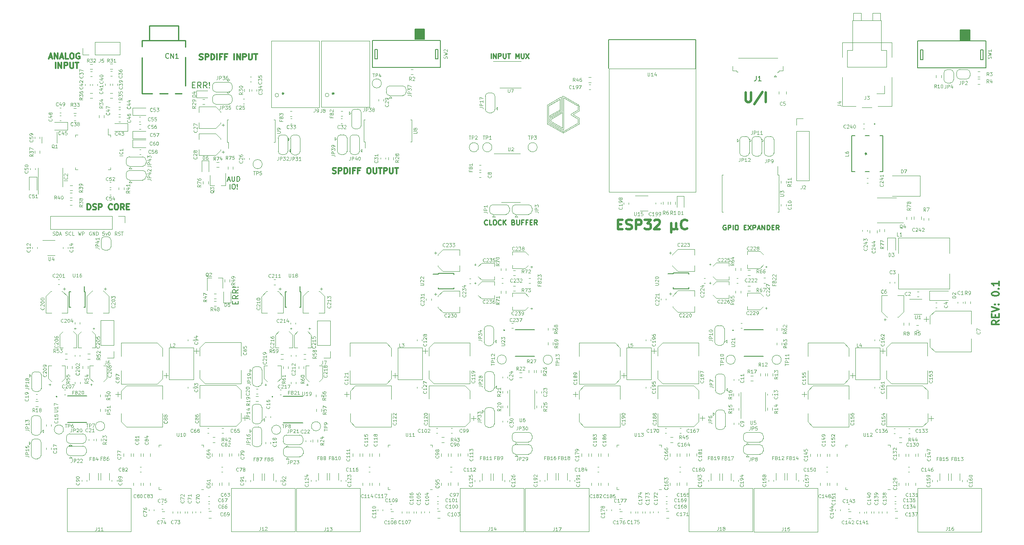
<source format=gbr>
%TF.GenerationSoftware,KiCad,Pcbnew,(6.0.4-0)*%
%TF.CreationDate,2022-05-25T01:46:17+02:00*%
%TF.ProjectId,decaVox,64656361-566f-4782-9e6b-696361645f70,rev?*%
%TF.SameCoordinates,Original*%
%TF.FileFunction,Legend,Top*%
%TF.FilePolarity,Positive*%
%FSLAX46Y46*%
G04 Gerber Fmt 4.6, Leading zero omitted, Abs format (unit mm)*
G04 Created by KiCad (PCBNEW (6.0.4-0)) date 2022-05-25 01:46:17*
%MOMM*%
%LPD*%
G01*
G04 APERTURE LIST*
%ADD10C,0.050000*%
%ADD11C,0.300000*%
%ADD12C,0.100000*%
%ADD13C,0.250000*%
%ADD14C,0.500000*%
%ADD15C,0.200000*%
%ADD16C,0.150000*%
%ADD17C,0.120000*%
%ADD18C,0.152400*%
%ADD19C,0.127000*%
%ADD20C,0.254000*%
G04 APERTURE END LIST*
D10*
X218169089Y-119021416D02*
X215507350Y-120548985D01*
X215229031Y-121450294D02*
X215229031Y-117921285D01*
X221336863Y-120599201D02*
X221345116Y-121446170D01*
X221600000Y-118921324D02*
X221600000Y-117941774D01*
X217617512Y-118723171D02*
X215502290Y-119952479D01*
X218422106Y-122815902D02*
X218422106Y-116236979D01*
X217617512Y-116548368D02*
X217617512Y-118723171D01*
X218422106Y-116236979D02*
X221227251Y-117845459D01*
X221341923Y-118788339D02*
X219894666Y-119608863D01*
X218284121Y-123523714D02*
X221600000Y-121600000D01*
X218289869Y-115843714D02*
X218169089Y-115911027D01*
X218169089Y-122487779D02*
X218169089Y-119300266D01*
X218290765Y-122893811D02*
X218422106Y-122815902D01*
X221600000Y-120451581D02*
X220306972Y-119682688D01*
X217890771Y-118870164D02*
X217890771Y-116082589D01*
X221600000Y-121600000D02*
X221600000Y-120451581D01*
X214970954Y-121606168D02*
X218284121Y-123523714D01*
X214970954Y-117767815D02*
X214970954Y-121606168D01*
X217890771Y-116082589D02*
X214970954Y-117767815D01*
X221600000Y-117941774D02*
X221341923Y-118094490D01*
X215785669Y-121106387D02*
X218169089Y-122487779D01*
X215502290Y-120255927D02*
X217890771Y-118870164D01*
X215507350Y-120548985D02*
X215507350Y-121289455D01*
X215507350Y-121289455D02*
X218290765Y-122893811D01*
X218169089Y-115911027D02*
X218169089Y-119021416D01*
X221227251Y-117845459D02*
X221496511Y-117696654D01*
X215229031Y-117921285D02*
X217617512Y-116548368D01*
X218284966Y-123212487D02*
X215229031Y-121450294D01*
X221345116Y-121446170D02*
X218284966Y-123212487D01*
X221341923Y-118094490D02*
X221341923Y-118788339D01*
X218169089Y-119300266D02*
X215785669Y-120689906D01*
X215502290Y-119952479D02*
X215502290Y-120255927D01*
X215785669Y-120689906D02*
X215785669Y-121106387D01*
X221496511Y-117696654D02*
X218289869Y-115843714D01*
X219894666Y-119775089D02*
X221336863Y-120599201D01*
X219894666Y-119608863D02*
X219894666Y-119775089D01*
X220306972Y-119682688D02*
X221600000Y-118921324D01*
D11*
X119885714Y-139442857D02*
X119885714Y-138242857D01*
X120171428Y-138242857D01*
X120342857Y-138300000D01*
X120457142Y-138414285D01*
X120514285Y-138528571D01*
X120571428Y-138757142D01*
X120571428Y-138928571D01*
X120514285Y-139157142D01*
X120457142Y-139271428D01*
X120342857Y-139385714D01*
X120171428Y-139442857D01*
X119885714Y-139442857D01*
X121028571Y-139385714D02*
X121200000Y-139442857D01*
X121485714Y-139442857D01*
X121600000Y-139385714D01*
X121657142Y-139328571D01*
X121714285Y-139214285D01*
X121714285Y-139100000D01*
X121657142Y-138985714D01*
X121600000Y-138928571D01*
X121485714Y-138871428D01*
X121257142Y-138814285D01*
X121142857Y-138757142D01*
X121085714Y-138700000D01*
X121028571Y-138585714D01*
X121028571Y-138471428D01*
X121085714Y-138357142D01*
X121142857Y-138300000D01*
X121257142Y-138242857D01*
X121542857Y-138242857D01*
X121714285Y-138300000D01*
X122228571Y-139442857D02*
X122228571Y-138242857D01*
X122685714Y-138242857D01*
X122800000Y-138300000D01*
X122857142Y-138357142D01*
X122914285Y-138471428D01*
X122914285Y-138642857D01*
X122857142Y-138757142D01*
X122800000Y-138814285D01*
X122685714Y-138871428D01*
X122228571Y-138871428D01*
X125028571Y-139328571D02*
X124971428Y-139385714D01*
X124800000Y-139442857D01*
X124685714Y-139442857D01*
X124514285Y-139385714D01*
X124400000Y-139271428D01*
X124342857Y-139157142D01*
X124285714Y-138928571D01*
X124285714Y-138757142D01*
X124342857Y-138528571D01*
X124400000Y-138414285D01*
X124514285Y-138300000D01*
X124685714Y-138242857D01*
X124800000Y-138242857D01*
X124971428Y-138300000D01*
X125028571Y-138357142D01*
X125771428Y-138242857D02*
X126000000Y-138242857D01*
X126114285Y-138300000D01*
X126228571Y-138414285D01*
X126285714Y-138642857D01*
X126285714Y-139042857D01*
X126228571Y-139271428D01*
X126114285Y-139385714D01*
X126000000Y-139442857D01*
X125771428Y-139442857D01*
X125657142Y-139385714D01*
X125542857Y-139271428D01*
X125485714Y-139042857D01*
X125485714Y-138642857D01*
X125542857Y-138414285D01*
X125657142Y-138300000D01*
X125771428Y-138242857D01*
X127485714Y-139442857D02*
X127085714Y-138871428D01*
X126800000Y-139442857D02*
X126800000Y-138242857D01*
X127257142Y-138242857D01*
X127371428Y-138300000D01*
X127428571Y-138357142D01*
X127485714Y-138471428D01*
X127485714Y-138642857D01*
X127428571Y-138757142D01*
X127371428Y-138814285D01*
X127257142Y-138871428D01*
X126800000Y-138871428D01*
X128000000Y-138814285D02*
X128400000Y-138814285D01*
X128571428Y-139442857D02*
X128000000Y-139442857D01*
X128000000Y-138242857D01*
X128571428Y-138242857D01*
D12*
X126016666Y-144716666D02*
X125783333Y-144383333D01*
X125616666Y-144716666D02*
X125616666Y-144016666D01*
X125883333Y-144016666D01*
X125950000Y-144050000D01*
X125983333Y-144083333D01*
X126016666Y-144150000D01*
X126016666Y-144250000D01*
X125983333Y-144316666D01*
X125950000Y-144350000D01*
X125883333Y-144383333D01*
X125616666Y-144383333D01*
X126283333Y-144683333D02*
X126383333Y-144716666D01*
X126550000Y-144716666D01*
X126616666Y-144683333D01*
X126650000Y-144650000D01*
X126683333Y-144583333D01*
X126683333Y-144516666D01*
X126650000Y-144450000D01*
X126616666Y-144416666D01*
X126550000Y-144383333D01*
X126416666Y-144350000D01*
X126350000Y-144316666D01*
X126316666Y-144283333D01*
X126283333Y-144216666D01*
X126283333Y-144150000D01*
X126316666Y-144083333D01*
X126350000Y-144050000D01*
X126416666Y-144016666D01*
X126583333Y-144016666D01*
X126683333Y-144050000D01*
X126883333Y-144016666D02*
X127283333Y-144016666D01*
X127083333Y-144716666D02*
X127083333Y-144016666D01*
D13*
X251935714Y-142650000D02*
X251840476Y-142602380D01*
X251697619Y-142602380D01*
X251554761Y-142650000D01*
X251459523Y-142745238D01*
X251411904Y-142840476D01*
X251364285Y-143030952D01*
X251364285Y-143173809D01*
X251411904Y-143364285D01*
X251459523Y-143459523D01*
X251554761Y-143554761D01*
X251697619Y-143602380D01*
X251792857Y-143602380D01*
X251935714Y-143554761D01*
X251983333Y-143507142D01*
X251983333Y-143173809D01*
X251792857Y-143173809D01*
X252411904Y-143602380D02*
X252411904Y-142602380D01*
X252792857Y-142602380D01*
X252888095Y-142650000D01*
X252935714Y-142697619D01*
X252983333Y-142792857D01*
X252983333Y-142935714D01*
X252935714Y-143030952D01*
X252888095Y-143078571D01*
X252792857Y-143126190D01*
X252411904Y-143126190D01*
X253411904Y-143602380D02*
X253411904Y-142602380D01*
X254078571Y-142602380D02*
X254269047Y-142602380D01*
X254364285Y-142650000D01*
X254459523Y-142745238D01*
X254507142Y-142935714D01*
X254507142Y-143269047D01*
X254459523Y-143459523D01*
X254364285Y-143554761D01*
X254269047Y-143602380D01*
X254078571Y-143602380D01*
X253983333Y-143554761D01*
X253888095Y-143459523D01*
X253840476Y-143269047D01*
X253840476Y-142935714D01*
X253888095Y-142745238D01*
X253983333Y-142650000D01*
X254078571Y-142602380D01*
X255697619Y-143078571D02*
X256030952Y-143078571D01*
X256173809Y-143602380D02*
X255697619Y-143602380D01*
X255697619Y-142602380D01*
X256173809Y-142602380D01*
X256507142Y-142602380D02*
X257173809Y-143602380D01*
X257173809Y-142602380D02*
X256507142Y-143602380D01*
X257554761Y-143602380D02*
X257554761Y-142602380D01*
X257935714Y-142602380D01*
X258030952Y-142650000D01*
X258078571Y-142697619D01*
X258126190Y-142792857D01*
X258126190Y-142935714D01*
X258078571Y-143030952D01*
X258030952Y-143078571D01*
X257935714Y-143126190D01*
X257554761Y-143126190D01*
X258507142Y-143316666D02*
X258983333Y-143316666D01*
X258411904Y-143602380D02*
X258745238Y-142602380D01*
X259078571Y-143602380D01*
X259411904Y-143602380D02*
X259411904Y-142602380D01*
X259983333Y-143602380D01*
X259983333Y-142602380D01*
X260459523Y-143602380D02*
X260459523Y-142602380D01*
X260697619Y-142602380D01*
X260840476Y-142650000D01*
X260935714Y-142745238D01*
X260983333Y-142840476D01*
X261030952Y-143030952D01*
X261030952Y-143173809D01*
X260983333Y-143364285D01*
X260935714Y-143459523D01*
X260840476Y-143554761D01*
X260697619Y-143602380D01*
X260459523Y-143602380D01*
X261459523Y-143078571D02*
X261792857Y-143078571D01*
X261935714Y-143602380D02*
X261459523Y-143602380D01*
X261459523Y-142602380D01*
X261935714Y-142602380D01*
X262935714Y-143602380D02*
X262602380Y-143126190D01*
X262364285Y-143602380D02*
X262364285Y-142602380D01*
X262745238Y-142602380D01*
X262840476Y-142650000D01*
X262888095Y-142697619D01*
X262935714Y-142792857D01*
X262935714Y-142935714D01*
X262888095Y-143030952D01*
X262840476Y-143078571D01*
X262745238Y-143126190D01*
X262364285Y-143126190D01*
D11*
X170635714Y-131885714D02*
X170807142Y-131942857D01*
X171092857Y-131942857D01*
X171207142Y-131885714D01*
X171264285Y-131828571D01*
X171321428Y-131714285D01*
X171321428Y-131600000D01*
X171264285Y-131485714D01*
X171207142Y-131428571D01*
X171092857Y-131371428D01*
X170864285Y-131314285D01*
X170750000Y-131257142D01*
X170692857Y-131200000D01*
X170635714Y-131085714D01*
X170635714Y-130971428D01*
X170692857Y-130857142D01*
X170750000Y-130800000D01*
X170864285Y-130742857D01*
X171150000Y-130742857D01*
X171321428Y-130800000D01*
X171835714Y-131942857D02*
X171835714Y-130742857D01*
X172292857Y-130742857D01*
X172407142Y-130800000D01*
X172464285Y-130857142D01*
X172521428Y-130971428D01*
X172521428Y-131142857D01*
X172464285Y-131257142D01*
X172407142Y-131314285D01*
X172292857Y-131371428D01*
X171835714Y-131371428D01*
X173035714Y-131942857D02*
X173035714Y-130742857D01*
X173321428Y-130742857D01*
X173492857Y-130800000D01*
X173607142Y-130914285D01*
X173664285Y-131028571D01*
X173721428Y-131257142D01*
X173721428Y-131428571D01*
X173664285Y-131657142D01*
X173607142Y-131771428D01*
X173492857Y-131885714D01*
X173321428Y-131942857D01*
X173035714Y-131942857D01*
X174235714Y-131942857D02*
X174235714Y-130742857D01*
X175207142Y-131314285D02*
X174807142Y-131314285D01*
X174807142Y-131942857D02*
X174807142Y-130742857D01*
X175378571Y-130742857D01*
X176235714Y-131314285D02*
X175835714Y-131314285D01*
X175835714Y-131942857D02*
X175835714Y-130742857D01*
X176407142Y-130742857D01*
X178007142Y-130742857D02*
X178235714Y-130742857D01*
X178350000Y-130800000D01*
X178464285Y-130914285D01*
X178521428Y-131142857D01*
X178521428Y-131542857D01*
X178464285Y-131771428D01*
X178350000Y-131885714D01*
X178235714Y-131942857D01*
X178007142Y-131942857D01*
X177892857Y-131885714D01*
X177778571Y-131771428D01*
X177721428Y-131542857D01*
X177721428Y-131142857D01*
X177778571Y-130914285D01*
X177892857Y-130800000D01*
X178007142Y-130742857D01*
X179035714Y-130742857D02*
X179035714Y-131714285D01*
X179092857Y-131828571D01*
X179150000Y-131885714D01*
X179264285Y-131942857D01*
X179492857Y-131942857D01*
X179607142Y-131885714D01*
X179664285Y-131828571D01*
X179721428Y-131714285D01*
X179721428Y-130742857D01*
X180121428Y-130742857D02*
X180807142Y-130742857D01*
X180464285Y-131942857D02*
X180464285Y-130742857D01*
X181207142Y-131942857D02*
X181207142Y-130742857D01*
X181664285Y-130742857D01*
X181778571Y-130800000D01*
X181835714Y-130857142D01*
X181892857Y-130971428D01*
X181892857Y-131142857D01*
X181835714Y-131257142D01*
X181778571Y-131314285D01*
X181664285Y-131371428D01*
X181207142Y-131371428D01*
X182407142Y-130742857D02*
X182407142Y-131714285D01*
X182464285Y-131828571D01*
X182521428Y-131885714D01*
X182635714Y-131942857D01*
X182864285Y-131942857D01*
X182978571Y-131885714D01*
X183035714Y-131828571D01*
X183092857Y-131714285D01*
X183092857Y-130742857D01*
X183492857Y-130742857D02*
X184178571Y-130742857D01*
X183835714Y-131942857D02*
X183835714Y-130742857D01*
D12*
X115366666Y-144683333D02*
X115466666Y-144716666D01*
X115633333Y-144716666D01*
X115700000Y-144683333D01*
X115733333Y-144650000D01*
X115766666Y-144583333D01*
X115766666Y-144516666D01*
X115733333Y-144450000D01*
X115700000Y-144416666D01*
X115633333Y-144383333D01*
X115500000Y-144350000D01*
X115433333Y-144316666D01*
X115400000Y-144283333D01*
X115366666Y-144216666D01*
X115366666Y-144150000D01*
X115400000Y-144083333D01*
X115433333Y-144050000D01*
X115500000Y-144016666D01*
X115666666Y-144016666D01*
X115766666Y-144050000D01*
X116466666Y-144650000D02*
X116433333Y-144683333D01*
X116333333Y-144716666D01*
X116266666Y-144716666D01*
X116166666Y-144683333D01*
X116100000Y-144616666D01*
X116066666Y-144550000D01*
X116033333Y-144416666D01*
X116033333Y-144316666D01*
X116066666Y-144183333D01*
X116100000Y-144116666D01*
X116166666Y-144050000D01*
X116266666Y-144016666D01*
X116333333Y-144016666D01*
X116433333Y-144050000D01*
X116466666Y-144083333D01*
X117100000Y-144716666D02*
X116766666Y-144716666D01*
X116766666Y-144016666D01*
D14*
X256042857Y-115104761D02*
X256042857Y-116723809D01*
X256138095Y-116914285D01*
X256233333Y-117009523D01*
X256423809Y-117104761D01*
X256804761Y-117104761D01*
X256995238Y-117009523D01*
X257090476Y-116914285D01*
X257185714Y-116723809D01*
X257185714Y-115104761D01*
X259566666Y-115009523D02*
X257852380Y-117580952D01*
X260233333Y-117104761D02*
X260233333Y-115104761D01*
D15*
X150485485Y-158968857D02*
X150485485Y-158568857D01*
X151114057Y-158397428D02*
X151114057Y-158968857D01*
X149914057Y-158968857D01*
X149914057Y-158397428D01*
X151114057Y-157197428D02*
X150542628Y-157597428D01*
X151114057Y-157883142D02*
X149914057Y-157883142D01*
X149914057Y-157426000D01*
X149971200Y-157311714D01*
X150028342Y-157254571D01*
X150142628Y-157197428D01*
X150314057Y-157197428D01*
X150428342Y-157254571D01*
X150485485Y-157311714D01*
X150542628Y-157426000D01*
X150542628Y-157883142D01*
X151114057Y-155997428D02*
X150542628Y-156397428D01*
X151114057Y-156683142D02*
X149914057Y-156683142D01*
X149914057Y-156226000D01*
X149971200Y-156111714D01*
X150028342Y-156054571D01*
X150142628Y-155997428D01*
X150314057Y-155997428D01*
X150428342Y-156054571D01*
X150485485Y-156111714D01*
X150542628Y-156226000D01*
X150542628Y-156683142D01*
X150999771Y-155483142D02*
X151056914Y-155426000D01*
X151114057Y-155483142D01*
X151056914Y-155540285D01*
X150999771Y-155483142D01*
X151114057Y-155483142D01*
X150656914Y-155483142D02*
X149971200Y-155540285D01*
X149914057Y-155483142D01*
X149971200Y-155426000D01*
X150656914Y-155483142D01*
X149914057Y-155483142D01*
D14*
X229654761Y-142457142D02*
X230321428Y-142457142D01*
X230607142Y-143504761D02*
X229654761Y-143504761D01*
X229654761Y-141504761D01*
X230607142Y-141504761D01*
X231369047Y-143409523D02*
X231654761Y-143504761D01*
X232130952Y-143504761D01*
X232321428Y-143409523D01*
X232416666Y-143314285D01*
X232511904Y-143123809D01*
X232511904Y-142933333D01*
X232416666Y-142742857D01*
X232321428Y-142647619D01*
X232130952Y-142552380D01*
X231750000Y-142457142D01*
X231559523Y-142361904D01*
X231464285Y-142266666D01*
X231369047Y-142076190D01*
X231369047Y-141885714D01*
X231464285Y-141695238D01*
X231559523Y-141600000D01*
X231750000Y-141504761D01*
X232226190Y-141504761D01*
X232511904Y-141600000D01*
X233369047Y-143504761D02*
X233369047Y-141504761D01*
X234130952Y-141504761D01*
X234321428Y-141600000D01*
X234416666Y-141695238D01*
X234511904Y-141885714D01*
X234511904Y-142171428D01*
X234416666Y-142361904D01*
X234321428Y-142457142D01*
X234130952Y-142552380D01*
X233369047Y-142552380D01*
X235178571Y-141504761D02*
X236416666Y-141504761D01*
X235750000Y-142266666D01*
X236035714Y-142266666D01*
X236226190Y-142361904D01*
X236321428Y-142457142D01*
X236416666Y-142647619D01*
X236416666Y-143123809D01*
X236321428Y-143314285D01*
X236226190Y-143409523D01*
X236035714Y-143504761D01*
X235464285Y-143504761D01*
X235273809Y-143409523D01*
X235178571Y-143314285D01*
X237178571Y-141695238D02*
X237273809Y-141600000D01*
X237464285Y-141504761D01*
X237940476Y-141504761D01*
X238130952Y-141600000D01*
X238226190Y-141695238D01*
X238321428Y-141885714D01*
X238321428Y-142076190D01*
X238226190Y-142361904D01*
X237083333Y-143504761D01*
X238321428Y-143504761D01*
X240702380Y-142171428D02*
X240702380Y-144171428D01*
X241654761Y-143219047D02*
X241750000Y-143409523D01*
X241940476Y-143504761D01*
X240702380Y-143219047D02*
X240797619Y-143409523D01*
X240988095Y-143504761D01*
X241369047Y-143504761D01*
X241559523Y-143409523D01*
X241654761Y-143219047D01*
X241654761Y-142171428D01*
X243940476Y-143314285D02*
X243845238Y-143409523D01*
X243559523Y-143504761D01*
X243369047Y-143504761D01*
X243083333Y-143409523D01*
X242892857Y-143219047D01*
X242797619Y-143028571D01*
X242702380Y-142647619D01*
X242702380Y-142361904D01*
X242797619Y-141980952D01*
X242892857Y-141790476D01*
X243083333Y-141600000D01*
X243369047Y-141504761D01*
X243559523Y-141504761D01*
X243845238Y-141600000D01*
X243940476Y-141695238D01*
D11*
X143085714Y-108285714D02*
X143257142Y-108342857D01*
X143542857Y-108342857D01*
X143657142Y-108285714D01*
X143714285Y-108228571D01*
X143771428Y-108114285D01*
X143771428Y-108000000D01*
X143714285Y-107885714D01*
X143657142Y-107828571D01*
X143542857Y-107771428D01*
X143314285Y-107714285D01*
X143200000Y-107657142D01*
X143142857Y-107600000D01*
X143085714Y-107485714D01*
X143085714Y-107371428D01*
X143142857Y-107257142D01*
X143200000Y-107200000D01*
X143314285Y-107142857D01*
X143600000Y-107142857D01*
X143771428Y-107200000D01*
X144285714Y-108342857D02*
X144285714Y-107142857D01*
X144742857Y-107142857D01*
X144857142Y-107200000D01*
X144914285Y-107257142D01*
X144971428Y-107371428D01*
X144971428Y-107542857D01*
X144914285Y-107657142D01*
X144857142Y-107714285D01*
X144742857Y-107771428D01*
X144285714Y-107771428D01*
X145485714Y-108342857D02*
X145485714Y-107142857D01*
X145771428Y-107142857D01*
X145942857Y-107200000D01*
X146057142Y-107314285D01*
X146114285Y-107428571D01*
X146171428Y-107657142D01*
X146171428Y-107828571D01*
X146114285Y-108057142D01*
X146057142Y-108171428D01*
X145942857Y-108285714D01*
X145771428Y-108342857D01*
X145485714Y-108342857D01*
X146685714Y-108342857D02*
X146685714Y-107142857D01*
X147657142Y-107714285D02*
X147257142Y-107714285D01*
X147257142Y-108342857D02*
X147257142Y-107142857D01*
X147828571Y-107142857D01*
X148685714Y-107714285D02*
X148285714Y-107714285D01*
X148285714Y-108342857D02*
X148285714Y-107142857D01*
X148857142Y-107142857D01*
X150228571Y-108342857D02*
X150228571Y-107142857D01*
X150800000Y-108342857D02*
X150800000Y-107142857D01*
X151485714Y-108342857D01*
X151485714Y-107142857D01*
X152057142Y-108342857D02*
X152057142Y-107142857D01*
X152514285Y-107142857D01*
X152628571Y-107200000D01*
X152685714Y-107257142D01*
X152742857Y-107371428D01*
X152742857Y-107542857D01*
X152685714Y-107657142D01*
X152628571Y-107714285D01*
X152514285Y-107771428D01*
X152057142Y-107771428D01*
X153257142Y-107142857D02*
X153257142Y-108114285D01*
X153314285Y-108228571D01*
X153371428Y-108285714D01*
X153485714Y-108342857D01*
X153714285Y-108342857D01*
X153828571Y-108285714D01*
X153885714Y-108228571D01*
X153942857Y-108114285D01*
X153942857Y-107142857D01*
X154342857Y-107142857D02*
X155028571Y-107142857D01*
X154685714Y-108342857D02*
X154685714Y-107142857D01*
D15*
X141640142Y-113580085D02*
X142040142Y-113580085D01*
X142211571Y-114208657D02*
X141640142Y-114208657D01*
X141640142Y-113008657D01*
X142211571Y-113008657D01*
X143411571Y-114208657D02*
X143011571Y-113637228D01*
X142725857Y-114208657D02*
X142725857Y-113008657D01*
X143183000Y-113008657D01*
X143297285Y-113065800D01*
X143354428Y-113122942D01*
X143411571Y-113237228D01*
X143411571Y-113408657D01*
X143354428Y-113522942D01*
X143297285Y-113580085D01*
X143183000Y-113637228D01*
X142725857Y-113637228D01*
X144611571Y-114208657D02*
X144211571Y-113637228D01*
X143925857Y-114208657D02*
X143925857Y-113008657D01*
X144383000Y-113008657D01*
X144497285Y-113065800D01*
X144554428Y-113122942D01*
X144611571Y-113237228D01*
X144611571Y-113408657D01*
X144554428Y-113522942D01*
X144497285Y-113580085D01*
X144383000Y-113637228D01*
X143925857Y-113637228D01*
X145125857Y-114094371D02*
X145183000Y-114151514D01*
X145125857Y-114208657D01*
X145068714Y-114151514D01*
X145125857Y-114094371D01*
X145125857Y-114208657D01*
X145125857Y-113751514D02*
X145068714Y-113065800D01*
X145125857Y-113008657D01*
X145183000Y-113065800D01*
X145125857Y-113751514D01*
X145125857Y-113008657D01*
D12*
X123366666Y-144016666D02*
X123033333Y-144016666D01*
X123000000Y-144350000D01*
X123033333Y-144316666D01*
X123100000Y-144283333D01*
X123266666Y-144283333D01*
X123333333Y-144316666D01*
X123366666Y-144350000D01*
X123400000Y-144416666D01*
X123400000Y-144583333D01*
X123366666Y-144650000D01*
X123333333Y-144683333D01*
X123266666Y-144716666D01*
X123100000Y-144716666D01*
X123033333Y-144683333D01*
X123000000Y-144650000D01*
X123633333Y-144250000D02*
X123800000Y-144716666D01*
X123966666Y-144250000D01*
X124366666Y-144016666D02*
X124433333Y-144016666D01*
X124500000Y-144050000D01*
X124533333Y-144083333D01*
X124566666Y-144150000D01*
X124600000Y-144283333D01*
X124600000Y-144450000D01*
X124566666Y-144583333D01*
X124533333Y-144650000D01*
X124500000Y-144683333D01*
X124433333Y-144716666D01*
X124366666Y-144716666D01*
X124300000Y-144683333D01*
X124266666Y-144650000D01*
X124233333Y-144583333D01*
X124200000Y-144450000D01*
X124200000Y-144283333D01*
X124233333Y-144150000D01*
X124266666Y-144083333D01*
X124300000Y-144050000D01*
X124366666Y-144016666D01*
D13*
X203369047Y-108052380D02*
X203369047Y-107052380D01*
X203845238Y-108052380D02*
X203845238Y-107052380D01*
X204416666Y-108052380D01*
X204416666Y-107052380D01*
X204892857Y-108052380D02*
X204892857Y-107052380D01*
X205273809Y-107052380D01*
X205369047Y-107100000D01*
X205416666Y-107147619D01*
X205464285Y-107242857D01*
X205464285Y-107385714D01*
X205416666Y-107480952D01*
X205369047Y-107528571D01*
X205273809Y-107576190D01*
X204892857Y-107576190D01*
X205892857Y-107052380D02*
X205892857Y-107861904D01*
X205940476Y-107957142D01*
X205988095Y-108004761D01*
X206083333Y-108052380D01*
X206273809Y-108052380D01*
X206369047Y-108004761D01*
X206416666Y-107957142D01*
X206464285Y-107861904D01*
X206464285Y-107052380D01*
X206797619Y-107052380D02*
X207369047Y-107052380D01*
X207083333Y-108052380D02*
X207083333Y-107052380D01*
X208464285Y-108052380D02*
X208464285Y-107052380D01*
X208797619Y-107766666D01*
X209130952Y-107052380D01*
X209130952Y-108052380D01*
X209607142Y-107052380D02*
X209607142Y-107861904D01*
X209654761Y-107957142D01*
X209702380Y-108004761D01*
X209797619Y-108052380D01*
X209988095Y-108052380D01*
X210083333Y-108004761D01*
X210130952Y-107957142D01*
X210178571Y-107861904D01*
X210178571Y-107052380D01*
X210559523Y-107052380D02*
X211226190Y-108052380D01*
X211226190Y-107052380D02*
X210559523Y-108052380D01*
D11*
X308478571Y-162371428D02*
X307764285Y-162871428D01*
X308478571Y-163228571D02*
X306978571Y-163228571D01*
X306978571Y-162657142D01*
X307050000Y-162514285D01*
X307121428Y-162442857D01*
X307264285Y-162371428D01*
X307478571Y-162371428D01*
X307621428Y-162442857D01*
X307692857Y-162514285D01*
X307764285Y-162657142D01*
X307764285Y-163228571D01*
X307692857Y-161728571D02*
X307692857Y-161228571D01*
X308478571Y-161014285D02*
X308478571Y-161728571D01*
X306978571Y-161728571D01*
X306978571Y-161014285D01*
X306978571Y-160585714D02*
X308478571Y-160085714D01*
X306978571Y-159585714D01*
X308335714Y-159085714D02*
X308407142Y-159014285D01*
X308478571Y-159085714D01*
X308407142Y-159157142D01*
X308335714Y-159085714D01*
X308478571Y-159085714D01*
X307550000Y-159085714D02*
X307621428Y-159014285D01*
X307692857Y-159085714D01*
X307621428Y-159157142D01*
X307550000Y-159085714D01*
X307692857Y-159085714D01*
X306978571Y-156942857D02*
X306978571Y-156800000D01*
X307050000Y-156657142D01*
X307121428Y-156585714D01*
X307264285Y-156514285D01*
X307550000Y-156442857D01*
X307907142Y-156442857D01*
X308192857Y-156514285D01*
X308335714Y-156585714D01*
X308407142Y-156657142D01*
X308478571Y-156800000D01*
X308478571Y-156942857D01*
X308407142Y-157085714D01*
X308335714Y-157157142D01*
X308192857Y-157228571D01*
X307907142Y-157300000D01*
X307550000Y-157300000D01*
X307264285Y-157228571D01*
X307121428Y-157157142D01*
X307050000Y-157085714D01*
X306978571Y-156942857D01*
X308335714Y-155800000D02*
X308407142Y-155728571D01*
X308478571Y-155800000D01*
X308407142Y-155871428D01*
X308335714Y-155800000D01*
X308478571Y-155800000D01*
X308478571Y-154300000D02*
X308478571Y-155157142D01*
X308478571Y-154728571D02*
X306978571Y-154728571D01*
X307192857Y-154871428D01*
X307335714Y-155014285D01*
X307407142Y-155157142D01*
D12*
X120666666Y-144050000D02*
X120600000Y-144016666D01*
X120500000Y-144016666D01*
X120400000Y-144050000D01*
X120333333Y-144116666D01*
X120300000Y-144183333D01*
X120266666Y-144316666D01*
X120266666Y-144416666D01*
X120300000Y-144550000D01*
X120333333Y-144616666D01*
X120400000Y-144683333D01*
X120500000Y-144716666D01*
X120566666Y-144716666D01*
X120666666Y-144683333D01*
X120700000Y-144650000D01*
X120700000Y-144416666D01*
X120566666Y-144416666D01*
X121000000Y-144716666D02*
X121000000Y-144016666D01*
X121400000Y-144716666D01*
X121400000Y-144016666D01*
X121733333Y-144716666D02*
X121733333Y-144016666D01*
X121900000Y-144016666D01*
X122000000Y-144050000D01*
X122066666Y-144116666D01*
X122100000Y-144183333D01*
X122133333Y-144316666D01*
X122133333Y-144416666D01*
X122100000Y-144550000D01*
X122066666Y-144616666D01*
X122000000Y-144683333D01*
X121900000Y-144716666D01*
X121733333Y-144716666D01*
D11*
X112000000Y-107834000D02*
X112571428Y-107834000D01*
X111885714Y-108176857D02*
X112285714Y-106976857D01*
X112685714Y-108176857D01*
X113085714Y-108176857D02*
X113085714Y-106976857D01*
X113771428Y-108176857D01*
X113771428Y-106976857D01*
X114285714Y-107834000D02*
X114857142Y-107834000D01*
X114171428Y-108176857D02*
X114571428Y-106976857D01*
X114971428Y-108176857D01*
X115942857Y-108176857D02*
X115371428Y-108176857D01*
X115371428Y-106976857D01*
X116571428Y-106976857D02*
X116800000Y-106976857D01*
X116914285Y-107034000D01*
X117028571Y-107148285D01*
X117085714Y-107376857D01*
X117085714Y-107776857D01*
X117028571Y-108005428D01*
X116914285Y-108119714D01*
X116800000Y-108176857D01*
X116571428Y-108176857D01*
X116457142Y-108119714D01*
X116342857Y-108005428D01*
X116285714Y-107776857D01*
X116285714Y-107376857D01*
X116342857Y-107148285D01*
X116457142Y-107034000D01*
X116571428Y-106976857D01*
X118228571Y-107034000D02*
X118114285Y-106976857D01*
X117942857Y-106976857D01*
X117771428Y-107034000D01*
X117657142Y-107148285D01*
X117600000Y-107262571D01*
X117542857Y-107491142D01*
X117542857Y-107662571D01*
X117600000Y-107891142D01*
X117657142Y-108005428D01*
X117771428Y-108119714D01*
X117942857Y-108176857D01*
X118057142Y-108176857D01*
X118228571Y-108119714D01*
X118285714Y-108062571D01*
X118285714Y-107662571D01*
X118057142Y-107662571D01*
X113285714Y-110108857D02*
X113285714Y-108908857D01*
X113857142Y-110108857D02*
X113857142Y-108908857D01*
X114542857Y-110108857D01*
X114542857Y-108908857D01*
X115114285Y-110108857D02*
X115114285Y-108908857D01*
X115571428Y-108908857D01*
X115685714Y-108966000D01*
X115742857Y-109023142D01*
X115800000Y-109137428D01*
X115800000Y-109308857D01*
X115742857Y-109423142D01*
X115685714Y-109480285D01*
X115571428Y-109537428D01*
X115114285Y-109537428D01*
X116314285Y-108908857D02*
X116314285Y-109880285D01*
X116371428Y-109994571D01*
X116428571Y-110051714D01*
X116542857Y-110108857D01*
X116771428Y-110108857D01*
X116885714Y-110051714D01*
X116942857Y-109994571D01*
X117000000Y-109880285D01*
X117000000Y-108908857D01*
X117400000Y-108908857D02*
X118085714Y-108908857D01*
X117742857Y-110108857D02*
X117742857Y-108908857D01*
D12*
X117950000Y-144016666D02*
X118116666Y-144716666D01*
X118250000Y-144216666D01*
X118383333Y-144716666D01*
X118550000Y-144016666D01*
X118816666Y-144716666D02*
X118816666Y-144016666D01*
X119083333Y-144016666D01*
X119150000Y-144050000D01*
X119183333Y-144083333D01*
X119216666Y-144150000D01*
X119216666Y-144250000D01*
X119183333Y-144316666D01*
X119150000Y-144350000D01*
X119083333Y-144383333D01*
X118816666Y-144383333D01*
D13*
X202616666Y-142457142D02*
X202569047Y-142504761D01*
X202426190Y-142552380D01*
X202330952Y-142552380D01*
X202188095Y-142504761D01*
X202092857Y-142409523D01*
X202045238Y-142314285D01*
X201997619Y-142123809D01*
X201997619Y-141980952D01*
X202045238Y-141790476D01*
X202092857Y-141695238D01*
X202188095Y-141600000D01*
X202330952Y-141552380D01*
X202426190Y-141552380D01*
X202569047Y-141600000D01*
X202616666Y-141647619D01*
X203521428Y-142552380D02*
X203045238Y-142552380D01*
X203045238Y-141552380D01*
X204045238Y-141552380D02*
X204235714Y-141552380D01*
X204330952Y-141600000D01*
X204426190Y-141695238D01*
X204473809Y-141885714D01*
X204473809Y-142219047D01*
X204426190Y-142409523D01*
X204330952Y-142504761D01*
X204235714Y-142552380D01*
X204045238Y-142552380D01*
X203950000Y-142504761D01*
X203854761Y-142409523D01*
X203807142Y-142219047D01*
X203807142Y-141885714D01*
X203854761Y-141695238D01*
X203950000Y-141600000D01*
X204045238Y-141552380D01*
X205473809Y-142457142D02*
X205426190Y-142504761D01*
X205283333Y-142552380D01*
X205188095Y-142552380D01*
X205045238Y-142504761D01*
X204950000Y-142409523D01*
X204902380Y-142314285D01*
X204854761Y-142123809D01*
X204854761Y-141980952D01*
X204902380Y-141790476D01*
X204950000Y-141695238D01*
X205045238Y-141600000D01*
X205188095Y-141552380D01*
X205283333Y-141552380D01*
X205426190Y-141600000D01*
X205473809Y-141647619D01*
X205902380Y-142552380D02*
X205902380Y-141552380D01*
X206473809Y-142552380D02*
X206045238Y-141980952D01*
X206473809Y-141552380D02*
X205902380Y-142123809D01*
X207997619Y-142028571D02*
X208140476Y-142076190D01*
X208188095Y-142123809D01*
X208235714Y-142219047D01*
X208235714Y-142361904D01*
X208188095Y-142457142D01*
X208140476Y-142504761D01*
X208045238Y-142552380D01*
X207664285Y-142552380D01*
X207664285Y-141552380D01*
X207997619Y-141552380D01*
X208092857Y-141600000D01*
X208140476Y-141647619D01*
X208188095Y-141742857D01*
X208188095Y-141838095D01*
X208140476Y-141933333D01*
X208092857Y-141980952D01*
X207997619Y-142028571D01*
X207664285Y-142028571D01*
X208664285Y-141552380D02*
X208664285Y-142361904D01*
X208711904Y-142457142D01*
X208759523Y-142504761D01*
X208854761Y-142552380D01*
X209045238Y-142552380D01*
X209140476Y-142504761D01*
X209188095Y-142457142D01*
X209235714Y-142361904D01*
X209235714Y-141552380D01*
X210045238Y-142028571D02*
X209711904Y-142028571D01*
X209711904Y-142552380D02*
X209711904Y-141552380D01*
X210188095Y-141552380D01*
X210902380Y-142028571D02*
X210569047Y-142028571D01*
X210569047Y-142552380D02*
X210569047Y-141552380D01*
X211045238Y-141552380D01*
X211426190Y-142028571D02*
X211759523Y-142028571D01*
X211902380Y-142552380D02*
X211426190Y-142552380D01*
X211426190Y-141552380D01*
X211902380Y-141552380D01*
X212902380Y-142552380D02*
X212569047Y-142076190D01*
X212330952Y-142552380D02*
X212330952Y-141552380D01*
X212711904Y-141552380D01*
X212807142Y-141600000D01*
X212854761Y-141647619D01*
X212902380Y-141742857D01*
X212902380Y-141885714D01*
X212854761Y-141980952D01*
X212807142Y-142028571D01*
X212711904Y-142076190D01*
X212330952Y-142076190D01*
D15*
X148877695Y-133245866D02*
X149353885Y-133245866D01*
X148782457Y-133531580D02*
X149115790Y-132531580D01*
X149449123Y-133531580D01*
X149782457Y-132531580D02*
X149782457Y-133341104D01*
X149830076Y-133436342D01*
X149877695Y-133483961D01*
X149972933Y-133531580D01*
X150163409Y-133531580D01*
X150258647Y-133483961D01*
X150306266Y-133436342D01*
X150353885Y-133341104D01*
X150353885Y-132531580D01*
X150830076Y-133531580D02*
X150830076Y-132531580D01*
X151068171Y-132531580D01*
X151211028Y-132579200D01*
X151306266Y-132674438D01*
X151353885Y-132769676D01*
X151401504Y-132960152D01*
X151401504Y-133103009D01*
X151353885Y-133293485D01*
X151306266Y-133388723D01*
X151211028Y-133483961D01*
X151068171Y-133531580D01*
X150830076Y-133531580D01*
X149377695Y-135141580D02*
X149377695Y-134141580D01*
X150044361Y-134141580D02*
X150234838Y-134141580D01*
X150330076Y-134189200D01*
X150425314Y-134284438D01*
X150472933Y-134474914D01*
X150472933Y-134808247D01*
X150425314Y-134998723D01*
X150330076Y-135093961D01*
X150234838Y-135141580D01*
X150044361Y-135141580D01*
X149949123Y-135093961D01*
X149853885Y-134998723D01*
X149806266Y-134808247D01*
X149806266Y-134474914D01*
X149853885Y-134284438D01*
X149949123Y-134189200D01*
X150044361Y-134141580D01*
X150901504Y-135046342D02*
X150949123Y-135093961D01*
X150901504Y-135141580D01*
X150853885Y-135093961D01*
X150901504Y-135046342D01*
X150901504Y-135141580D01*
X150901504Y-134760628D02*
X150853885Y-134189200D01*
X150901504Y-134141580D01*
X150949123Y-134189200D01*
X150901504Y-134760628D01*
X150901504Y-134141580D01*
D12*
X112750000Y-144683333D02*
X112850000Y-144716666D01*
X113016666Y-144716666D01*
X113083333Y-144683333D01*
X113116666Y-144650000D01*
X113150000Y-144583333D01*
X113150000Y-144516666D01*
X113116666Y-144450000D01*
X113083333Y-144416666D01*
X113016666Y-144383333D01*
X112883333Y-144350000D01*
X112816666Y-144316666D01*
X112783333Y-144283333D01*
X112750000Y-144216666D01*
X112750000Y-144150000D01*
X112783333Y-144083333D01*
X112816666Y-144050000D01*
X112883333Y-144016666D01*
X113050000Y-144016666D01*
X113150000Y-144050000D01*
X113450000Y-144716666D02*
X113450000Y-144016666D01*
X113616666Y-144016666D01*
X113716666Y-144050000D01*
X113783333Y-144116666D01*
X113816666Y-144183333D01*
X113850000Y-144316666D01*
X113850000Y-144416666D01*
X113816666Y-144550000D01*
X113783333Y-144616666D01*
X113716666Y-144683333D01*
X113616666Y-144716666D01*
X113450000Y-144716666D01*
X114116666Y-144516666D02*
X114450000Y-144516666D01*
X114050000Y-144716666D02*
X114283333Y-144016666D01*
X114516666Y-144716666D01*
%TO.C,R7*%
X293283333Y-139716666D02*
X293050000Y-139383333D01*
X292883333Y-139716666D02*
X292883333Y-139016666D01*
X293150000Y-139016666D01*
X293216666Y-139050000D01*
X293250000Y-139083333D01*
X293283333Y-139150000D01*
X293283333Y-139250000D01*
X293250000Y-139316666D01*
X293216666Y-139350000D01*
X293150000Y-139383333D01*
X292883333Y-139383333D01*
X293516666Y-139016666D02*
X293983333Y-139016666D01*
X293683333Y-139716666D01*
%TO.C,D7*%
X288233333Y-131816666D02*
X288233333Y-131116666D01*
X288400000Y-131116666D01*
X288500000Y-131150000D01*
X288566666Y-131216666D01*
X288600000Y-131283333D01*
X288633333Y-131416666D01*
X288633333Y-131516666D01*
X288600000Y-131650000D01*
X288566666Y-131716666D01*
X288500000Y-131783333D01*
X288400000Y-131816666D01*
X288233333Y-131816666D01*
X288866666Y-131116666D02*
X289333333Y-131116666D01*
X289033333Y-131816666D01*
%TO.C,D3*%
X285683333Y-149116666D02*
X285683333Y-148416666D01*
X285850000Y-148416666D01*
X285950000Y-148450000D01*
X286016666Y-148516666D01*
X286050000Y-148583333D01*
X286083333Y-148716666D01*
X286083333Y-148816666D01*
X286050000Y-148950000D01*
X286016666Y-149016666D01*
X285950000Y-149083333D01*
X285850000Y-149116666D01*
X285683333Y-149116666D01*
X286316666Y-148416666D02*
X286750000Y-148416666D01*
X286516666Y-148683333D01*
X286616666Y-148683333D01*
X286683333Y-148716666D01*
X286716666Y-148750000D01*
X286750000Y-148816666D01*
X286750000Y-148983333D01*
X286716666Y-149050000D01*
X286683333Y-149083333D01*
X286616666Y-149116666D01*
X286416666Y-149116666D01*
X286350000Y-149083333D01*
X286316666Y-149050000D01*
%TO.C,R39*%
X118884866Y-135400200D02*
X118551533Y-135633533D01*
X118884866Y-135800200D02*
X118184866Y-135800200D01*
X118184866Y-135533533D01*
X118218200Y-135466866D01*
X118251533Y-135433533D01*
X118318200Y-135400200D01*
X118418200Y-135400200D01*
X118484866Y-135433533D01*
X118518200Y-135466866D01*
X118551533Y-135533533D01*
X118551533Y-135800200D01*
X118184866Y-135166866D02*
X118184866Y-134733533D01*
X118451533Y-134966866D01*
X118451533Y-134866866D01*
X118484866Y-134800200D01*
X118518200Y-134766866D01*
X118584866Y-134733533D01*
X118751533Y-134733533D01*
X118818200Y-134766866D01*
X118851533Y-134800200D01*
X118884866Y-134866866D01*
X118884866Y-135066866D01*
X118851533Y-135133533D01*
X118818200Y-135166866D01*
X118884866Y-134400200D02*
X118884866Y-134266866D01*
X118851533Y-134200200D01*
X118818200Y-134166866D01*
X118718200Y-134100200D01*
X118584866Y-134066866D01*
X118318200Y-134066866D01*
X118251533Y-134100200D01*
X118218200Y-134133533D01*
X118184866Y-134200200D01*
X118184866Y-134333533D01*
X118218200Y-134400200D01*
X118251533Y-134433533D01*
X118318200Y-134466866D01*
X118484866Y-134466866D01*
X118551533Y-134433533D01*
X118584866Y-134400200D01*
X118618200Y-134333533D01*
X118618200Y-134200200D01*
X118584866Y-134133533D01*
X118551533Y-134100200D01*
X118484866Y-134066866D01*
%TO.C,FB18*%
X217548733Y-190856400D02*
X217315400Y-190856400D01*
X217315400Y-191223066D02*
X217315400Y-190523066D01*
X217648733Y-190523066D01*
X218148733Y-190856400D02*
X218248733Y-190889733D01*
X218282066Y-190923066D01*
X218315400Y-190989733D01*
X218315400Y-191089733D01*
X218282066Y-191156400D01*
X218248733Y-191189733D01*
X218182066Y-191223066D01*
X217915400Y-191223066D01*
X217915400Y-190523066D01*
X218148733Y-190523066D01*
X218215400Y-190556400D01*
X218248733Y-190589733D01*
X218282066Y-190656400D01*
X218282066Y-190723066D01*
X218248733Y-190789733D01*
X218215400Y-190823066D01*
X218148733Y-190856400D01*
X217915400Y-190856400D01*
X218982066Y-191223066D02*
X218582066Y-191223066D01*
X218782066Y-191223066D02*
X218782066Y-190523066D01*
X218715400Y-190623066D01*
X218648733Y-190689733D01*
X218582066Y-190723066D01*
X219382066Y-190823066D02*
X219315400Y-190789733D01*
X219282066Y-190756400D01*
X219248733Y-190689733D01*
X219248733Y-190656400D01*
X219282066Y-190589733D01*
X219315400Y-190556400D01*
X219382066Y-190523066D01*
X219515400Y-190523066D01*
X219582066Y-190556400D01*
X219615400Y-190589733D01*
X219648733Y-190656400D01*
X219648733Y-190689733D01*
X219615400Y-190756400D01*
X219582066Y-190789733D01*
X219515400Y-190823066D01*
X219382066Y-190823066D01*
X219315400Y-190856400D01*
X219282066Y-190889733D01*
X219248733Y-190956400D01*
X219248733Y-191089733D01*
X219282066Y-191156400D01*
X219315400Y-191189733D01*
X219382066Y-191223066D01*
X219515400Y-191223066D01*
X219582066Y-191189733D01*
X219615400Y-191156400D01*
X219648733Y-191089733D01*
X219648733Y-190956400D01*
X219615400Y-190889733D01*
X219582066Y-190856400D01*
X219515400Y-190823066D01*
%TO.C,J18*%
X250382133Y-205190266D02*
X250382133Y-205690266D01*
X250348800Y-205790266D01*
X250282133Y-205856933D01*
X250182133Y-205890266D01*
X250115466Y-205890266D01*
X251082133Y-205890266D02*
X250682133Y-205890266D01*
X250882133Y-205890266D02*
X250882133Y-205190266D01*
X250815466Y-205290266D01*
X250748800Y-205356933D01*
X250682133Y-205390266D01*
X251482133Y-205490266D02*
X251415466Y-205456933D01*
X251382133Y-205423600D01*
X251348800Y-205356933D01*
X251348800Y-205323600D01*
X251382133Y-205256933D01*
X251415466Y-205223600D01*
X251482133Y-205190266D01*
X251615466Y-205190266D01*
X251682133Y-205223600D01*
X251715466Y-205256933D01*
X251748800Y-205323600D01*
X251748800Y-205356933D01*
X251715466Y-205423600D01*
X251682133Y-205456933D01*
X251615466Y-205490266D01*
X251482133Y-205490266D01*
X251415466Y-205523600D01*
X251382133Y-205556933D01*
X251348800Y-205623600D01*
X251348800Y-205756933D01*
X251382133Y-205823600D01*
X251415466Y-205856933D01*
X251482133Y-205890266D01*
X251615466Y-205890266D01*
X251682133Y-205856933D01*
X251715466Y-205823600D01*
X251748800Y-205756933D01*
X251748800Y-205623600D01*
X251715466Y-205556933D01*
X251682133Y-205523600D01*
X251615466Y-205490266D01*
%TO.C,C222*%
X256366266Y-154326400D02*
X256332933Y-154359733D01*
X256232933Y-154393066D01*
X256166266Y-154393066D01*
X256066266Y-154359733D01*
X255999600Y-154293066D01*
X255966266Y-154226400D01*
X255932933Y-154093066D01*
X255932933Y-153993066D01*
X255966266Y-153859733D01*
X255999600Y-153793066D01*
X256066266Y-153726400D01*
X256166266Y-153693066D01*
X256232933Y-153693066D01*
X256332933Y-153726400D01*
X256366266Y-153759733D01*
X256632933Y-153759733D02*
X256666266Y-153726400D01*
X256732933Y-153693066D01*
X256899600Y-153693066D01*
X256966266Y-153726400D01*
X256999600Y-153759733D01*
X257032933Y-153826400D01*
X257032933Y-153893066D01*
X256999600Y-153993066D01*
X256599600Y-154393066D01*
X257032933Y-154393066D01*
X257299600Y-153759733D02*
X257332933Y-153726400D01*
X257399600Y-153693066D01*
X257566266Y-153693066D01*
X257632933Y-153726400D01*
X257666266Y-153759733D01*
X257699600Y-153826400D01*
X257699600Y-153893066D01*
X257666266Y-153993066D01*
X257266266Y-154393066D01*
X257699600Y-154393066D01*
X257966266Y-153759733D02*
X257999600Y-153726400D01*
X258066266Y-153693066D01*
X258232933Y-153693066D01*
X258299600Y-153726400D01*
X258332933Y-153759733D01*
X258366266Y-153826400D01*
X258366266Y-153893066D01*
X258332933Y-153993066D01*
X257932933Y-154393066D01*
X258366266Y-154393066D01*
%TO.C,L6*%
X277350266Y-127967466D02*
X277350266Y-128300800D01*
X276650266Y-128300800D01*
X276650266Y-127434133D02*
X276650266Y-127567466D01*
X276683600Y-127634133D01*
X276716933Y-127667466D01*
X276816933Y-127734133D01*
X276950266Y-127767466D01*
X277216933Y-127767466D01*
X277283600Y-127734133D01*
X277316933Y-127700800D01*
X277350266Y-127634133D01*
X277350266Y-127500800D01*
X277316933Y-127434133D01*
X277283600Y-127400800D01*
X277216933Y-127367466D01*
X277050266Y-127367466D01*
X276983600Y-127400800D01*
X276950266Y-127434133D01*
X276916933Y-127500800D01*
X276916933Y-127634133D01*
X276950266Y-127700800D01*
X276983600Y-127734133D01*
X277050266Y-127767466D01*
D16*
X280702380Y-127800000D02*
X280940476Y-127800000D01*
X280845238Y-128038095D02*
X280940476Y-127800000D01*
X280845238Y-127561904D01*
X281130952Y-127942857D02*
X280940476Y-127800000D01*
X281130952Y-127657142D01*
D12*
%TO.C,FB16*%
X214678533Y-190856400D02*
X214445200Y-190856400D01*
X214445200Y-191223066D02*
X214445200Y-190523066D01*
X214778533Y-190523066D01*
X215278533Y-190856400D02*
X215378533Y-190889733D01*
X215411866Y-190923066D01*
X215445200Y-190989733D01*
X215445200Y-191089733D01*
X215411866Y-191156400D01*
X215378533Y-191189733D01*
X215311866Y-191223066D01*
X215045200Y-191223066D01*
X215045200Y-190523066D01*
X215278533Y-190523066D01*
X215345200Y-190556400D01*
X215378533Y-190589733D01*
X215411866Y-190656400D01*
X215411866Y-190723066D01*
X215378533Y-190789733D01*
X215345200Y-190823066D01*
X215278533Y-190856400D01*
X215045200Y-190856400D01*
X216111866Y-191223066D02*
X215711866Y-191223066D01*
X215911866Y-191223066D02*
X215911866Y-190523066D01*
X215845200Y-190623066D01*
X215778533Y-190689733D01*
X215711866Y-190723066D01*
X216711866Y-190523066D02*
X216578533Y-190523066D01*
X216511866Y-190556400D01*
X216478533Y-190589733D01*
X216411866Y-190689733D01*
X216378533Y-190823066D01*
X216378533Y-191089733D01*
X216411866Y-191156400D01*
X216445200Y-191189733D01*
X216511866Y-191223066D01*
X216645200Y-191223066D01*
X216711866Y-191189733D01*
X216745200Y-191156400D01*
X216778533Y-191089733D01*
X216778533Y-190923066D01*
X216745200Y-190856400D01*
X216711866Y-190823066D01*
X216645200Y-190789733D01*
X216511866Y-190789733D01*
X216445200Y-190823066D01*
X216411866Y-190856400D01*
X216378533Y-190923066D01*
%TO.C,C145*%
X268753450Y-191054883D02*
X268786783Y-191088216D01*
X268820116Y-191188216D01*
X268820116Y-191254883D01*
X268786783Y-191354883D01*
X268720116Y-191421550D01*
X268653450Y-191454883D01*
X268520116Y-191488216D01*
X268420116Y-191488216D01*
X268286783Y-191454883D01*
X268220116Y-191421550D01*
X268153450Y-191354883D01*
X268120116Y-191254883D01*
X268120116Y-191188216D01*
X268153450Y-191088216D01*
X268186783Y-191054883D01*
X268820116Y-190388216D02*
X268820116Y-190788216D01*
X268820116Y-190588216D02*
X268120116Y-190588216D01*
X268220116Y-190654883D01*
X268286783Y-190721550D01*
X268320116Y-190788216D01*
X268353450Y-189788216D02*
X268820116Y-189788216D01*
X268086783Y-189954883D02*
X268586783Y-190121550D01*
X268586783Y-189688216D01*
X268120116Y-189088216D02*
X268120116Y-189421550D01*
X268453450Y-189454883D01*
X268420116Y-189421550D01*
X268386783Y-189354883D01*
X268386783Y-189188216D01*
X268420116Y-189121550D01*
X268453450Y-189088216D01*
X268520116Y-189054883D01*
X268686783Y-189054883D01*
X268753450Y-189088216D01*
X268786783Y-189121550D01*
X268820116Y-189188216D01*
X268820116Y-189354883D01*
X268786783Y-189421550D01*
X268753450Y-189454883D01*
%TO.C,C108*%
X181743616Y-204482000D02*
X181710283Y-204515333D01*
X181610283Y-204548666D01*
X181543616Y-204548666D01*
X181443616Y-204515333D01*
X181376950Y-204448666D01*
X181343616Y-204382000D01*
X181310283Y-204248666D01*
X181310283Y-204148666D01*
X181343616Y-204015333D01*
X181376950Y-203948666D01*
X181443616Y-203882000D01*
X181543616Y-203848666D01*
X181610283Y-203848666D01*
X181710283Y-203882000D01*
X181743616Y-203915333D01*
X182410283Y-204548666D02*
X182010283Y-204548666D01*
X182210283Y-204548666D02*
X182210283Y-203848666D01*
X182143616Y-203948666D01*
X182076950Y-204015333D01*
X182010283Y-204048666D01*
X182843616Y-203848666D02*
X182910283Y-203848666D01*
X182976950Y-203882000D01*
X183010283Y-203915333D01*
X183043616Y-203982000D01*
X183076950Y-204115333D01*
X183076950Y-204282000D01*
X183043616Y-204415333D01*
X183010283Y-204482000D01*
X182976950Y-204515333D01*
X182910283Y-204548666D01*
X182843616Y-204548666D01*
X182776950Y-204515333D01*
X182743616Y-204482000D01*
X182710283Y-204415333D01*
X182676950Y-204282000D01*
X182676950Y-204115333D01*
X182710283Y-203982000D01*
X182743616Y-203915333D01*
X182776950Y-203882000D01*
X182843616Y-203848666D01*
X183476950Y-204148666D02*
X183410283Y-204115333D01*
X183376950Y-204082000D01*
X183343616Y-204015333D01*
X183343616Y-203982000D01*
X183376950Y-203915333D01*
X183410283Y-203882000D01*
X183476950Y-203848666D01*
X183610283Y-203848666D01*
X183676950Y-203882000D01*
X183710283Y-203915333D01*
X183743616Y-203982000D01*
X183743616Y-204015333D01*
X183710283Y-204082000D01*
X183676950Y-204115333D01*
X183610283Y-204148666D01*
X183476950Y-204148666D01*
X183410283Y-204182000D01*
X183376950Y-204215333D01*
X183343616Y-204282000D01*
X183343616Y-204415333D01*
X183376950Y-204482000D01*
X183410283Y-204515333D01*
X183476950Y-204548666D01*
X183610283Y-204548666D01*
X183676950Y-204515333D01*
X183710283Y-204482000D01*
X183743616Y-204415333D01*
X183743616Y-204282000D01*
X183710283Y-204215333D01*
X183676950Y-204182000D01*
X183610283Y-204148666D01*
%TO.C,C214*%
X159516066Y-162722500D02*
X159482733Y-162755833D01*
X159382733Y-162789166D01*
X159316066Y-162789166D01*
X159216066Y-162755833D01*
X159149400Y-162689166D01*
X159116066Y-162622500D01*
X159082733Y-162489166D01*
X159082733Y-162389166D01*
X159116066Y-162255833D01*
X159149400Y-162189166D01*
X159216066Y-162122500D01*
X159316066Y-162089166D01*
X159382733Y-162089166D01*
X159482733Y-162122500D01*
X159516066Y-162155833D01*
X159782733Y-162155833D02*
X159816066Y-162122500D01*
X159882733Y-162089166D01*
X160049400Y-162089166D01*
X160116066Y-162122500D01*
X160149400Y-162155833D01*
X160182733Y-162222500D01*
X160182733Y-162289166D01*
X160149400Y-162389166D01*
X159749400Y-162789166D01*
X160182733Y-162789166D01*
X160849400Y-162789166D02*
X160449400Y-162789166D01*
X160649400Y-162789166D02*
X160649400Y-162089166D01*
X160582733Y-162189166D01*
X160516066Y-162255833D01*
X160449400Y-162289166D01*
X161449400Y-162322500D02*
X161449400Y-162789166D01*
X161282733Y-162055833D02*
X161116066Y-162555833D01*
X161549400Y-162555833D01*
%TO.C,R67*%
X258731600Y-156399666D02*
X258498266Y-156066333D01*
X258331600Y-156399666D02*
X258331600Y-155699666D01*
X258598266Y-155699666D01*
X258664933Y-155733000D01*
X258698266Y-155766333D01*
X258731600Y-155833000D01*
X258731600Y-155933000D01*
X258698266Y-155999666D01*
X258664933Y-156033000D01*
X258598266Y-156066333D01*
X258331600Y-156066333D01*
X259331600Y-155699666D02*
X259198266Y-155699666D01*
X259131600Y-155733000D01*
X259098266Y-155766333D01*
X259031600Y-155866333D01*
X258998266Y-155999666D01*
X258998266Y-156266333D01*
X259031600Y-156333000D01*
X259064933Y-156366333D01*
X259131600Y-156399666D01*
X259264933Y-156399666D01*
X259331600Y-156366333D01*
X259364933Y-156333000D01*
X259398266Y-156266333D01*
X259398266Y-156099666D01*
X259364933Y-156033000D01*
X259331600Y-155999666D01*
X259264933Y-155966333D01*
X259131600Y-155966333D01*
X259064933Y-155999666D01*
X259031600Y-156033000D01*
X258998266Y-156099666D01*
X259631600Y-155699666D02*
X260098266Y-155699666D01*
X259798266Y-156399666D01*
%TO.C,C57*%
X133281000Y-124176600D02*
X133247666Y-124209933D01*
X133147666Y-124243266D01*
X133081000Y-124243266D01*
X132981000Y-124209933D01*
X132914333Y-124143266D01*
X132881000Y-124076600D01*
X132847666Y-123943266D01*
X132847666Y-123843266D01*
X132881000Y-123709933D01*
X132914333Y-123643266D01*
X132981000Y-123576600D01*
X133081000Y-123543266D01*
X133147666Y-123543266D01*
X133247666Y-123576600D01*
X133281000Y-123609933D01*
X133914333Y-123543266D02*
X133581000Y-123543266D01*
X133547666Y-123876600D01*
X133581000Y-123843266D01*
X133647666Y-123809933D01*
X133814333Y-123809933D01*
X133881000Y-123843266D01*
X133914333Y-123876600D01*
X133947666Y-123943266D01*
X133947666Y-124109933D01*
X133914333Y-124176600D01*
X133881000Y-124209933D01*
X133814333Y-124243266D01*
X133647666Y-124243266D01*
X133581000Y-124209933D01*
X133547666Y-124176600D01*
X134181000Y-123543266D02*
X134647666Y-123543266D01*
X134347666Y-124243266D01*
%TO.C,J5*%
X122524866Y-108176266D02*
X122524866Y-108676266D01*
X122491533Y-108776266D01*
X122424866Y-108842933D01*
X122324866Y-108876266D01*
X122258200Y-108876266D01*
X123191533Y-108176266D02*
X122858200Y-108176266D01*
X122824866Y-108509600D01*
X122858200Y-108476266D01*
X122924866Y-108442933D01*
X123091533Y-108442933D01*
X123158200Y-108476266D01*
X123191533Y-108509600D01*
X123224866Y-108576266D01*
X123224866Y-108742933D01*
X123191533Y-108809600D01*
X123158200Y-108842933D01*
X123091533Y-108876266D01*
X122924866Y-108876266D01*
X122858200Y-108842933D01*
X122824866Y-108809600D01*
%TO.C,C94*%
X142641250Y-166896900D02*
X142674583Y-166930233D01*
X142707916Y-167030233D01*
X142707916Y-167096900D01*
X142674583Y-167196900D01*
X142607916Y-167263566D01*
X142541250Y-167296900D01*
X142407916Y-167330233D01*
X142307916Y-167330233D01*
X142174583Y-167296900D01*
X142107916Y-167263566D01*
X142041250Y-167196900D01*
X142007916Y-167096900D01*
X142007916Y-167030233D01*
X142041250Y-166930233D01*
X142074583Y-166896900D01*
X142707916Y-166563566D02*
X142707916Y-166430233D01*
X142674583Y-166363566D01*
X142641250Y-166330233D01*
X142541250Y-166263566D01*
X142407916Y-166230233D01*
X142141250Y-166230233D01*
X142074583Y-166263566D01*
X142041250Y-166296900D01*
X142007916Y-166363566D01*
X142007916Y-166496900D01*
X142041250Y-166563566D01*
X142074583Y-166596900D01*
X142141250Y-166630233D01*
X142307916Y-166630233D01*
X142374583Y-166596900D01*
X142407916Y-166563566D01*
X142441250Y-166496900D01*
X142441250Y-166363566D01*
X142407916Y-166296900D01*
X142374583Y-166263566D01*
X142307916Y-166230233D01*
X142241250Y-165630233D02*
X142707916Y-165630233D01*
X141974583Y-165796900D02*
X142474583Y-165963566D01*
X142474583Y-165530233D01*
%TO.C,U8*%
X187348066Y-123596333D02*
X187914733Y-123596333D01*
X187981400Y-123563000D01*
X188014733Y-123529666D01*
X188048066Y-123463000D01*
X188048066Y-123329666D01*
X188014733Y-123263000D01*
X187981400Y-123229666D01*
X187914733Y-123196333D01*
X187348066Y-123196333D01*
X187648066Y-122763000D02*
X187614733Y-122829666D01*
X187581400Y-122863000D01*
X187514733Y-122896333D01*
X187481400Y-122896333D01*
X187414733Y-122863000D01*
X187381400Y-122829666D01*
X187348066Y-122763000D01*
X187348066Y-122629666D01*
X187381400Y-122563000D01*
X187414733Y-122529666D01*
X187481400Y-122496333D01*
X187514733Y-122496333D01*
X187581400Y-122529666D01*
X187614733Y-122563000D01*
X187648066Y-122629666D01*
X187648066Y-122763000D01*
X187681400Y-122829666D01*
X187714733Y-122863000D01*
X187781400Y-122896333D01*
X187914733Y-122896333D01*
X187981400Y-122863000D01*
X188014733Y-122829666D01*
X188048066Y-122763000D01*
X188048066Y-122629666D01*
X188014733Y-122563000D01*
X187981400Y-122529666D01*
X187914733Y-122496333D01*
X187781400Y-122496333D01*
X187714733Y-122529666D01*
X187681400Y-122563000D01*
X187648066Y-122629666D01*
%TO.C,C151*%
X274493850Y-200173483D02*
X274527183Y-200206816D01*
X274560516Y-200306816D01*
X274560516Y-200373483D01*
X274527183Y-200473483D01*
X274460516Y-200540150D01*
X274393850Y-200573483D01*
X274260516Y-200606816D01*
X274160516Y-200606816D01*
X274027183Y-200573483D01*
X273960516Y-200540150D01*
X273893850Y-200473483D01*
X273860516Y-200373483D01*
X273860516Y-200306816D01*
X273893850Y-200206816D01*
X273927183Y-200173483D01*
X274560516Y-199506816D02*
X274560516Y-199906816D01*
X274560516Y-199706816D02*
X273860516Y-199706816D01*
X273960516Y-199773483D01*
X274027183Y-199840150D01*
X274060516Y-199906816D01*
X273860516Y-198873483D02*
X273860516Y-199206816D01*
X274193850Y-199240150D01*
X274160516Y-199206816D01*
X274127183Y-199140150D01*
X274127183Y-198973483D01*
X274160516Y-198906816D01*
X274193850Y-198873483D01*
X274260516Y-198840150D01*
X274427183Y-198840150D01*
X274493850Y-198873483D01*
X274527183Y-198906816D01*
X274560516Y-198973483D01*
X274560516Y-199140150D01*
X274527183Y-199206816D01*
X274493850Y-199240150D01*
X274560516Y-198173483D02*
X274560516Y-198573483D01*
X274560516Y-198373483D02*
X273860516Y-198373483D01*
X273960516Y-198440150D01*
X274027183Y-198506816D01*
X274060516Y-198573483D01*
%TO.C,C146*%
X292815316Y-193569550D02*
X292781983Y-193602883D01*
X292681983Y-193636216D01*
X292615316Y-193636216D01*
X292515316Y-193602883D01*
X292448650Y-193536216D01*
X292415316Y-193469550D01*
X292381983Y-193336216D01*
X292381983Y-193236216D01*
X292415316Y-193102883D01*
X292448650Y-193036216D01*
X292515316Y-192969550D01*
X292615316Y-192936216D01*
X292681983Y-192936216D01*
X292781983Y-192969550D01*
X292815316Y-193002883D01*
X293481983Y-193636216D02*
X293081983Y-193636216D01*
X293281983Y-193636216D02*
X293281983Y-192936216D01*
X293215316Y-193036216D01*
X293148650Y-193102883D01*
X293081983Y-193136216D01*
X294081983Y-193169550D02*
X294081983Y-193636216D01*
X293915316Y-192902883D02*
X293748650Y-193402883D01*
X294181983Y-193402883D01*
X294748650Y-192936216D02*
X294615316Y-192936216D01*
X294548650Y-192969550D01*
X294515316Y-193002883D01*
X294448650Y-193102883D01*
X294415316Y-193236216D01*
X294415316Y-193502883D01*
X294448650Y-193569550D01*
X294481983Y-193602883D01*
X294548650Y-193636216D01*
X294681983Y-193636216D01*
X294748650Y-193602883D01*
X294781983Y-193569550D01*
X294815316Y-193502883D01*
X294815316Y-193336216D01*
X294781983Y-193269550D01*
X294748650Y-193236216D01*
X294681983Y-193202883D01*
X294548650Y-193202883D01*
X294481983Y-193236216D01*
X294448650Y-193269550D01*
X294415316Y-193336216D01*
%TO.C,C81*%
X130416750Y-187638600D02*
X130450083Y-187671933D01*
X130483416Y-187771933D01*
X130483416Y-187838600D01*
X130450083Y-187938600D01*
X130383416Y-188005266D01*
X130316750Y-188038600D01*
X130183416Y-188071933D01*
X130083416Y-188071933D01*
X129950083Y-188038600D01*
X129883416Y-188005266D01*
X129816750Y-187938600D01*
X129783416Y-187838600D01*
X129783416Y-187771933D01*
X129816750Y-187671933D01*
X129850083Y-187638600D01*
X130083416Y-187238600D02*
X130050083Y-187305266D01*
X130016750Y-187338600D01*
X129950083Y-187371933D01*
X129916750Y-187371933D01*
X129850083Y-187338600D01*
X129816750Y-187305266D01*
X129783416Y-187238600D01*
X129783416Y-187105266D01*
X129816750Y-187038600D01*
X129850083Y-187005266D01*
X129916750Y-186971933D01*
X129950083Y-186971933D01*
X130016750Y-187005266D01*
X130050083Y-187038600D01*
X130083416Y-187105266D01*
X130083416Y-187238600D01*
X130116750Y-187305266D01*
X130150083Y-187338600D01*
X130216750Y-187371933D01*
X130350083Y-187371933D01*
X130416750Y-187338600D01*
X130450083Y-187305266D01*
X130483416Y-187238600D01*
X130483416Y-187105266D01*
X130450083Y-187038600D01*
X130416750Y-187005266D01*
X130350083Y-186971933D01*
X130216750Y-186971933D01*
X130150083Y-187005266D01*
X130116750Y-187038600D01*
X130083416Y-187105266D01*
X130483416Y-186305266D02*
X130483416Y-186705266D01*
X130483416Y-186505266D02*
X129783416Y-186505266D01*
X129883416Y-186571933D01*
X129950083Y-186638600D01*
X129983416Y-186705266D01*
%TO.C,U4*%
X111863016Y-149258266D02*
X111863016Y-149824933D01*
X111896350Y-149891600D01*
X111929683Y-149924933D01*
X111996350Y-149958266D01*
X112129683Y-149958266D01*
X112196350Y-149924933D01*
X112229683Y-149891600D01*
X112263016Y-149824933D01*
X112263016Y-149258266D01*
X112896350Y-149491600D02*
X112896350Y-149958266D01*
X112729683Y-149224933D02*
X112563016Y-149724933D01*
X112996350Y-149724933D01*
%TO.C,FB23*%
X213386200Y-154993066D02*
X213386200Y-155226400D01*
X213752866Y-155226400D02*
X213052866Y-155226400D01*
X213052866Y-154893066D01*
X213386200Y-154393066D02*
X213419533Y-154293066D01*
X213452866Y-154259733D01*
X213519533Y-154226400D01*
X213619533Y-154226400D01*
X213686200Y-154259733D01*
X213719533Y-154293066D01*
X213752866Y-154359733D01*
X213752866Y-154626400D01*
X213052866Y-154626400D01*
X213052866Y-154393066D01*
X213086200Y-154326400D01*
X213119533Y-154293066D01*
X213186200Y-154259733D01*
X213252866Y-154259733D01*
X213319533Y-154293066D01*
X213352866Y-154326400D01*
X213386200Y-154393066D01*
X213386200Y-154626400D01*
X213119533Y-153959733D02*
X213086200Y-153926400D01*
X213052866Y-153859733D01*
X213052866Y-153693066D01*
X213086200Y-153626400D01*
X213119533Y-153593066D01*
X213186200Y-153559733D01*
X213252866Y-153559733D01*
X213352866Y-153593066D01*
X213752866Y-153993066D01*
X213752866Y-153559733D01*
X213052866Y-153326400D02*
X213052866Y-152893066D01*
X213319533Y-153126400D01*
X213319533Y-153026400D01*
X213352866Y-152959733D01*
X213386200Y-152926400D01*
X213452866Y-152893066D01*
X213619533Y-152893066D01*
X213686200Y-152926400D01*
X213719533Y-152959733D01*
X213752866Y-153026400D01*
X213752866Y-153226400D01*
X213719533Y-153293066D01*
X213686200Y-153326400D01*
%TO.C,FB19*%
X248511333Y-190856400D02*
X248278000Y-190856400D01*
X248278000Y-191223066D02*
X248278000Y-190523066D01*
X248611333Y-190523066D01*
X249111333Y-190856400D02*
X249211333Y-190889733D01*
X249244666Y-190923066D01*
X249278000Y-190989733D01*
X249278000Y-191089733D01*
X249244666Y-191156400D01*
X249211333Y-191189733D01*
X249144666Y-191223066D01*
X248878000Y-191223066D01*
X248878000Y-190523066D01*
X249111333Y-190523066D01*
X249178000Y-190556400D01*
X249211333Y-190589733D01*
X249244666Y-190656400D01*
X249244666Y-190723066D01*
X249211333Y-190789733D01*
X249178000Y-190823066D01*
X249111333Y-190856400D01*
X248878000Y-190856400D01*
X249944666Y-191223066D02*
X249544666Y-191223066D01*
X249744666Y-191223066D02*
X249744666Y-190523066D01*
X249678000Y-190623066D01*
X249611333Y-190689733D01*
X249544666Y-190723066D01*
X250278000Y-191223066D02*
X250411333Y-191223066D01*
X250478000Y-191189733D01*
X250511333Y-191156400D01*
X250578000Y-191056400D01*
X250611333Y-190923066D01*
X250611333Y-190656400D01*
X250578000Y-190589733D01*
X250544666Y-190556400D01*
X250478000Y-190523066D01*
X250344666Y-190523066D01*
X250278000Y-190556400D01*
X250244666Y-190589733D01*
X250211333Y-190656400D01*
X250211333Y-190823066D01*
X250244666Y-190889733D01*
X250278000Y-190923066D01*
X250344666Y-190956400D01*
X250478000Y-190956400D01*
X250544666Y-190923066D01*
X250578000Y-190889733D01*
X250611333Y-190823066D01*
%TO.C,JP10*%
X248473766Y-166397666D02*
X248973766Y-166397666D01*
X249073766Y-166431000D01*
X249140433Y-166497666D01*
X249173766Y-166597666D01*
X249173766Y-166664333D01*
X249173766Y-166064333D02*
X248473766Y-166064333D01*
X248473766Y-165797666D01*
X248507100Y-165731000D01*
X248540433Y-165697666D01*
X248607100Y-165664333D01*
X248707100Y-165664333D01*
X248773766Y-165697666D01*
X248807100Y-165731000D01*
X248840433Y-165797666D01*
X248840433Y-166064333D01*
X249173766Y-164997666D02*
X249173766Y-165397666D01*
X249173766Y-165197666D02*
X248473766Y-165197666D01*
X248573766Y-165264333D01*
X248640433Y-165331000D01*
X248673766Y-165397666D01*
X248473766Y-164564333D02*
X248473766Y-164497666D01*
X248507100Y-164431000D01*
X248540433Y-164397666D01*
X248607100Y-164364333D01*
X248740433Y-164331000D01*
X248907100Y-164331000D01*
X249040433Y-164364333D01*
X249107100Y-164397666D01*
X249140433Y-164431000D01*
X249173766Y-164497666D01*
X249173766Y-164564333D01*
X249140433Y-164631000D01*
X249107100Y-164664333D01*
X249040433Y-164697666D01*
X248907100Y-164731000D01*
X248740433Y-164731000D01*
X248607100Y-164697666D01*
X248540433Y-164664333D01*
X248507100Y-164631000D01*
X248473766Y-164564333D01*
%TO.C,U17*%
X113027666Y-181333666D02*
X113594333Y-181333666D01*
X113661000Y-181300333D01*
X113694333Y-181267000D01*
X113727666Y-181200333D01*
X113727666Y-181067000D01*
X113694333Y-181000333D01*
X113661000Y-180967000D01*
X113594333Y-180933666D01*
X113027666Y-180933666D01*
X113727666Y-180233666D02*
X113727666Y-180633666D01*
X113727666Y-180433666D02*
X113027666Y-180433666D01*
X113127666Y-180500333D01*
X113194333Y-180567000D01*
X113227666Y-180633666D01*
X113027666Y-180000333D02*
X113027666Y-179533666D01*
X113727666Y-179833666D01*
%TO.C,C242*%
X290961066Y-143861600D02*
X290927733Y-143894933D01*
X290827733Y-143928266D01*
X290761066Y-143928266D01*
X290661066Y-143894933D01*
X290594400Y-143828266D01*
X290561066Y-143761600D01*
X290527733Y-143628266D01*
X290527733Y-143528266D01*
X290561066Y-143394933D01*
X290594400Y-143328266D01*
X290661066Y-143261600D01*
X290761066Y-143228266D01*
X290827733Y-143228266D01*
X290927733Y-143261600D01*
X290961066Y-143294933D01*
X291227733Y-143294933D02*
X291261066Y-143261600D01*
X291327733Y-143228266D01*
X291494400Y-143228266D01*
X291561066Y-143261600D01*
X291594400Y-143294933D01*
X291627733Y-143361600D01*
X291627733Y-143428266D01*
X291594400Y-143528266D01*
X291194400Y-143928266D01*
X291627733Y-143928266D01*
X292227733Y-143461600D02*
X292227733Y-143928266D01*
X292061066Y-143194933D02*
X291894400Y-143694933D01*
X292327733Y-143694933D01*
X292561066Y-143294933D02*
X292594400Y-143261600D01*
X292661066Y-143228266D01*
X292827733Y-143228266D01*
X292894400Y-143261600D01*
X292927733Y-143294933D01*
X292961066Y-143361600D01*
X292961066Y-143428266D01*
X292927733Y-143528266D01*
X292527733Y-143928266D01*
X292961066Y-143928266D01*
%TO.C,C73*%
X137666950Y-204431200D02*
X137633616Y-204464533D01*
X137533616Y-204497866D01*
X137466950Y-204497866D01*
X137366950Y-204464533D01*
X137300283Y-204397866D01*
X137266950Y-204331200D01*
X137233616Y-204197866D01*
X137233616Y-204097866D01*
X137266950Y-203964533D01*
X137300283Y-203897866D01*
X137366950Y-203831200D01*
X137466950Y-203797866D01*
X137533616Y-203797866D01*
X137633616Y-203831200D01*
X137666950Y-203864533D01*
X137900283Y-203797866D02*
X138366950Y-203797866D01*
X138066950Y-204497866D01*
X138566950Y-203797866D02*
X139000283Y-203797866D01*
X138766950Y-204064533D01*
X138866950Y-204064533D01*
X138933616Y-204097866D01*
X138966950Y-204131200D01*
X139000283Y-204197866D01*
X139000283Y-204364533D01*
X138966950Y-204431200D01*
X138933616Y-204464533D01*
X138866950Y-204497866D01*
X138666950Y-204497866D01*
X138600283Y-204464533D01*
X138566950Y-204431200D01*
%TO.C,C37*%
X118893200Y-111702000D02*
X118926533Y-111735333D01*
X118959866Y-111835333D01*
X118959866Y-111902000D01*
X118926533Y-112002000D01*
X118859866Y-112068666D01*
X118793200Y-112102000D01*
X118659866Y-112135333D01*
X118559866Y-112135333D01*
X118426533Y-112102000D01*
X118359866Y-112068666D01*
X118293200Y-112002000D01*
X118259866Y-111902000D01*
X118259866Y-111835333D01*
X118293200Y-111735333D01*
X118326533Y-111702000D01*
X118259866Y-111468666D02*
X118259866Y-111035333D01*
X118526533Y-111268666D01*
X118526533Y-111168666D01*
X118559866Y-111102000D01*
X118593200Y-111068666D01*
X118659866Y-111035333D01*
X118826533Y-111035333D01*
X118893200Y-111068666D01*
X118926533Y-111102000D01*
X118959866Y-111168666D01*
X118959866Y-111368666D01*
X118926533Y-111435333D01*
X118893200Y-111468666D01*
X118259866Y-110802000D02*
X118259866Y-110335333D01*
X118959866Y-110635333D01*
%TO.C,C243*%
X281123200Y-147442933D02*
X281156533Y-147476266D01*
X281189866Y-147576266D01*
X281189866Y-147642933D01*
X281156533Y-147742933D01*
X281089866Y-147809600D01*
X281023200Y-147842933D01*
X280889866Y-147876266D01*
X280789866Y-147876266D01*
X280656533Y-147842933D01*
X280589866Y-147809600D01*
X280523200Y-147742933D01*
X280489866Y-147642933D01*
X280489866Y-147576266D01*
X280523200Y-147476266D01*
X280556533Y-147442933D01*
X280556533Y-147176266D02*
X280523200Y-147142933D01*
X280489866Y-147076266D01*
X280489866Y-146909600D01*
X280523200Y-146842933D01*
X280556533Y-146809600D01*
X280623200Y-146776266D01*
X280689866Y-146776266D01*
X280789866Y-146809600D01*
X281189866Y-147209600D01*
X281189866Y-146776266D01*
X280723200Y-146176266D02*
X281189866Y-146176266D01*
X280456533Y-146342933D02*
X280956533Y-146509600D01*
X280956533Y-146076266D01*
X280489866Y-145876266D02*
X280489866Y-145442933D01*
X280756533Y-145676266D01*
X280756533Y-145576266D01*
X280789866Y-145509600D01*
X280823200Y-145476266D01*
X280889866Y-145442933D01*
X281056533Y-145442933D01*
X281123200Y-145476266D01*
X281156533Y-145509600D01*
X281189866Y-145576266D01*
X281189866Y-145776266D01*
X281156533Y-145842933D01*
X281123200Y-145876266D01*
%TO.C,C130*%
X289774416Y-188360250D02*
X289741083Y-188393583D01*
X289641083Y-188426916D01*
X289574416Y-188426916D01*
X289474416Y-188393583D01*
X289407750Y-188326916D01*
X289374416Y-188260250D01*
X289341083Y-188126916D01*
X289341083Y-188026916D01*
X289374416Y-187893583D01*
X289407750Y-187826916D01*
X289474416Y-187760250D01*
X289574416Y-187726916D01*
X289641083Y-187726916D01*
X289741083Y-187760250D01*
X289774416Y-187793583D01*
X290441083Y-188426916D02*
X290041083Y-188426916D01*
X290241083Y-188426916D02*
X290241083Y-187726916D01*
X290174416Y-187826916D01*
X290107750Y-187893583D01*
X290041083Y-187926916D01*
X290674416Y-187726916D02*
X291107750Y-187726916D01*
X290874416Y-187993583D01*
X290974416Y-187993583D01*
X291041083Y-188026916D01*
X291074416Y-188060250D01*
X291107750Y-188126916D01*
X291107750Y-188293583D01*
X291074416Y-188360250D01*
X291041083Y-188393583D01*
X290974416Y-188426916D01*
X290774416Y-188426916D01*
X290707750Y-188393583D01*
X290674416Y-188360250D01*
X291541083Y-187726916D02*
X291607750Y-187726916D01*
X291674416Y-187760250D01*
X291707750Y-187793583D01*
X291741083Y-187860250D01*
X291774416Y-187993583D01*
X291774416Y-188160250D01*
X291741083Y-188293583D01*
X291707750Y-188360250D01*
X291674416Y-188393583D01*
X291607750Y-188426916D01*
X291541083Y-188426916D01*
X291474416Y-188393583D01*
X291441083Y-188360250D01*
X291407750Y-188293583D01*
X291374416Y-188160250D01*
X291374416Y-187993583D01*
X291407750Y-187860250D01*
X291441083Y-187793583D01*
X291474416Y-187760250D01*
X291541083Y-187726916D01*
%TO.C,R47*%
X144588666Y-158082400D02*
X144255333Y-158315733D01*
X144588666Y-158482400D02*
X143888666Y-158482400D01*
X143888666Y-158215733D01*
X143922000Y-158149066D01*
X143955333Y-158115733D01*
X144022000Y-158082400D01*
X144122000Y-158082400D01*
X144188666Y-158115733D01*
X144222000Y-158149066D01*
X144255333Y-158215733D01*
X144255333Y-158482400D01*
X144122000Y-157482400D02*
X144588666Y-157482400D01*
X143855333Y-157649066D02*
X144355333Y-157815733D01*
X144355333Y-157382400D01*
X143888666Y-157182400D02*
X143888666Y-156715733D01*
X144588666Y-157015733D01*
%TO.C,R78*%
X290166666Y-139100000D02*
X289833333Y-139333333D01*
X290166666Y-139500000D02*
X289466666Y-139500000D01*
X289466666Y-139233333D01*
X289500000Y-139166666D01*
X289533333Y-139133333D01*
X289600000Y-139100000D01*
X289700000Y-139100000D01*
X289766666Y-139133333D01*
X289800000Y-139166666D01*
X289833333Y-139233333D01*
X289833333Y-139500000D01*
X289466666Y-138866666D02*
X289466666Y-138400000D01*
X290166666Y-138700000D01*
X289766666Y-138033333D02*
X289733333Y-138100000D01*
X289700000Y-138133333D01*
X289633333Y-138166666D01*
X289600000Y-138166666D01*
X289533333Y-138133333D01*
X289500000Y-138100000D01*
X289466666Y-138033333D01*
X289466666Y-137900000D01*
X289500000Y-137833333D01*
X289533333Y-137800000D01*
X289600000Y-137766666D01*
X289633333Y-137766666D01*
X289700000Y-137800000D01*
X289733333Y-137833333D01*
X289766666Y-137900000D01*
X289766666Y-138033333D01*
X289800000Y-138100000D01*
X289833333Y-138133333D01*
X289900000Y-138166666D01*
X290033333Y-138166666D01*
X290100000Y-138133333D01*
X290133333Y-138100000D01*
X290166666Y-138033333D01*
X290166666Y-137900000D01*
X290133333Y-137833333D01*
X290100000Y-137800000D01*
X290033333Y-137766666D01*
X289900000Y-137766666D01*
X289833333Y-137800000D01*
X289800000Y-137833333D01*
X289766666Y-137900000D01*
%TO.C,C150*%
X268507516Y-193569550D02*
X268474183Y-193602883D01*
X268374183Y-193636216D01*
X268307516Y-193636216D01*
X268207516Y-193602883D01*
X268140850Y-193536216D01*
X268107516Y-193469550D01*
X268074183Y-193336216D01*
X268074183Y-193236216D01*
X268107516Y-193102883D01*
X268140850Y-193036216D01*
X268207516Y-192969550D01*
X268307516Y-192936216D01*
X268374183Y-192936216D01*
X268474183Y-192969550D01*
X268507516Y-193002883D01*
X269174183Y-193636216D02*
X268774183Y-193636216D01*
X268974183Y-193636216D02*
X268974183Y-192936216D01*
X268907516Y-193036216D01*
X268840850Y-193102883D01*
X268774183Y-193136216D01*
X269807516Y-192936216D02*
X269474183Y-192936216D01*
X269440850Y-193269550D01*
X269474183Y-193236216D01*
X269540850Y-193202883D01*
X269707516Y-193202883D01*
X269774183Y-193236216D01*
X269807516Y-193269550D01*
X269840850Y-193336216D01*
X269840850Y-193502883D01*
X269807516Y-193569550D01*
X269774183Y-193602883D01*
X269707516Y-193636216D01*
X269540850Y-193636216D01*
X269474183Y-193602883D01*
X269440850Y-193569550D01*
X270274183Y-192936216D02*
X270340850Y-192936216D01*
X270407516Y-192969550D01*
X270440850Y-193002883D01*
X270474183Y-193069550D01*
X270507516Y-193202883D01*
X270507516Y-193369550D01*
X270474183Y-193502883D01*
X270440850Y-193569550D01*
X270407516Y-193602883D01*
X270340850Y-193636216D01*
X270274183Y-193636216D01*
X270207516Y-193602883D01*
X270174183Y-193569550D01*
X270140850Y-193502883D01*
X270107516Y-193369550D01*
X270107516Y-193202883D01*
X270140850Y-193069550D01*
X270174183Y-193002883D01*
X270207516Y-192969550D01*
X270274183Y-192936216D01*
%TO.C,FB3*%
X159944800Y-120903933D02*
X159944800Y-121137266D01*
X160311466Y-121137266D02*
X159611466Y-121137266D01*
X159611466Y-120803933D01*
X159944800Y-120303933D02*
X159978133Y-120203933D01*
X160011466Y-120170600D01*
X160078133Y-120137266D01*
X160178133Y-120137266D01*
X160244800Y-120170600D01*
X160278133Y-120203933D01*
X160311466Y-120270600D01*
X160311466Y-120537266D01*
X159611466Y-120537266D01*
X159611466Y-120303933D01*
X159644800Y-120237266D01*
X159678133Y-120203933D01*
X159744800Y-120170600D01*
X159811466Y-120170600D01*
X159878133Y-120203933D01*
X159911466Y-120237266D01*
X159944800Y-120303933D01*
X159944800Y-120537266D01*
X159611466Y-119903933D02*
X159611466Y-119470600D01*
X159878133Y-119703933D01*
X159878133Y-119603933D01*
X159911466Y-119537266D01*
X159944800Y-119503933D01*
X160011466Y-119470600D01*
X160178133Y-119470600D01*
X160244800Y-119503933D01*
X160278133Y-119537266D01*
X160311466Y-119603933D01*
X160311466Y-119803933D01*
X160278133Y-119870600D01*
X160244800Y-119903933D01*
%TO.C,JP18*%
X107058666Y-176430666D02*
X107558666Y-176430666D01*
X107658666Y-176464000D01*
X107725333Y-176530666D01*
X107758666Y-176630666D01*
X107758666Y-176697333D01*
X107758666Y-176097333D02*
X107058666Y-176097333D01*
X107058666Y-175830666D01*
X107092000Y-175764000D01*
X107125333Y-175730666D01*
X107192000Y-175697333D01*
X107292000Y-175697333D01*
X107358666Y-175730666D01*
X107392000Y-175764000D01*
X107425333Y-175830666D01*
X107425333Y-176097333D01*
X107758666Y-175030666D02*
X107758666Y-175430666D01*
X107758666Y-175230666D02*
X107058666Y-175230666D01*
X107158666Y-175297333D01*
X107225333Y-175364000D01*
X107258666Y-175430666D01*
X107358666Y-174630666D02*
X107325333Y-174697333D01*
X107292000Y-174730666D01*
X107225333Y-174764000D01*
X107192000Y-174764000D01*
X107125333Y-174730666D01*
X107092000Y-174697333D01*
X107058666Y-174630666D01*
X107058666Y-174497333D01*
X107092000Y-174430666D01*
X107125333Y-174397333D01*
X107192000Y-174364000D01*
X107225333Y-174364000D01*
X107292000Y-174397333D01*
X107325333Y-174430666D01*
X107358666Y-174497333D01*
X107358666Y-174630666D01*
X107392000Y-174697333D01*
X107425333Y-174730666D01*
X107492000Y-174764000D01*
X107625333Y-174764000D01*
X107692000Y-174730666D01*
X107725333Y-174697333D01*
X107758666Y-174630666D01*
X107758666Y-174497333D01*
X107725333Y-174430666D01*
X107692000Y-174397333D01*
X107625333Y-174364000D01*
X107492000Y-174364000D01*
X107425333Y-174397333D01*
X107392000Y-174430666D01*
X107358666Y-174497333D01*
%TO.C,C18*%
X158873000Y-188055000D02*
X158906333Y-188088333D01*
X158939666Y-188188333D01*
X158939666Y-188255000D01*
X158906333Y-188355000D01*
X158839666Y-188421666D01*
X158773000Y-188455000D01*
X158639666Y-188488333D01*
X158539666Y-188488333D01*
X158406333Y-188455000D01*
X158339666Y-188421666D01*
X158273000Y-188355000D01*
X158239666Y-188255000D01*
X158239666Y-188188333D01*
X158273000Y-188088333D01*
X158306333Y-188055000D01*
X158939666Y-187388333D02*
X158939666Y-187788333D01*
X158939666Y-187588333D02*
X158239666Y-187588333D01*
X158339666Y-187655000D01*
X158406333Y-187721666D01*
X158439666Y-187788333D01*
X158539666Y-186988333D02*
X158506333Y-187055000D01*
X158473000Y-187088333D01*
X158406333Y-187121666D01*
X158373000Y-187121666D01*
X158306333Y-187088333D01*
X158273000Y-187055000D01*
X158239666Y-186988333D01*
X158239666Y-186855000D01*
X158273000Y-186788333D01*
X158306333Y-186755000D01*
X158373000Y-186721666D01*
X158406333Y-186721666D01*
X158473000Y-186755000D01*
X158506333Y-186788333D01*
X158539666Y-186855000D01*
X158539666Y-186988333D01*
X158573000Y-187055000D01*
X158606333Y-187088333D01*
X158673000Y-187121666D01*
X158806333Y-187121666D01*
X158873000Y-187088333D01*
X158906333Y-187055000D01*
X158939666Y-186988333D01*
X158939666Y-186855000D01*
X158906333Y-186788333D01*
X158873000Y-186755000D01*
X158806333Y-186721666D01*
X158673000Y-186721666D01*
X158606333Y-186755000D01*
X158573000Y-186788333D01*
X158539666Y-186855000D01*
%TO.C,C82*%
X126821150Y-193560000D02*
X126787816Y-193593333D01*
X126687816Y-193626666D01*
X126621150Y-193626666D01*
X126521150Y-193593333D01*
X126454483Y-193526666D01*
X126421150Y-193460000D01*
X126387816Y-193326666D01*
X126387816Y-193226666D01*
X126421150Y-193093333D01*
X126454483Y-193026666D01*
X126521150Y-192960000D01*
X126621150Y-192926666D01*
X126687816Y-192926666D01*
X126787816Y-192960000D01*
X126821150Y-192993333D01*
X127221150Y-193226666D02*
X127154483Y-193193333D01*
X127121150Y-193160000D01*
X127087816Y-193093333D01*
X127087816Y-193060000D01*
X127121150Y-192993333D01*
X127154483Y-192960000D01*
X127221150Y-192926666D01*
X127354483Y-192926666D01*
X127421150Y-192960000D01*
X127454483Y-192993333D01*
X127487816Y-193060000D01*
X127487816Y-193093333D01*
X127454483Y-193160000D01*
X127421150Y-193193333D01*
X127354483Y-193226666D01*
X127221150Y-193226666D01*
X127154483Y-193260000D01*
X127121150Y-193293333D01*
X127087816Y-193360000D01*
X127087816Y-193493333D01*
X127121150Y-193560000D01*
X127154483Y-193593333D01*
X127221150Y-193626666D01*
X127354483Y-193626666D01*
X127421150Y-193593333D01*
X127454483Y-193560000D01*
X127487816Y-193493333D01*
X127487816Y-193360000D01*
X127454483Y-193293333D01*
X127421150Y-193260000D01*
X127354483Y-193226666D01*
X127754483Y-192993333D02*
X127787816Y-192960000D01*
X127854483Y-192926666D01*
X128021150Y-192926666D01*
X128087816Y-192960000D01*
X128121150Y-192993333D01*
X128154483Y-193060000D01*
X128154483Y-193126666D01*
X128121150Y-193226666D01*
X127721150Y-193626666D01*
X128154483Y-193626666D01*
%TO.C,R66*%
X258757000Y-152513466D02*
X258523666Y-152180133D01*
X258357000Y-152513466D02*
X258357000Y-151813466D01*
X258623666Y-151813466D01*
X258690333Y-151846800D01*
X258723666Y-151880133D01*
X258757000Y-151946800D01*
X258757000Y-152046800D01*
X258723666Y-152113466D01*
X258690333Y-152146800D01*
X258623666Y-152180133D01*
X258357000Y-152180133D01*
X259357000Y-151813466D02*
X259223666Y-151813466D01*
X259157000Y-151846800D01*
X259123666Y-151880133D01*
X259057000Y-151980133D01*
X259023666Y-152113466D01*
X259023666Y-152380133D01*
X259057000Y-152446800D01*
X259090333Y-152480133D01*
X259157000Y-152513466D01*
X259290333Y-152513466D01*
X259357000Y-152480133D01*
X259390333Y-152446800D01*
X259423666Y-152380133D01*
X259423666Y-152213466D01*
X259390333Y-152146800D01*
X259357000Y-152113466D01*
X259290333Y-152080133D01*
X259157000Y-152080133D01*
X259090333Y-152113466D01*
X259057000Y-152146800D01*
X259023666Y-152213466D01*
X260023666Y-151813466D02*
X259890333Y-151813466D01*
X259823666Y-151846800D01*
X259790333Y-151880133D01*
X259723666Y-151980133D01*
X259690333Y-152113466D01*
X259690333Y-152380133D01*
X259723666Y-152446800D01*
X259757000Y-152480133D01*
X259823666Y-152513466D01*
X259957000Y-152513466D01*
X260023666Y-152480133D01*
X260057000Y-152446800D01*
X260090333Y-152380133D01*
X260090333Y-152213466D01*
X260057000Y-152146800D01*
X260023666Y-152113466D01*
X259957000Y-152080133D01*
X259823666Y-152080133D01*
X259757000Y-152113466D01*
X259723666Y-152146800D01*
X259690333Y-152213466D01*
%TO.C,R19*%
X153453266Y-179596200D02*
X153119933Y-179829533D01*
X153453266Y-179996200D02*
X152753266Y-179996200D01*
X152753266Y-179729533D01*
X152786600Y-179662866D01*
X152819933Y-179629533D01*
X152886600Y-179596200D01*
X152986600Y-179596200D01*
X153053266Y-179629533D01*
X153086600Y-179662866D01*
X153119933Y-179729533D01*
X153119933Y-179996200D01*
X153453266Y-178929533D02*
X153453266Y-179329533D01*
X153453266Y-179129533D02*
X152753266Y-179129533D01*
X152853266Y-179196200D01*
X152919933Y-179262866D01*
X152953266Y-179329533D01*
X153453266Y-178596200D02*
X153453266Y-178462866D01*
X153419933Y-178396200D01*
X153386600Y-178362866D01*
X153286600Y-178296200D01*
X153153266Y-178262866D01*
X152886600Y-178262866D01*
X152819933Y-178296200D01*
X152786600Y-178329533D01*
X152753266Y-178396200D01*
X152753266Y-178529533D01*
X152786600Y-178596200D01*
X152819933Y-178629533D01*
X152886600Y-178662866D01*
X153053266Y-178662866D01*
X153119933Y-178629533D01*
X153153266Y-178596200D01*
X153186600Y-178529533D01*
X153186600Y-178396200D01*
X153153266Y-178329533D01*
X153119933Y-178296200D01*
X153053266Y-178262866D01*
%TO.C,C120*%
X190150050Y-183600833D02*
X190183383Y-183634166D01*
X190216716Y-183734166D01*
X190216716Y-183800833D01*
X190183383Y-183900833D01*
X190116716Y-183967500D01*
X190050050Y-184000833D01*
X189916716Y-184034166D01*
X189816716Y-184034166D01*
X189683383Y-184000833D01*
X189616716Y-183967500D01*
X189550050Y-183900833D01*
X189516716Y-183800833D01*
X189516716Y-183734166D01*
X189550050Y-183634166D01*
X189583383Y-183600833D01*
X190216716Y-182934166D02*
X190216716Y-183334166D01*
X190216716Y-183134166D02*
X189516716Y-183134166D01*
X189616716Y-183200833D01*
X189683383Y-183267500D01*
X189716716Y-183334166D01*
X189583383Y-182667500D02*
X189550050Y-182634166D01*
X189516716Y-182567500D01*
X189516716Y-182400833D01*
X189550050Y-182334166D01*
X189583383Y-182300833D01*
X189650050Y-182267500D01*
X189716716Y-182267500D01*
X189816716Y-182300833D01*
X190216716Y-182700833D01*
X190216716Y-182267500D01*
X189516716Y-181834166D02*
X189516716Y-181767500D01*
X189550050Y-181700833D01*
X189583383Y-181667500D01*
X189650050Y-181634166D01*
X189783383Y-181600833D01*
X189950050Y-181600833D01*
X190083383Y-181634166D01*
X190150050Y-181667500D01*
X190183383Y-181700833D01*
X190216716Y-181767500D01*
X190216716Y-181834166D01*
X190183383Y-181900833D01*
X190150050Y-181934166D01*
X190083383Y-181967500D01*
X189950050Y-182000833D01*
X189783383Y-182000833D01*
X189650050Y-181967500D01*
X189583383Y-181934166D01*
X189550050Y-181900833D01*
X189516716Y-181834166D01*
%TO.C,C104*%
X190371550Y-200087733D02*
X190404883Y-200121066D01*
X190438216Y-200221066D01*
X190438216Y-200287733D01*
X190404883Y-200387733D01*
X190338216Y-200454400D01*
X190271550Y-200487733D01*
X190138216Y-200521066D01*
X190038216Y-200521066D01*
X189904883Y-200487733D01*
X189838216Y-200454400D01*
X189771550Y-200387733D01*
X189738216Y-200287733D01*
X189738216Y-200221066D01*
X189771550Y-200121066D01*
X189804883Y-200087733D01*
X190438216Y-199421066D02*
X190438216Y-199821066D01*
X190438216Y-199621066D02*
X189738216Y-199621066D01*
X189838216Y-199687733D01*
X189904883Y-199754400D01*
X189938216Y-199821066D01*
X189738216Y-198987733D02*
X189738216Y-198921066D01*
X189771550Y-198854400D01*
X189804883Y-198821066D01*
X189871550Y-198787733D01*
X190004883Y-198754400D01*
X190171550Y-198754400D01*
X190304883Y-198787733D01*
X190371550Y-198821066D01*
X190404883Y-198854400D01*
X190438216Y-198921066D01*
X190438216Y-198987733D01*
X190404883Y-199054400D01*
X190371550Y-199087733D01*
X190304883Y-199121066D01*
X190171550Y-199154400D01*
X190004883Y-199154400D01*
X189871550Y-199121066D01*
X189804883Y-199087733D01*
X189771550Y-199054400D01*
X189738216Y-198987733D01*
X189971550Y-198154400D02*
X190438216Y-198154400D01*
X189704883Y-198321066D02*
X190204883Y-198487733D01*
X190204883Y-198054400D01*
%TO.C,JP13*%
X107097366Y-185041266D02*
X107597366Y-185041266D01*
X107697366Y-185074600D01*
X107764033Y-185141266D01*
X107797366Y-185241266D01*
X107797366Y-185307933D01*
X107797366Y-184707933D02*
X107097366Y-184707933D01*
X107097366Y-184441266D01*
X107130700Y-184374600D01*
X107164033Y-184341266D01*
X107230700Y-184307933D01*
X107330700Y-184307933D01*
X107397366Y-184341266D01*
X107430700Y-184374600D01*
X107464033Y-184441266D01*
X107464033Y-184707933D01*
X107797366Y-183641266D02*
X107797366Y-184041266D01*
X107797366Y-183841266D02*
X107097366Y-183841266D01*
X107197366Y-183907933D01*
X107264033Y-183974600D01*
X107297366Y-184041266D01*
X107097366Y-183407933D02*
X107097366Y-182974600D01*
X107364033Y-183207933D01*
X107364033Y-183107933D01*
X107397366Y-183041266D01*
X107430700Y-183007933D01*
X107497366Y-182974600D01*
X107664033Y-182974600D01*
X107730700Y-183007933D01*
X107764033Y-183041266D01*
X107797366Y-183107933D01*
X107797366Y-183307933D01*
X107764033Y-183374600D01*
X107730700Y-183407933D01*
%TO.C,R44*%
X290158550Y-187410916D02*
X289925216Y-187077583D01*
X289758550Y-187410916D02*
X289758550Y-186710916D01*
X290025216Y-186710916D01*
X290091883Y-186744250D01*
X290125216Y-186777583D01*
X290158550Y-186844250D01*
X290158550Y-186944250D01*
X290125216Y-187010916D01*
X290091883Y-187044250D01*
X290025216Y-187077583D01*
X289758550Y-187077583D01*
X290758550Y-186944250D02*
X290758550Y-187410916D01*
X290591883Y-186677583D02*
X290425216Y-187177583D01*
X290858550Y-187177583D01*
X291425216Y-186944250D02*
X291425216Y-187410916D01*
X291258550Y-186677583D02*
X291091883Y-187177583D01*
X291525216Y-187177583D01*
%TO.C,C27*%
X142515400Y-122955000D02*
X142548733Y-122988333D01*
X142582066Y-123088333D01*
X142582066Y-123155000D01*
X142548733Y-123255000D01*
X142482066Y-123321666D01*
X142415400Y-123355000D01*
X142282066Y-123388333D01*
X142182066Y-123388333D01*
X142048733Y-123355000D01*
X141982066Y-123321666D01*
X141915400Y-123255000D01*
X141882066Y-123155000D01*
X141882066Y-123088333D01*
X141915400Y-122988333D01*
X141948733Y-122955000D01*
X141948733Y-122688333D02*
X141915400Y-122655000D01*
X141882066Y-122588333D01*
X141882066Y-122421666D01*
X141915400Y-122355000D01*
X141948733Y-122321666D01*
X142015400Y-122288333D01*
X142082066Y-122288333D01*
X142182066Y-122321666D01*
X142582066Y-122721666D01*
X142582066Y-122288333D01*
X141882066Y-122055000D02*
X141882066Y-121588333D01*
X142582066Y-121888333D01*
%TO.C,C6*%
X284515733Y-156663200D02*
X284482400Y-156696533D01*
X284382400Y-156729866D01*
X284315733Y-156729866D01*
X284215733Y-156696533D01*
X284149066Y-156629866D01*
X284115733Y-156563200D01*
X284082400Y-156429866D01*
X284082400Y-156329866D01*
X284115733Y-156196533D01*
X284149066Y-156129866D01*
X284215733Y-156063200D01*
X284315733Y-156029866D01*
X284382400Y-156029866D01*
X284482400Y-156063200D01*
X284515733Y-156096533D01*
X285115733Y-156029866D02*
X284982400Y-156029866D01*
X284915733Y-156063200D01*
X284882400Y-156096533D01*
X284815733Y-156196533D01*
X284782400Y-156329866D01*
X284782400Y-156596533D01*
X284815733Y-156663200D01*
X284849066Y-156696533D01*
X284915733Y-156729866D01*
X285049066Y-156729866D01*
X285115733Y-156696533D01*
X285149066Y-156663200D01*
X285182400Y-156596533D01*
X285182400Y-156429866D01*
X285149066Y-156363200D01*
X285115733Y-156329866D01*
X285049066Y-156296533D01*
X284915733Y-156296533D01*
X284849066Y-156329866D01*
X284815733Y-156363200D01*
X284782400Y-156429866D01*
%TO.C,C39*%
X127059000Y-113962600D02*
X127092333Y-113995933D01*
X127125666Y-114095933D01*
X127125666Y-114162600D01*
X127092333Y-114262600D01*
X127025666Y-114329266D01*
X126959000Y-114362600D01*
X126825666Y-114395933D01*
X126725666Y-114395933D01*
X126592333Y-114362600D01*
X126525666Y-114329266D01*
X126459000Y-114262600D01*
X126425666Y-114162600D01*
X126425666Y-114095933D01*
X126459000Y-113995933D01*
X126492333Y-113962600D01*
X126425666Y-113729266D02*
X126425666Y-113295933D01*
X126692333Y-113529266D01*
X126692333Y-113429266D01*
X126725666Y-113362600D01*
X126759000Y-113329266D01*
X126825666Y-113295933D01*
X126992333Y-113295933D01*
X127059000Y-113329266D01*
X127092333Y-113362600D01*
X127125666Y-113429266D01*
X127125666Y-113629266D01*
X127092333Y-113695933D01*
X127059000Y-113729266D01*
X127125666Y-112962600D02*
X127125666Y-112829266D01*
X127092333Y-112762600D01*
X127059000Y-112729266D01*
X126959000Y-112662600D01*
X126825666Y-112629266D01*
X126559000Y-112629266D01*
X126492333Y-112662600D01*
X126459000Y-112695933D01*
X126425666Y-112762600D01*
X126425666Y-112895933D01*
X126459000Y-112962600D01*
X126492333Y-112995933D01*
X126559000Y-113029266D01*
X126725666Y-113029266D01*
X126792333Y-112995933D01*
X126825666Y-112962600D01*
X126859000Y-112895933D01*
X126859000Y-112762600D01*
X126825666Y-112695933D01*
X126792333Y-112662600D01*
X126725666Y-112629266D01*
%TO.C,C153*%
X294617750Y-174878133D02*
X294651083Y-174911466D01*
X294684416Y-175011466D01*
X294684416Y-175078133D01*
X294651083Y-175178133D01*
X294584416Y-175244800D01*
X294517750Y-175278133D01*
X294384416Y-175311466D01*
X294284416Y-175311466D01*
X294151083Y-175278133D01*
X294084416Y-175244800D01*
X294017750Y-175178133D01*
X293984416Y-175078133D01*
X293984416Y-175011466D01*
X294017750Y-174911466D01*
X294051083Y-174878133D01*
X294684416Y-174211466D02*
X294684416Y-174611466D01*
X294684416Y-174411466D02*
X293984416Y-174411466D01*
X294084416Y-174478133D01*
X294151083Y-174544800D01*
X294184416Y-174611466D01*
X293984416Y-173578133D02*
X293984416Y-173911466D01*
X294317750Y-173944800D01*
X294284416Y-173911466D01*
X294251083Y-173844800D01*
X294251083Y-173678133D01*
X294284416Y-173611466D01*
X294317750Y-173578133D01*
X294384416Y-173544800D01*
X294551083Y-173544800D01*
X294617750Y-173578133D01*
X294651083Y-173611466D01*
X294684416Y-173678133D01*
X294684416Y-173844800D01*
X294651083Y-173911466D01*
X294617750Y-173944800D01*
X293984416Y-173311466D02*
X293984416Y-172878133D01*
X294251083Y-173111466D01*
X294251083Y-173011466D01*
X294284416Y-172944800D01*
X294317750Y-172911466D01*
X294384416Y-172878133D01*
X294551083Y-172878133D01*
X294617750Y-172911466D01*
X294651083Y-172944800D01*
X294684416Y-173011466D01*
X294684416Y-173211466D01*
X294651083Y-173278133D01*
X294617750Y-173311466D01*
%TO.C,C8*%
X203348400Y-132349066D02*
X203381733Y-132382400D01*
X203415066Y-132482400D01*
X203415066Y-132549066D01*
X203381733Y-132649066D01*
X203315066Y-132715733D01*
X203248400Y-132749066D01*
X203115066Y-132782400D01*
X203015066Y-132782400D01*
X202881733Y-132749066D01*
X202815066Y-132715733D01*
X202748400Y-132649066D01*
X202715066Y-132549066D01*
X202715066Y-132482400D01*
X202748400Y-132382400D01*
X202781733Y-132349066D01*
X203015066Y-131949066D02*
X202981733Y-132015733D01*
X202948400Y-132049066D01*
X202881733Y-132082400D01*
X202848400Y-132082400D01*
X202781733Y-132049066D01*
X202748400Y-132015733D01*
X202715066Y-131949066D01*
X202715066Y-131815733D01*
X202748400Y-131749066D01*
X202781733Y-131715733D01*
X202848400Y-131682400D01*
X202881733Y-131682400D01*
X202948400Y-131715733D01*
X202981733Y-131749066D01*
X203015066Y-131815733D01*
X203015066Y-131949066D01*
X203048400Y-132015733D01*
X203081733Y-132049066D01*
X203148400Y-132082400D01*
X203281733Y-132082400D01*
X203348400Y-132049066D01*
X203381733Y-132015733D01*
X203415066Y-131949066D01*
X203415066Y-131815733D01*
X203381733Y-131749066D01*
X203348400Y-131715733D01*
X203281733Y-131682400D01*
X203148400Y-131682400D01*
X203081733Y-131715733D01*
X203048400Y-131749066D01*
X203015066Y-131815733D01*
%TO.C,C200*%
X110867000Y-159699833D02*
X110900333Y-159733166D01*
X110933666Y-159833166D01*
X110933666Y-159899833D01*
X110900333Y-159999833D01*
X110833666Y-160066500D01*
X110767000Y-160099833D01*
X110633666Y-160133166D01*
X110533666Y-160133166D01*
X110400333Y-160099833D01*
X110333666Y-160066500D01*
X110267000Y-159999833D01*
X110233666Y-159899833D01*
X110233666Y-159833166D01*
X110267000Y-159733166D01*
X110300333Y-159699833D01*
X110300333Y-159433166D02*
X110267000Y-159399833D01*
X110233666Y-159333166D01*
X110233666Y-159166500D01*
X110267000Y-159099833D01*
X110300333Y-159066500D01*
X110367000Y-159033166D01*
X110433666Y-159033166D01*
X110533666Y-159066500D01*
X110933666Y-159466500D01*
X110933666Y-159033166D01*
X110233666Y-158599833D02*
X110233666Y-158533166D01*
X110267000Y-158466500D01*
X110300333Y-158433166D01*
X110367000Y-158399833D01*
X110500333Y-158366500D01*
X110667000Y-158366500D01*
X110800333Y-158399833D01*
X110867000Y-158433166D01*
X110900333Y-158466500D01*
X110933666Y-158533166D01*
X110933666Y-158599833D01*
X110900333Y-158666500D01*
X110867000Y-158699833D01*
X110800333Y-158733166D01*
X110667000Y-158766500D01*
X110500333Y-158766500D01*
X110367000Y-158733166D01*
X110300333Y-158699833D01*
X110267000Y-158666500D01*
X110233666Y-158599833D01*
X110233666Y-157933166D02*
X110233666Y-157866500D01*
X110267000Y-157799833D01*
X110300333Y-157766500D01*
X110367000Y-157733166D01*
X110500333Y-157699833D01*
X110667000Y-157699833D01*
X110800333Y-157733166D01*
X110867000Y-157766500D01*
X110900333Y-157799833D01*
X110933666Y-157866500D01*
X110933666Y-157933166D01*
X110900333Y-157999833D01*
X110867000Y-158033166D01*
X110800333Y-158066500D01*
X110667000Y-158099833D01*
X110500333Y-158099833D01*
X110367000Y-158066500D01*
X110300333Y-158033166D01*
X110267000Y-157999833D01*
X110233666Y-157933166D01*
%TO.C,FB14*%
X264792733Y-190881800D02*
X264559400Y-190881800D01*
X264559400Y-191248466D02*
X264559400Y-190548466D01*
X264892733Y-190548466D01*
X265392733Y-190881800D02*
X265492733Y-190915133D01*
X265526066Y-190948466D01*
X265559400Y-191015133D01*
X265559400Y-191115133D01*
X265526066Y-191181800D01*
X265492733Y-191215133D01*
X265426066Y-191248466D01*
X265159400Y-191248466D01*
X265159400Y-190548466D01*
X265392733Y-190548466D01*
X265459400Y-190581800D01*
X265492733Y-190615133D01*
X265526066Y-190681800D01*
X265526066Y-190748466D01*
X265492733Y-190815133D01*
X265459400Y-190848466D01*
X265392733Y-190881800D01*
X265159400Y-190881800D01*
X266226066Y-191248466D02*
X265826066Y-191248466D01*
X266026066Y-191248466D02*
X266026066Y-190548466D01*
X265959400Y-190648466D01*
X265892733Y-190715133D01*
X265826066Y-190748466D01*
X266826066Y-190781800D02*
X266826066Y-191248466D01*
X266659400Y-190515133D02*
X266492733Y-191015133D01*
X266926066Y-191015133D01*
%TO.C,C160*%
X302869200Y-196408333D02*
X302902533Y-196441666D01*
X302935866Y-196541666D01*
X302935866Y-196608333D01*
X302902533Y-196708333D01*
X302835866Y-196775000D01*
X302769200Y-196808333D01*
X302635866Y-196841666D01*
X302535866Y-196841666D01*
X302402533Y-196808333D01*
X302335866Y-196775000D01*
X302269200Y-196708333D01*
X302235866Y-196608333D01*
X302235866Y-196541666D01*
X302269200Y-196441666D01*
X302302533Y-196408333D01*
X302935866Y-195741666D02*
X302935866Y-196141666D01*
X302935866Y-195941666D02*
X302235866Y-195941666D01*
X302335866Y-196008333D01*
X302402533Y-196075000D01*
X302435866Y-196141666D01*
X302235866Y-195141666D02*
X302235866Y-195275000D01*
X302269200Y-195341666D01*
X302302533Y-195375000D01*
X302402533Y-195441666D01*
X302535866Y-195475000D01*
X302802533Y-195475000D01*
X302869200Y-195441666D01*
X302902533Y-195408333D01*
X302935866Y-195341666D01*
X302935866Y-195208333D01*
X302902533Y-195141666D01*
X302869200Y-195108333D01*
X302802533Y-195075000D01*
X302635866Y-195075000D01*
X302569200Y-195108333D01*
X302535866Y-195141666D01*
X302502533Y-195208333D01*
X302502533Y-195341666D01*
X302535866Y-195408333D01*
X302569200Y-195441666D01*
X302635866Y-195475000D01*
X302235866Y-194641666D02*
X302235866Y-194575000D01*
X302269200Y-194508333D01*
X302302533Y-194475000D01*
X302369200Y-194441666D01*
X302502533Y-194408333D01*
X302669200Y-194408333D01*
X302802533Y-194441666D01*
X302869200Y-194475000D01*
X302902533Y-194508333D01*
X302935866Y-194575000D01*
X302935866Y-194641666D01*
X302902533Y-194708333D01*
X302869200Y-194741666D01*
X302802533Y-194775000D01*
X302669200Y-194808333D01*
X302502533Y-194808333D01*
X302369200Y-194775000D01*
X302302533Y-194741666D01*
X302269200Y-194708333D01*
X302235866Y-194641666D01*
%TO.C,C121*%
X173720800Y-175182133D02*
X173754133Y-175215466D01*
X173787466Y-175315466D01*
X173787466Y-175382133D01*
X173754133Y-175482133D01*
X173687466Y-175548800D01*
X173620800Y-175582133D01*
X173487466Y-175615466D01*
X173387466Y-175615466D01*
X173254133Y-175582133D01*
X173187466Y-175548800D01*
X173120800Y-175482133D01*
X173087466Y-175382133D01*
X173087466Y-175315466D01*
X173120800Y-175215466D01*
X173154133Y-175182133D01*
X173787466Y-174515466D02*
X173787466Y-174915466D01*
X173787466Y-174715466D02*
X173087466Y-174715466D01*
X173187466Y-174782133D01*
X173254133Y-174848800D01*
X173287466Y-174915466D01*
X173154133Y-174248800D02*
X173120800Y-174215466D01*
X173087466Y-174148800D01*
X173087466Y-173982133D01*
X173120800Y-173915466D01*
X173154133Y-173882133D01*
X173220800Y-173848800D01*
X173287466Y-173848800D01*
X173387466Y-173882133D01*
X173787466Y-174282133D01*
X173787466Y-173848800D01*
X173787466Y-173182133D02*
X173787466Y-173582133D01*
X173787466Y-173382133D02*
X173087466Y-173382133D01*
X173187466Y-173448800D01*
X173254133Y-173515466D01*
X173287466Y-173582133D01*
%TO.C,R75*%
X148927400Y-129019266D02*
X148694066Y-128685933D01*
X148527400Y-129019266D02*
X148527400Y-128319266D01*
X148794066Y-128319266D01*
X148860733Y-128352600D01*
X148894066Y-128385933D01*
X148927400Y-128452600D01*
X148927400Y-128552600D01*
X148894066Y-128619266D01*
X148860733Y-128652600D01*
X148794066Y-128685933D01*
X148527400Y-128685933D01*
X149160733Y-128319266D02*
X149627400Y-128319266D01*
X149327400Y-129019266D01*
X150227400Y-128319266D02*
X149894066Y-128319266D01*
X149860733Y-128652600D01*
X149894066Y-128619266D01*
X149960733Y-128585933D01*
X150127400Y-128585933D01*
X150194066Y-128619266D01*
X150227400Y-128652600D01*
X150260733Y-128719266D01*
X150260733Y-128885933D01*
X150227400Y-128952600D01*
X150194066Y-128985933D01*
X150127400Y-129019266D01*
X149960733Y-129019266D01*
X149894066Y-128985933D01*
X149860733Y-128952600D01*
%TO.C,C149*%
X272436450Y-187981483D02*
X272469783Y-188014816D01*
X272503116Y-188114816D01*
X272503116Y-188181483D01*
X272469783Y-188281483D01*
X272403116Y-188348150D01*
X272336450Y-188381483D01*
X272203116Y-188414816D01*
X272103116Y-188414816D01*
X271969783Y-188381483D01*
X271903116Y-188348150D01*
X271836450Y-188281483D01*
X271803116Y-188181483D01*
X271803116Y-188114816D01*
X271836450Y-188014816D01*
X271869783Y-187981483D01*
X272503116Y-187314816D02*
X272503116Y-187714816D01*
X272503116Y-187514816D02*
X271803116Y-187514816D01*
X271903116Y-187581483D01*
X271969783Y-187648150D01*
X272003116Y-187714816D01*
X272036450Y-186714816D02*
X272503116Y-186714816D01*
X271769783Y-186881483D02*
X272269783Y-187048150D01*
X272269783Y-186614816D01*
X272503116Y-186314816D02*
X272503116Y-186181483D01*
X272469783Y-186114816D01*
X272436450Y-186081483D01*
X272336450Y-186014816D01*
X272203116Y-185981483D01*
X271936450Y-185981483D01*
X271869783Y-186014816D01*
X271836450Y-186048150D01*
X271803116Y-186114816D01*
X271803116Y-186248150D01*
X271836450Y-186314816D01*
X271869783Y-186348150D01*
X271936450Y-186381483D01*
X272103116Y-186381483D01*
X272169783Y-186348150D01*
X272203116Y-186314816D01*
X272236450Y-186248150D01*
X272236450Y-186114816D01*
X272203116Y-186048150D01*
X272169783Y-186014816D01*
X272103116Y-185981483D01*
%TO.C,C157*%
X268963750Y-196359383D02*
X268997083Y-196392716D01*
X269030416Y-196492716D01*
X269030416Y-196559383D01*
X268997083Y-196659383D01*
X268930416Y-196726050D01*
X268863750Y-196759383D01*
X268730416Y-196792716D01*
X268630416Y-196792716D01*
X268497083Y-196759383D01*
X268430416Y-196726050D01*
X268363750Y-196659383D01*
X268330416Y-196559383D01*
X268330416Y-196492716D01*
X268363750Y-196392716D01*
X268397083Y-196359383D01*
X269030416Y-195692716D02*
X269030416Y-196092716D01*
X269030416Y-195892716D02*
X268330416Y-195892716D01*
X268430416Y-195959383D01*
X268497083Y-196026050D01*
X268530416Y-196092716D01*
X268330416Y-195059383D02*
X268330416Y-195392716D01*
X268663750Y-195426050D01*
X268630416Y-195392716D01*
X268597083Y-195326050D01*
X268597083Y-195159383D01*
X268630416Y-195092716D01*
X268663750Y-195059383D01*
X268730416Y-195026050D01*
X268897083Y-195026050D01*
X268963750Y-195059383D01*
X268997083Y-195092716D01*
X269030416Y-195159383D01*
X269030416Y-195326050D01*
X268997083Y-195392716D01*
X268963750Y-195426050D01*
X268330416Y-194792716D02*
X268330416Y-194326050D01*
X269030416Y-194626050D01*
%TO.C,C197*%
X219993466Y-114300000D02*
X219960133Y-114333333D01*
X219860133Y-114366666D01*
X219793466Y-114366666D01*
X219693466Y-114333333D01*
X219626800Y-114266666D01*
X219593466Y-114200000D01*
X219560133Y-114066666D01*
X219560133Y-113966666D01*
X219593466Y-113833333D01*
X219626800Y-113766666D01*
X219693466Y-113700000D01*
X219793466Y-113666666D01*
X219860133Y-113666666D01*
X219960133Y-113700000D01*
X219993466Y-113733333D01*
X220660133Y-114366666D02*
X220260133Y-114366666D01*
X220460133Y-114366666D02*
X220460133Y-113666666D01*
X220393466Y-113766666D01*
X220326800Y-113833333D01*
X220260133Y-113866666D01*
X220993466Y-114366666D02*
X221126800Y-114366666D01*
X221193466Y-114333333D01*
X221226800Y-114300000D01*
X221293466Y-114200000D01*
X221326800Y-114066666D01*
X221326800Y-113800000D01*
X221293466Y-113733333D01*
X221260133Y-113700000D01*
X221193466Y-113666666D01*
X221060133Y-113666666D01*
X220993466Y-113700000D01*
X220960133Y-113733333D01*
X220926800Y-113800000D01*
X220926800Y-113966666D01*
X220960133Y-114033333D01*
X220993466Y-114066666D01*
X221060133Y-114100000D01*
X221193466Y-114100000D01*
X221260133Y-114066666D01*
X221293466Y-114033333D01*
X221326800Y-113966666D01*
X221560133Y-113666666D02*
X222026800Y-113666666D01*
X221726800Y-114366666D01*
%TO.C,FB5*%
X156844716Y-191098700D02*
X156611383Y-191098700D01*
X156611383Y-191465366D02*
X156611383Y-190765366D01*
X156944716Y-190765366D01*
X157444716Y-191098700D02*
X157544716Y-191132033D01*
X157578050Y-191165366D01*
X157611383Y-191232033D01*
X157611383Y-191332033D01*
X157578050Y-191398700D01*
X157544716Y-191432033D01*
X157478050Y-191465366D01*
X157211383Y-191465366D01*
X157211383Y-190765366D01*
X157444716Y-190765366D01*
X157511383Y-190798700D01*
X157544716Y-190832033D01*
X157578050Y-190898700D01*
X157578050Y-190965366D01*
X157544716Y-191032033D01*
X157511383Y-191065366D01*
X157444716Y-191098700D01*
X157211383Y-191098700D01*
X158244716Y-190765366D02*
X157911383Y-190765366D01*
X157878050Y-191098700D01*
X157911383Y-191065366D01*
X157978050Y-191032033D01*
X158144716Y-191032033D01*
X158211383Y-191065366D01*
X158244716Y-191098700D01*
X158278050Y-191165366D01*
X158278050Y-191332033D01*
X158244716Y-191398700D01*
X158211383Y-191432033D01*
X158144716Y-191465366D01*
X157978050Y-191465366D01*
X157911383Y-191432033D01*
X157878050Y-191398700D01*
%TO.C,C230*%
X194215866Y-161641600D02*
X194182533Y-161674933D01*
X194082533Y-161708266D01*
X194015866Y-161708266D01*
X193915866Y-161674933D01*
X193849200Y-161608266D01*
X193815866Y-161541600D01*
X193782533Y-161408266D01*
X193782533Y-161308266D01*
X193815866Y-161174933D01*
X193849200Y-161108266D01*
X193915866Y-161041600D01*
X194015866Y-161008266D01*
X194082533Y-161008266D01*
X194182533Y-161041600D01*
X194215866Y-161074933D01*
X194482533Y-161074933D02*
X194515866Y-161041600D01*
X194582533Y-161008266D01*
X194749200Y-161008266D01*
X194815866Y-161041600D01*
X194849200Y-161074933D01*
X194882533Y-161141600D01*
X194882533Y-161208266D01*
X194849200Y-161308266D01*
X194449200Y-161708266D01*
X194882533Y-161708266D01*
X195115866Y-161008266D02*
X195549200Y-161008266D01*
X195315866Y-161274933D01*
X195415866Y-161274933D01*
X195482533Y-161308266D01*
X195515866Y-161341600D01*
X195549200Y-161408266D01*
X195549200Y-161574933D01*
X195515866Y-161641600D01*
X195482533Y-161674933D01*
X195415866Y-161708266D01*
X195215866Y-161708266D01*
X195149200Y-161674933D01*
X195115866Y-161641600D01*
X195982533Y-161008266D02*
X196049200Y-161008266D01*
X196115866Y-161041600D01*
X196149200Y-161074933D01*
X196182533Y-161141600D01*
X196215866Y-161274933D01*
X196215866Y-161441600D01*
X196182533Y-161574933D01*
X196149200Y-161641600D01*
X196115866Y-161674933D01*
X196049200Y-161708266D01*
X195982533Y-161708266D01*
X195915866Y-161674933D01*
X195882533Y-161641600D01*
X195849200Y-161574933D01*
X195815866Y-161441600D01*
X195815866Y-161274933D01*
X195849200Y-161141600D01*
X195882533Y-161074933D01*
X195915866Y-161041600D01*
X195982533Y-161008266D01*
%TO.C,C14*%
X116811950Y-147754800D02*
X116845283Y-147788133D01*
X116878616Y-147888133D01*
X116878616Y-147954800D01*
X116845283Y-148054800D01*
X116778616Y-148121466D01*
X116711950Y-148154800D01*
X116578616Y-148188133D01*
X116478616Y-148188133D01*
X116345283Y-148154800D01*
X116278616Y-148121466D01*
X116211950Y-148054800D01*
X116178616Y-147954800D01*
X116178616Y-147888133D01*
X116211950Y-147788133D01*
X116245283Y-147754800D01*
X116878616Y-147088133D02*
X116878616Y-147488133D01*
X116878616Y-147288133D02*
X116178616Y-147288133D01*
X116278616Y-147354800D01*
X116345283Y-147421466D01*
X116378616Y-147488133D01*
X116411950Y-146488133D02*
X116878616Y-146488133D01*
X116145283Y-146654800D02*
X116645283Y-146821466D01*
X116645283Y-146388133D01*
%TO.C,C43*%
X126040500Y-123948000D02*
X126007166Y-123981333D01*
X125907166Y-124014666D01*
X125840500Y-124014666D01*
X125740500Y-123981333D01*
X125673833Y-123914666D01*
X125640500Y-123848000D01*
X125607166Y-123714666D01*
X125607166Y-123614666D01*
X125640500Y-123481333D01*
X125673833Y-123414666D01*
X125740500Y-123348000D01*
X125840500Y-123314666D01*
X125907166Y-123314666D01*
X126007166Y-123348000D01*
X126040500Y-123381333D01*
X126640500Y-123548000D02*
X126640500Y-124014666D01*
X126473833Y-123281333D02*
X126307166Y-123781333D01*
X126740500Y-123781333D01*
X126940500Y-123314666D02*
X127373833Y-123314666D01*
X127140500Y-123581333D01*
X127240500Y-123581333D01*
X127307166Y-123614666D01*
X127340500Y-123648000D01*
X127373833Y-123714666D01*
X127373833Y-123881333D01*
X127340500Y-123948000D01*
X127307166Y-123981333D01*
X127240500Y-124014666D01*
X127040500Y-124014666D01*
X126973833Y-123981333D01*
X126940500Y-123948000D01*
%TO.C,C2*%
X289443333Y-157120400D02*
X289410000Y-157153733D01*
X289310000Y-157187066D01*
X289243333Y-157187066D01*
X289143333Y-157153733D01*
X289076666Y-157087066D01*
X289043333Y-157020400D01*
X289010000Y-156887066D01*
X289010000Y-156787066D01*
X289043333Y-156653733D01*
X289076666Y-156587066D01*
X289143333Y-156520400D01*
X289243333Y-156487066D01*
X289310000Y-156487066D01*
X289410000Y-156520400D01*
X289443333Y-156553733D01*
X289710000Y-156553733D02*
X289743333Y-156520400D01*
X289810000Y-156487066D01*
X289976666Y-156487066D01*
X290043333Y-156520400D01*
X290076666Y-156553733D01*
X290110000Y-156620400D01*
X290110000Y-156687066D01*
X290076666Y-156787066D01*
X289676666Y-157187066D01*
X290110000Y-157187066D01*
%TO.C,R68*%
X217156466Y-164636000D02*
X216823133Y-164869333D01*
X217156466Y-165036000D02*
X216456466Y-165036000D01*
X216456466Y-164769333D01*
X216489800Y-164702666D01*
X216523133Y-164669333D01*
X216589800Y-164636000D01*
X216689800Y-164636000D01*
X216756466Y-164669333D01*
X216789800Y-164702666D01*
X216823133Y-164769333D01*
X216823133Y-165036000D01*
X216456466Y-164036000D02*
X216456466Y-164169333D01*
X216489800Y-164236000D01*
X216523133Y-164269333D01*
X216623133Y-164336000D01*
X216756466Y-164369333D01*
X217023133Y-164369333D01*
X217089800Y-164336000D01*
X217123133Y-164302666D01*
X217156466Y-164236000D01*
X217156466Y-164102666D01*
X217123133Y-164036000D01*
X217089800Y-164002666D01*
X217023133Y-163969333D01*
X216856466Y-163969333D01*
X216789800Y-164002666D01*
X216756466Y-164036000D01*
X216723133Y-164102666D01*
X216723133Y-164236000D01*
X216756466Y-164302666D01*
X216789800Y-164336000D01*
X216856466Y-164369333D01*
X216756466Y-163569333D02*
X216723133Y-163636000D01*
X216689800Y-163669333D01*
X216623133Y-163702666D01*
X216589800Y-163702666D01*
X216523133Y-163669333D01*
X216489800Y-163636000D01*
X216456466Y-163569333D01*
X216456466Y-163436000D01*
X216489800Y-163369333D01*
X216523133Y-163336000D01*
X216589800Y-163302666D01*
X216623133Y-163302666D01*
X216689800Y-163336000D01*
X216723133Y-163369333D01*
X216756466Y-163436000D01*
X216756466Y-163569333D01*
X216789800Y-163636000D01*
X216823133Y-163669333D01*
X216889800Y-163702666D01*
X217023133Y-163702666D01*
X217089800Y-163669333D01*
X217123133Y-163636000D01*
X217156466Y-163569333D01*
X217156466Y-163436000D01*
X217123133Y-163369333D01*
X217089800Y-163336000D01*
X217023133Y-163302666D01*
X216889800Y-163302666D01*
X216823133Y-163336000D01*
X216789800Y-163369333D01*
X216756466Y-163436000D01*
%TO.C,R30*%
X151980066Y-115131800D02*
X151646733Y-115365133D01*
X151980066Y-115531800D02*
X151280066Y-115531800D01*
X151280066Y-115265133D01*
X151313400Y-115198466D01*
X151346733Y-115165133D01*
X151413400Y-115131800D01*
X151513400Y-115131800D01*
X151580066Y-115165133D01*
X151613400Y-115198466D01*
X151646733Y-115265133D01*
X151646733Y-115531800D01*
X151280066Y-114898466D02*
X151280066Y-114465133D01*
X151546733Y-114698466D01*
X151546733Y-114598466D01*
X151580066Y-114531800D01*
X151613400Y-114498466D01*
X151680066Y-114465133D01*
X151846733Y-114465133D01*
X151913400Y-114498466D01*
X151946733Y-114531800D01*
X151980066Y-114598466D01*
X151980066Y-114798466D01*
X151946733Y-114865133D01*
X151913400Y-114898466D01*
X151280066Y-114031800D02*
X151280066Y-113965133D01*
X151313400Y-113898466D01*
X151346733Y-113865133D01*
X151413400Y-113831800D01*
X151546733Y-113798466D01*
X151713400Y-113798466D01*
X151846733Y-113831800D01*
X151913400Y-113865133D01*
X151946733Y-113898466D01*
X151980066Y-113965133D01*
X151980066Y-114031800D01*
X151946733Y-114098466D01*
X151913400Y-114131800D01*
X151846733Y-114165133D01*
X151713400Y-114198466D01*
X151546733Y-114198466D01*
X151413400Y-114165133D01*
X151346733Y-114131800D01*
X151313400Y-114098466D01*
X151280066Y-114031800D01*
%TO.C,C77*%
X126733750Y-190712000D02*
X126767083Y-190745333D01*
X126800416Y-190845333D01*
X126800416Y-190912000D01*
X126767083Y-191012000D01*
X126700416Y-191078666D01*
X126633750Y-191112000D01*
X126500416Y-191145333D01*
X126400416Y-191145333D01*
X126267083Y-191112000D01*
X126200416Y-191078666D01*
X126133750Y-191012000D01*
X126100416Y-190912000D01*
X126100416Y-190845333D01*
X126133750Y-190745333D01*
X126167083Y-190712000D01*
X126100416Y-190478666D02*
X126100416Y-190012000D01*
X126800416Y-190312000D01*
X126100416Y-189812000D02*
X126100416Y-189345333D01*
X126800416Y-189645333D01*
%TO.C,JP1*%
X201902266Y-139917833D02*
X202402266Y-139917833D01*
X202502266Y-139951166D01*
X202568933Y-140017833D01*
X202602266Y-140117833D01*
X202602266Y-140184500D01*
X202602266Y-139584500D02*
X201902266Y-139584500D01*
X201902266Y-139317833D01*
X201935600Y-139251166D01*
X201968933Y-139217833D01*
X202035600Y-139184500D01*
X202135600Y-139184500D01*
X202202266Y-139217833D01*
X202235600Y-139251166D01*
X202268933Y-139317833D01*
X202268933Y-139584500D01*
X202602266Y-138517833D02*
X202602266Y-138917833D01*
X202602266Y-138717833D02*
X201902266Y-138717833D01*
X202002266Y-138784500D01*
X202068933Y-138851166D01*
X202102266Y-138917833D01*
%TO.C,C67*%
X147395150Y-199884600D02*
X147361816Y-199917933D01*
X147261816Y-199951266D01*
X147195150Y-199951266D01*
X147095150Y-199917933D01*
X147028483Y-199851266D01*
X146995150Y-199784600D01*
X146961816Y-199651266D01*
X146961816Y-199551266D01*
X146995150Y-199417933D01*
X147028483Y-199351266D01*
X147095150Y-199284600D01*
X147195150Y-199251266D01*
X147261816Y-199251266D01*
X147361816Y-199284600D01*
X147395150Y-199317933D01*
X147995150Y-199251266D02*
X147861816Y-199251266D01*
X147795150Y-199284600D01*
X147761816Y-199317933D01*
X147695150Y-199417933D01*
X147661816Y-199551266D01*
X147661816Y-199817933D01*
X147695150Y-199884600D01*
X147728483Y-199917933D01*
X147795150Y-199951266D01*
X147928483Y-199951266D01*
X147995150Y-199917933D01*
X148028483Y-199884600D01*
X148061816Y-199817933D01*
X148061816Y-199651266D01*
X148028483Y-199584600D01*
X147995150Y-199551266D01*
X147928483Y-199517933D01*
X147795150Y-199517933D01*
X147728483Y-199551266D01*
X147695150Y-199584600D01*
X147661816Y-199651266D01*
X148295150Y-199251266D02*
X148761816Y-199251266D01*
X148461816Y-199951266D01*
%TO.C,C199*%
X236477346Y-140585736D02*
X236444013Y-140619069D01*
X236344013Y-140652402D01*
X236277346Y-140652402D01*
X236177346Y-140619069D01*
X236110680Y-140552402D01*
X236077346Y-140485736D01*
X236044013Y-140352402D01*
X236044013Y-140252402D01*
X236077346Y-140119069D01*
X236110680Y-140052402D01*
X236177346Y-139985736D01*
X236277346Y-139952402D01*
X236344013Y-139952402D01*
X236444013Y-139985736D01*
X236477346Y-140019069D01*
X237144013Y-140652402D02*
X236744013Y-140652402D01*
X236944013Y-140652402D02*
X236944013Y-139952402D01*
X236877346Y-140052402D01*
X236810680Y-140119069D01*
X236744013Y-140152402D01*
X237477346Y-140652402D02*
X237610680Y-140652402D01*
X237677346Y-140619069D01*
X237710680Y-140585736D01*
X237777346Y-140485736D01*
X237810680Y-140352402D01*
X237810680Y-140085736D01*
X237777346Y-140019069D01*
X237744013Y-139985736D01*
X237677346Y-139952402D01*
X237544013Y-139952402D01*
X237477346Y-139985736D01*
X237444013Y-140019069D01*
X237410680Y-140085736D01*
X237410680Y-140252402D01*
X237444013Y-140319069D01*
X237477346Y-140352402D01*
X237544013Y-140385736D01*
X237677346Y-140385736D01*
X237744013Y-140352402D01*
X237777346Y-140319069D01*
X237810680Y-140252402D01*
X238144013Y-140652402D02*
X238277346Y-140652402D01*
X238344013Y-140619069D01*
X238377346Y-140585736D01*
X238444013Y-140485736D01*
X238477346Y-140352402D01*
X238477346Y-140085736D01*
X238444013Y-140019069D01*
X238410680Y-139985736D01*
X238344013Y-139952402D01*
X238210680Y-139952402D01*
X238144013Y-139985736D01*
X238110680Y-140019069D01*
X238077346Y-140085736D01*
X238077346Y-140252402D01*
X238110680Y-140319069D01*
X238144013Y-140352402D01*
X238210680Y-140385736D01*
X238344013Y-140385736D01*
X238410680Y-140352402D01*
X238444013Y-140319069D01*
X238477346Y-140252402D01*
%TO.C,L3*%
X184754183Y-167843366D02*
X184420850Y-167843366D01*
X184420850Y-167143366D01*
X184920850Y-167143366D02*
X185354183Y-167143366D01*
X185120850Y-167410033D01*
X185220850Y-167410033D01*
X185287516Y-167443366D01*
X185320850Y-167476700D01*
X185354183Y-167543366D01*
X185354183Y-167710033D01*
X185320850Y-167776700D01*
X185287516Y-167810033D01*
X185220850Y-167843366D01*
X185020850Y-167843366D01*
X184954183Y-167810033D01*
X184920850Y-167776700D01*
%TO.C,C216*%
X158390400Y-167646633D02*
X158423733Y-167679966D01*
X158457066Y-167779966D01*
X158457066Y-167846633D01*
X158423733Y-167946633D01*
X158357066Y-168013300D01*
X158290400Y-168046633D01*
X158157066Y-168079966D01*
X158057066Y-168079966D01*
X157923733Y-168046633D01*
X157857066Y-168013300D01*
X157790400Y-167946633D01*
X157757066Y-167846633D01*
X157757066Y-167779966D01*
X157790400Y-167679966D01*
X157823733Y-167646633D01*
X157823733Y-167379966D02*
X157790400Y-167346633D01*
X157757066Y-167279966D01*
X157757066Y-167113300D01*
X157790400Y-167046633D01*
X157823733Y-167013300D01*
X157890400Y-166979966D01*
X157957066Y-166979966D01*
X158057066Y-167013300D01*
X158457066Y-167413300D01*
X158457066Y-166979966D01*
X158457066Y-166313300D02*
X158457066Y-166713300D01*
X158457066Y-166513300D02*
X157757066Y-166513300D01*
X157857066Y-166579966D01*
X157923733Y-166646633D01*
X157957066Y-166713300D01*
X157757066Y-165713300D02*
X157757066Y-165846633D01*
X157790400Y-165913300D01*
X157823733Y-165946633D01*
X157923733Y-166013300D01*
X158057066Y-166046633D01*
X158323733Y-166046633D01*
X158390400Y-166013300D01*
X158423733Y-165979966D01*
X158457066Y-165913300D01*
X158457066Y-165779966D01*
X158423733Y-165713300D01*
X158390400Y-165679966D01*
X158323733Y-165646633D01*
X158157066Y-165646633D01*
X158090400Y-165679966D01*
X158057066Y-165713300D01*
X158023733Y-165779966D01*
X158023733Y-165913300D01*
X158057066Y-165979966D01*
X158090400Y-166013300D01*
X158157066Y-166046633D01*
%TO.C,C10*%
X265426000Y-138917800D02*
X265459333Y-138951133D01*
X265492666Y-139051133D01*
X265492666Y-139117800D01*
X265459333Y-139217800D01*
X265392666Y-139284466D01*
X265326000Y-139317800D01*
X265192666Y-139351133D01*
X265092666Y-139351133D01*
X264959333Y-139317800D01*
X264892666Y-139284466D01*
X264826000Y-139217800D01*
X264792666Y-139117800D01*
X264792666Y-139051133D01*
X264826000Y-138951133D01*
X264859333Y-138917800D01*
X265492666Y-138251133D02*
X265492666Y-138651133D01*
X265492666Y-138451133D02*
X264792666Y-138451133D01*
X264892666Y-138517800D01*
X264959333Y-138584466D01*
X264992666Y-138651133D01*
X264792666Y-137817800D02*
X264792666Y-137751133D01*
X264826000Y-137684466D01*
X264859333Y-137651133D01*
X264926000Y-137617800D01*
X265059333Y-137584466D01*
X265226000Y-137584466D01*
X265359333Y-137617800D01*
X265426000Y-137651133D01*
X265459333Y-137684466D01*
X265492666Y-137751133D01*
X265492666Y-137817800D01*
X265459333Y-137884466D01*
X265426000Y-137917800D01*
X265359333Y-137951133D01*
X265226000Y-137984466D01*
X265059333Y-137984466D01*
X264926000Y-137951133D01*
X264859333Y-137917800D01*
X264826000Y-137884466D01*
X264792666Y-137817800D01*
%TO.C,R65*%
X253656266Y-158641200D02*
X253322933Y-158874533D01*
X253656266Y-159041200D02*
X252956266Y-159041200D01*
X252956266Y-158774533D01*
X252989600Y-158707866D01*
X253022933Y-158674533D01*
X253089600Y-158641200D01*
X253189600Y-158641200D01*
X253256266Y-158674533D01*
X253289600Y-158707866D01*
X253322933Y-158774533D01*
X253322933Y-159041200D01*
X252956266Y-158041200D02*
X252956266Y-158174533D01*
X252989600Y-158241200D01*
X253022933Y-158274533D01*
X253122933Y-158341200D01*
X253256266Y-158374533D01*
X253522933Y-158374533D01*
X253589600Y-158341200D01*
X253622933Y-158307866D01*
X253656266Y-158241200D01*
X253656266Y-158107866D01*
X253622933Y-158041200D01*
X253589600Y-158007866D01*
X253522933Y-157974533D01*
X253356266Y-157974533D01*
X253289600Y-158007866D01*
X253256266Y-158041200D01*
X253222933Y-158107866D01*
X253222933Y-158241200D01*
X253256266Y-158307866D01*
X253289600Y-158341200D01*
X253356266Y-158374533D01*
X252956266Y-157341200D02*
X252956266Y-157674533D01*
X253289600Y-157707866D01*
X253256266Y-157674533D01*
X253222933Y-157607866D01*
X253222933Y-157441200D01*
X253256266Y-157374533D01*
X253289600Y-157341200D01*
X253356266Y-157307866D01*
X253522933Y-157307866D01*
X253589600Y-157341200D01*
X253622933Y-157374533D01*
X253656266Y-157441200D01*
X253656266Y-157607866D01*
X253622933Y-157674533D01*
X253589600Y-157707866D01*
%TO.C,C144*%
X274107850Y-202865883D02*
X274141183Y-202899216D01*
X274174516Y-202999216D01*
X274174516Y-203065883D01*
X274141183Y-203165883D01*
X274074516Y-203232550D01*
X274007850Y-203265883D01*
X273874516Y-203299216D01*
X273774516Y-203299216D01*
X273641183Y-203265883D01*
X273574516Y-203232550D01*
X273507850Y-203165883D01*
X273474516Y-203065883D01*
X273474516Y-202999216D01*
X273507850Y-202899216D01*
X273541183Y-202865883D01*
X274174516Y-202199216D02*
X274174516Y-202599216D01*
X274174516Y-202399216D02*
X273474516Y-202399216D01*
X273574516Y-202465883D01*
X273641183Y-202532550D01*
X273674516Y-202599216D01*
X273707850Y-201599216D02*
X274174516Y-201599216D01*
X273441183Y-201765883D02*
X273941183Y-201932550D01*
X273941183Y-201499216D01*
X273707850Y-200932550D02*
X274174516Y-200932550D01*
X273441183Y-201099216D02*
X273941183Y-201265883D01*
X273941183Y-200832550D01*
%TO.C,C38*%
X116885000Y-121966800D02*
X116851666Y-122000133D01*
X116751666Y-122033466D01*
X116685000Y-122033466D01*
X116585000Y-122000133D01*
X116518333Y-121933466D01*
X116485000Y-121866800D01*
X116451666Y-121733466D01*
X116451666Y-121633466D01*
X116485000Y-121500133D01*
X116518333Y-121433466D01*
X116585000Y-121366800D01*
X116685000Y-121333466D01*
X116751666Y-121333466D01*
X116851666Y-121366800D01*
X116885000Y-121400133D01*
X117118333Y-121333466D02*
X117551666Y-121333466D01*
X117318333Y-121600133D01*
X117418333Y-121600133D01*
X117485000Y-121633466D01*
X117518333Y-121666800D01*
X117551666Y-121733466D01*
X117551666Y-121900133D01*
X117518333Y-121966800D01*
X117485000Y-122000133D01*
X117418333Y-122033466D01*
X117218333Y-122033466D01*
X117151666Y-122000133D01*
X117118333Y-121966800D01*
X117951666Y-121633466D02*
X117885000Y-121600133D01*
X117851666Y-121566800D01*
X117818333Y-121500133D01*
X117818333Y-121466800D01*
X117851666Y-121400133D01*
X117885000Y-121366800D01*
X117951666Y-121333466D01*
X118085000Y-121333466D01*
X118151666Y-121366800D01*
X118185000Y-121400133D01*
X118218333Y-121466800D01*
X118218333Y-121500133D01*
X118185000Y-121566800D01*
X118151666Y-121600133D01*
X118085000Y-121633466D01*
X117951666Y-121633466D01*
X117885000Y-121666800D01*
X117851666Y-121700133D01*
X117818333Y-121766800D01*
X117818333Y-121900133D01*
X117851666Y-121966800D01*
X117885000Y-122000133D01*
X117951666Y-122033466D01*
X118085000Y-122033466D01*
X118151666Y-122000133D01*
X118185000Y-121966800D01*
X118218333Y-121900133D01*
X118218333Y-121766800D01*
X118185000Y-121700133D01*
X118151666Y-121666800D01*
X118085000Y-121633466D01*
%TO.C,C133*%
X291654016Y-185515450D02*
X291620683Y-185548783D01*
X291520683Y-185582116D01*
X291454016Y-185582116D01*
X291354016Y-185548783D01*
X291287350Y-185482116D01*
X291254016Y-185415450D01*
X291220683Y-185282116D01*
X291220683Y-185182116D01*
X291254016Y-185048783D01*
X291287350Y-184982116D01*
X291354016Y-184915450D01*
X291454016Y-184882116D01*
X291520683Y-184882116D01*
X291620683Y-184915450D01*
X291654016Y-184948783D01*
X292320683Y-185582116D02*
X291920683Y-185582116D01*
X292120683Y-185582116D02*
X292120683Y-184882116D01*
X292054016Y-184982116D01*
X291987350Y-185048783D01*
X291920683Y-185082116D01*
X292554016Y-184882116D02*
X292987350Y-184882116D01*
X292754016Y-185148783D01*
X292854016Y-185148783D01*
X292920683Y-185182116D01*
X292954016Y-185215450D01*
X292987350Y-185282116D01*
X292987350Y-185448783D01*
X292954016Y-185515450D01*
X292920683Y-185548783D01*
X292854016Y-185582116D01*
X292654016Y-185582116D01*
X292587350Y-185548783D01*
X292554016Y-185515450D01*
X293220683Y-184882116D02*
X293654016Y-184882116D01*
X293420683Y-185148783D01*
X293520683Y-185148783D01*
X293587350Y-185182116D01*
X293620683Y-185215450D01*
X293654016Y-185282116D01*
X293654016Y-185448783D01*
X293620683Y-185515450D01*
X293587350Y-185548783D01*
X293520683Y-185582116D01*
X293320683Y-185582116D01*
X293254016Y-185548783D01*
X293220683Y-185515450D01*
%TO.C,R20*%
X205412066Y-180688800D02*
X205078733Y-180922133D01*
X205412066Y-181088800D02*
X204712066Y-181088800D01*
X204712066Y-180822133D01*
X204745400Y-180755466D01*
X204778733Y-180722133D01*
X204845400Y-180688800D01*
X204945400Y-180688800D01*
X205012066Y-180722133D01*
X205045400Y-180755466D01*
X205078733Y-180822133D01*
X205078733Y-181088800D01*
X204778733Y-180422133D02*
X204745400Y-180388800D01*
X204712066Y-180322133D01*
X204712066Y-180155466D01*
X204745400Y-180088800D01*
X204778733Y-180055466D01*
X204845400Y-180022133D01*
X204912066Y-180022133D01*
X205012066Y-180055466D01*
X205412066Y-180455466D01*
X205412066Y-180022133D01*
X204712066Y-179588800D02*
X204712066Y-179522133D01*
X204745400Y-179455466D01*
X204778733Y-179422133D01*
X204845400Y-179388800D01*
X204978733Y-179355466D01*
X205145400Y-179355466D01*
X205278733Y-179388800D01*
X205345400Y-179422133D01*
X205378733Y-179455466D01*
X205412066Y-179522133D01*
X205412066Y-179588800D01*
X205378733Y-179655466D01*
X205345400Y-179688800D01*
X205278733Y-179722133D01*
X205145400Y-179755466D01*
X204978733Y-179755466D01*
X204845400Y-179722133D01*
X204778733Y-179688800D01*
X204745400Y-179655466D01*
X204712066Y-179588800D01*
%TO.C,C19*%
X107615800Y-178631000D02*
X107649133Y-178664333D01*
X107682466Y-178764333D01*
X107682466Y-178831000D01*
X107649133Y-178931000D01*
X107582466Y-178997666D01*
X107515800Y-179031000D01*
X107382466Y-179064333D01*
X107282466Y-179064333D01*
X107149133Y-179031000D01*
X107082466Y-178997666D01*
X107015800Y-178931000D01*
X106982466Y-178831000D01*
X106982466Y-178764333D01*
X107015800Y-178664333D01*
X107049133Y-178631000D01*
X107682466Y-177964333D02*
X107682466Y-178364333D01*
X107682466Y-178164333D02*
X106982466Y-178164333D01*
X107082466Y-178231000D01*
X107149133Y-178297666D01*
X107182466Y-178364333D01*
X107682466Y-177631000D02*
X107682466Y-177497666D01*
X107649133Y-177431000D01*
X107615800Y-177397666D01*
X107515800Y-177331000D01*
X107382466Y-177297666D01*
X107115800Y-177297666D01*
X107049133Y-177331000D01*
X107015800Y-177364333D01*
X106982466Y-177431000D01*
X106982466Y-177564333D01*
X107015800Y-177631000D01*
X107049133Y-177664333D01*
X107115800Y-177697666D01*
X107282466Y-177697666D01*
X107349133Y-177664333D01*
X107382466Y-177631000D01*
X107415800Y-177564333D01*
X107415800Y-177431000D01*
X107382466Y-177364333D01*
X107349133Y-177331000D01*
X107282466Y-177297666D01*
%TO.C,J9*%
X166974866Y-118514066D02*
X166974866Y-119014066D01*
X166941533Y-119114066D01*
X166874866Y-119180733D01*
X166774866Y-119214066D01*
X166708200Y-119214066D01*
X167341533Y-119214066D02*
X167474866Y-119214066D01*
X167541533Y-119180733D01*
X167574866Y-119147400D01*
X167641533Y-119047400D01*
X167674866Y-118914066D01*
X167674866Y-118647400D01*
X167641533Y-118580733D01*
X167608200Y-118547400D01*
X167541533Y-118514066D01*
X167408200Y-118514066D01*
X167341533Y-118547400D01*
X167308200Y-118580733D01*
X167274866Y-118647400D01*
X167274866Y-118814066D01*
X167308200Y-118880733D01*
X167341533Y-118914066D01*
X167408200Y-118947400D01*
X167541533Y-118947400D01*
X167608200Y-118914066D01*
X167641533Y-118880733D01*
X167674866Y-118814066D01*
D16*
X160350200Y-115144976D02*
X160350200Y-115383072D01*
X160112104Y-115287834D02*
X160350200Y-115383072D01*
X160588295Y-115287834D01*
X160207342Y-115573548D02*
X160350200Y-115383072D01*
X160493057Y-115573548D01*
D12*
%TO.C,C62*%
X148088050Y-188350700D02*
X148054716Y-188384033D01*
X147954716Y-188417366D01*
X147888050Y-188417366D01*
X147788050Y-188384033D01*
X147721383Y-188317366D01*
X147688050Y-188250700D01*
X147654716Y-188117366D01*
X147654716Y-188017366D01*
X147688050Y-187884033D01*
X147721383Y-187817366D01*
X147788050Y-187750700D01*
X147888050Y-187717366D01*
X147954716Y-187717366D01*
X148054716Y-187750700D01*
X148088050Y-187784033D01*
X148688050Y-187717366D02*
X148554716Y-187717366D01*
X148488050Y-187750700D01*
X148454716Y-187784033D01*
X148388050Y-187884033D01*
X148354716Y-188017366D01*
X148354716Y-188284033D01*
X148388050Y-188350700D01*
X148421383Y-188384033D01*
X148488050Y-188417366D01*
X148621383Y-188417366D01*
X148688050Y-188384033D01*
X148721383Y-188350700D01*
X148754716Y-188284033D01*
X148754716Y-188117366D01*
X148721383Y-188050700D01*
X148688050Y-188017366D01*
X148621383Y-187984033D01*
X148488050Y-187984033D01*
X148421383Y-188017366D01*
X148388050Y-188050700D01*
X148354716Y-188117366D01*
X149021383Y-187784033D02*
X149054716Y-187750700D01*
X149121383Y-187717366D01*
X149288050Y-187717366D01*
X149354716Y-187750700D01*
X149388050Y-187784033D01*
X149421383Y-187850700D01*
X149421383Y-187917366D01*
X149388050Y-188017366D01*
X148988050Y-188417366D01*
X149421383Y-188417366D01*
%TO.C,JP21*%
X161516333Y-184938466D02*
X161516333Y-185438466D01*
X161483000Y-185538466D01*
X161416333Y-185605133D01*
X161316333Y-185638466D01*
X161249666Y-185638466D01*
X161849666Y-185638466D02*
X161849666Y-184938466D01*
X162116333Y-184938466D01*
X162183000Y-184971800D01*
X162216333Y-185005133D01*
X162249666Y-185071800D01*
X162249666Y-185171800D01*
X162216333Y-185238466D01*
X162183000Y-185271800D01*
X162116333Y-185305133D01*
X161849666Y-185305133D01*
X162516333Y-185005133D02*
X162549666Y-184971800D01*
X162616333Y-184938466D01*
X162783000Y-184938466D01*
X162849666Y-184971800D01*
X162883000Y-185005133D01*
X162916333Y-185071800D01*
X162916333Y-185138466D01*
X162883000Y-185238466D01*
X162483000Y-185638466D01*
X162916333Y-185638466D01*
X163583000Y-185638466D02*
X163183000Y-185638466D01*
X163383000Y-185638466D02*
X163383000Y-184938466D01*
X163316333Y-185038466D01*
X163249666Y-185105133D01*
X163183000Y-185138466D01*
%TO.C,FB20*%
X117015533Y-177303500D02*
X116782200Y-177303500D01*
X116782200Y-177670166D02*
X116782200Y-176970166D01*
X117115533Y-176970166D01*
X117615533Y-177303500D02*
X117715533Y-177336833D01*
X117748866Y-177370166D01*
X117782200Y-177436833D01*
X117782200Y-177536833D01*
X117748866Y-177603500D01*
X117715533Y-177636833D01*
X117648866Y-177670166D01*
X117382200Y-177670166D01*
X117382200Y-176970166D01*
X117615533Y-176970166D01*
X117682200Y-177003500D01*
X117715533Y-177036833D01*
X117748866Y-177103500D01*
X117748866Y-177170166D01*
X117715533Y-177236833D01*
X117682200Y-177270166D01*
X117615533Y-177303500D01*
X117382200Y-177303500D01*
X118048866Y-177036833D02*
X118082200Y-177003500D01*
X118148866Y-176970166D01*
X118315533Y-176970166D01*
X118382200Y-177003500D01*
X118415533Y-177036833D01*
X118448866Y-177103500D01*
X118448866Y-177170166D01*
X118415533Y-177270166D01*
X118015533Y-177670166D01*
X118448866Y-177670166D01*
X118882200Y-176970166D02*
X118948866Y-176970166D01*
X119015533Y-177003500D01*
X119048866Y-177036833D01*
X119082200Y-177103500D01*
X119115533Y-177236833D01*
X119115533Y-177403500D01*
X119082200Y-177536833D01*
X119048866Y-177603500D01*
X119015533Y-177636833D01*
X118948866Y-177670166D01*
X118882200Y-177670166D01*
X118815533Y-177636833D01*
X118782200Y-177603500D01*
X118748866Y-177536833D01*
X118715533Y-177403500D01*
X118715533Y-177236833D01*
X118748866Y-177103500D01*
X118782200Y-177036833D01*
X118815533Y-177003500D01*
X118882200Y-176970166D01*
%TO.C,R38*%
X118898066Y-138397400D02*
X118564733Y-138630733D01*
X118898066Y-138797400D02*
X118198066Y-138797400D01*
X118198066Y-138530733D01*
X118231400Y-138464066D01*
X118264733Y-138430733D01*
X118331400Y-138397400D01*
X118431400Y-138397400D01*
X118498066Y-138430733D01*
X118531400Y-138464066D01*
X118564733Y-138530733D01*
X118564733Y-138797400D01*
X118198066Y-138164066D02*
X118198066Y-137730733D01*
X118464733Y-137964066D01*
X118464733Y-137864066D01*
X118498066Y-137797400D01*
X118531400Y-137764066D01*
X118598066Y-137730733D01*
X118764733Y-137730733D01*
X118831400Y-137764066D01*
X118864733Y-137797400D01*
X118898066Y-137864066D01*
X118898066Y-138064066D01*
X118864733Y-138130733D01*
X118831400Y-138164066D01*
X118498066Y-137330733D02*
X118464733Y-137397400D01*
X118431400Y-137430733D01*
X118364733Y-137464066D01*
X118331400Y-137464066D01*
X118264733Y-137430733D01*
X118231400Y-137397400D01*
X118198066Y-137330733D01*
X118198066Y-137197400D01*
X118231400Y-137130733D01*
X118264733Y-137097400D01*
X118331400Y-137064066D01*
X118364733Y-137064066D01*
X118431400Y-137097400D01*
X118464733Y-137130733D01*
X118498066Y-137197400D01*
X118498066Y-137330733D01*
X118531400Y-137397400D01*
X118564733Y-137430733D01*
X118631400Y-137464066D01*
X118764733Y-137464066D01*
X118831400Y-137430733D01*
X118864733Y-137397400D01*
X118898066Y-137330733D01*
X118898066Y-137197400D01*
X118864733Y-137130733D01*
X118831400Y-137097400D01*
X118764733Y-137064066D01*
X118631400Y-137064066D01*
X118564733Y-137097400D01*
X118531400Y-137130733D01*
X118498066Y-137197400D01*
%TO.C,C203*%
X125497000Y-159340833D02*
X125530333Y-159374166D01*
X125563666Y-159474166D01*
X125563666Y-159540833D01*
X125530333Y-159640833D01*
X125463666Y-159707500D01*
X125397000Y-159740833D01*
X125263666Y-159774166D01*
X125163666Y-159774166D01*
X125030333Y-159740833D01*
X124963666Y-159707500D01*
X124897000Y-159640833D01*
X124863666Y-159540833D01*
X124863666Y-159474166D01*
X124897000Y-159374166D01*
X124930333Y-159340833D01*
X124930333Y-159074166D02*
X124897000Y-159040833D01*
X124863666Y-158974166D01*
X124863666Y-158807500D01*
X124897000Y-158740833D01*
X124930333Y-158707500D01*
X124997000Y-158674166D01*
X125063666Y-158674166D01*
X125163666Y-158707500D01*
X125563666Y-159107500D01*
X125563666Y-158674166D01*
X124863666Y-158240833D02*
X124863666Y-158174166D01*
X124897000Y-158107500D01*
X124930333Y-158074166D01*
X124997000Y-158040833D01*
X125130333Y-158007500D01*
X125297000Y-158007500D01*
X125430333Y-158040833D01*
X125497000Y-158074166D01*
X125530333Y-158107500D01*
X125563666Y-158174166D01*
X125563666Y-158240833D01*
X125530333Y-158307500D01*
X125497000Y-158340833D01*
X125430333Y-158374166D01*
X125297000Y-158407500D01*
X125130333Y-158407500D01*
X124997000Y-158374166D01*
X124930333Y-158340833D01*
X124897000Y-158307500D01*
X124863666Y-158240833D01*
X124863666Y-157774166D02*
X124863666Y-157340833D01*
X125130333Y-157574166D01*
X125130333Y-157474166D01*
X125163666Y-157407500D01*
X125197000Y-157374166D01*
X125263666Y-157340833D01*
X125430333Y-157340833D01*
X125497000Y-157374166D01*
X125530333Y-157407500D01*
X125563666Y-157474166D01*
X125563666Y-157674166D01*
X125530333Y-157740833D01*
X125497000Y-157774166D01*
%TO.C,C36*%
X126982800Y-111702000D02*
X127016133Y-111735333D01*
X127049466Y-111835333D01*
X127049466Y-111902000D01*
X127016133Y-112002000D01*
X126949466Y-112068666D01*
X126882800Y-112102000D01*
X126749466Y-112135333D01*
X126649466Y-112135333D01*
X126516133Y-112102000D01*
X126449466Y-112068666D01*
X126382800Y-112002000D01*
X126349466Y-111902000D01*
X126349466Y-111835333D01*
X126382800Y-111735333D01*
X126416133Y-111702000D01*
X126349466Y-111468666D02*
X126349466Y-111035333D01*
X126616133Y-111268666D01*
X126616133Y-111168666D01*
X126649466Y-111102000D01*
X126682800Y-111068666D01*
X126749466Y-111035333D01*
X126916133Y-111035333D01*
X126982800Y-111068666D01*
X127016133Y-111102000D01*
X127049466Y-111168666D01*
X127049466Y-111368666D01*
X127016133Y-111435333D01*
X126982800Y-111468666D01*
X126349466Y-110435333D02*
X126349466Y-110568666D01*
X126382800Y-110635333D01*
X126416133Y-110668666D01*
X126516133Y-110735333D01*
X126649466Y-110768666D01*
X126916133Y-110768666D01*
X126982800Y-110735333D01*
X127016133Y-110702000D01*
X127049466Y-110635333D01*
X127049466Y-110502000D01*
X127016133Y-110435333D01*
X126982800Y-110402000D01*
X126916133Y-110368666D01*
X126749466Y-110368666D01*
X126682800Y-110402000D01*
X126649466Y-110435333D01*
X126616133Y-110502000D01*
X126616133Y-110635333D01*
X126649466Y-110702000D01*
X126682800Y-110735333D01*
X126749466Y-110768666D01*
%TO.C,R9*%
X301889333Y-156996066D02*
X301656000Y-156662733D01*
X301489333Y-156996066D02*
X301489333Y-156296066D01*
X301756000Y-156296066D01*
X301822666Y-156329400D01*
X301856000Y-156362733D01*
X301889333Y-156429400D01*
X301889333Y-156529400D01*
X301856000Y-156596066D01*
X301822666Y-156629400D01*
X301756000Y-156662733D01*
X301489333Y-156662733D01*
X302222666Y-156996066D02*
X302356000Y-156996066D01*
X302422666Y-156962733D01*
X302456000Y-156929400D01*
X302522666Y-156829400D01*
X302556000Y-156696066D01*
X302556000Y-156429400D01*
X302522666Y-156362733D01*
X302489333Y-156329400D01*
X302422666Y-156296066D01*
X302289333Y-156296066D01*
X302222666Y-156329400D01*
X302189333Y-156362733D01*
X302156000Y-156429400D01*
X302156000Y-156596066D01*
X302189333Y-156662733D01*
X302222666Y-156696066D01*
X302289333Y-156729400D01*
X302422666Y-156729400D01*
X302489333Y-156696066D01*
X302522666Y-156662733D01*
X302556000Y-156596066D01*
%TO.C,C95*%
X192555950Y-196655600D02*
X192589283Y-196688933D01*
X192622616Y-196788933D01*
X192622616Y-196855600D01*
X192589283Y-196955600D01*
X192522616Y-197022266D01*
X192455950Y-197055600D01*
X192322616Y-197088933D01*
X192222616Y-197088933D01*
X192089283Y-197055600D01*
X192022616Y-197022266D01*
X191955950Y-196955600D01*
X191922616Y-196855600D01*
X191922616Y-196788933D01*
X191955950Y-196688933D01*
X191989283Y-196655600D01*
X192622616Y-196322266D02*
X192622616Y-196188933D01*
X192589283Y-196122266D01*
X192555950Y-196088933D01*
X192455950Y-196022266D01*
X192322616Y-195988933D01*
X192055950Y-195988933D01*
X191989283Y-196022266D01*
X191955950Y-196055600D01*
X191922616Y-196122266D01*
X191922616Y-196255600D01*
X191955950Y-196322266D01*
X191989283Y-196355600D01*
X192055950Y-196388933D01*
X192222616Y-196388933D01*
X192289283Y-196355600D01*
X192322616Y-196322266D01*
X192355950Y-196255600D01*
X192355950Y-196122266D01*
X192322616Y-196055600D01*
X192289283Y-196022266D01*
X192222616Y-195988933D01*
X191922616Y-195355600D02*
X191922616Y-195688933D01*
X192255950Y-195722266D01*
X192222616Y-195688933D01*
X192189283Y-195622266D01*
X192189283Y-195455600D01*
X192222616Y-195388933D01*
X192255950Y-195355600D01*
X192322616Y-195322266D01*
X192489283Y-195322266D01*
X192555950Y-195355600D01*
X192589283Y-195388933D01*
X192622616Y-195455600D01*
X192622616Y-195622266D01*
X192589283Y-195688933D01*
X192555950Y-195722266D01*
%TO.C,FB8*%
X167717066Y-190881800D02*
X167483733Y-190881800D01*
X167483733Y-191248466D02*
X167483733Y-190548466D01*
X167817066Y-190548466D01*
X168317066Y-190881800D02*
X168417066Y-190915133D01*
X168450400Y-190948466D01*
X168483733Y-191015133D01*
X168483733Y-191115133D01*
X168450400Y-191181800D01*
X168417066Y-191215133D01*
X168350400Y-191248466D01*
X168083733Y-191248466D01*
X168083733Y-190548466D01*
X168317066Y-190548466D01*
X168383733Y-190581800D01*
X168417066Y-190615133D01*
X168450400Y-190681800D01*
X168450400Y-190748466D01*
X168417066Y-190815133D01*
X168383733Y-190848466D01*
X168317066Y-190881800D01*
X168083733Y-190881800D01*
X168883733Y-190848466D02*
X168817066Y-190815133D01*
X168783733Y-190781800D01*
X168750400Y-190715133D01*
X168750400Y-190681800D01*
X168783733Y-190615133D01*
X168817066Y-190581800D01*
X168883733Y-190548466D01*
X169017066Y-190548466D01*
X169083733Y-190581800D01*
X169117066Y-190615133D01*
X169150400Y-190681800D01*
X169150400Y-190715133D01*
X169117066Y-190781800D01*
X169083733Y-190815133D01*
X169017066Y-190848466D01*
X168883733Y-190848466D01*
X168817066Y-190881800D01*
X168783733Y-190915133D01*
X168750400Y-190981800D01*
X168750400Y-191115133D01*
X168783733Y-191181800D01*
X168817066Y-191215133D01*
X168883733Y-191248466D01*
X169017066Y-191248466D01*
X169083733Y-191215133D01*
X169117066Y-191181800D01*
X169150400Y-191115133D01*
X169150400Y-190981800D01*
X169117066Y-190915133D01*
X169083733Y-190881800D01*
X169017066Y-190848466D01*
%TO.C,JP32*%
X159433533Y-128471666D02*
X159433533Y-128971666D01*
X159400200Y-129071666D01*
X159333533Y-129138333D01*
X159233533Y-129171666D01*
X159166866Y-129171666D01*
X159766866Y-129171666D02*
X159766866Y-128471666D01*
X160033533Y-128471666D01*
X160100200Y-128505000D01*
X160133533Y-128538333D01*
X160166866Y-128605000D01*
X160166866Y-128705000D01*
X160133533Y-128771666D01*
X160100200Y-128805000D01*
X160033533Y-128838333D01*
X159766866Y-128838333D01*
X160400200Y-128471666D02*
X160833533Y-128471666D01*
X160600200Y-128738333D01*
X160700200Y-128738333D01*
X160766866Y-128771666D01*
X160800200Y-128805000D01*
X160833533Y-128871666D01*
X160833533Y-129038333D01*
X160800200Y-129105000D01*
X160766866Y-129138333D01*
X160700200Y-129171666D01*
X160500200Y-129171666D01*
X160433533Y-129138333D01*
X160400200Y-129105000D01*
X161100200Y-128538333D02*
X161133533Y-128505000D01*
X161200200Y-128471666D01*
X161366866Y-128471666D01*
X161433533Y-128505000D01*
X161466866Y-128538333D01*
X161500200Y-128605000D01*
X161500200Y-128671666D01*
X161466866Y-128771666D01*
X161066866Y-129171666D01*
X161500200Y-129171666D01*
%TO.C,C233*%
X193856866Y-147011600D02*
X193823533Y-147044933D01*
X193723533Y-147078266D01*
X193656866Y-147078266D01*
X193556866Y-147044933D01*
X193490200Y-146978266D01*
X193456866Y-146911600D01*
X193423533Y-146778266D01*
X193423533Y-146678266D01*
X193456866Y-146544933D01*
X193490200Y-146478266D01*
X193556866Y-146411600D01*
X193656866Y-146378266D01*
X193723533Y-146378266D01*
X193823533Y-146411600D01*
X193856866Y-146444933D01*
X194123533Y-146444933D02*
X194156866Y-146411600D01*
X194223533Y-146378266D01*
X194390200Y-146378266D01*
X194456866Y-146411600D01*
X194490200Y-146444933D01*
X194523533Y-146511600D01*
X194523533Y-146578266D01*
X194490200Y-146678266D01*
X194090200Y-147078266D01*
X194523533Y-147078266D01*
X194756866Y-146378266D02*
X195190200Y-146378266D01*
X194956866Y-146644933D01*
X195056866Y-146644933D01*
X195123533Y-146678266D01*
X195156866Y-146711600D01*
X195190200Y-146778266D01*
X195190200Y-146944933D01*
X195156866Y-147011600D01*
X195123533Y-147044933D01*
X195056866Y-147078266D01*
X194856866Y-147078266D01*
X194790200Y-147044933D01*
X194756866Y-147011600D01*
X195423533Y-146378266D02*
X195856866Y-146378266D01*
X195623533Y-146644933D01*
X195723533Y-146644933D01*
X195790200Y-146678266D01*
X195823533Y-146711600D01*
X195856866Y-146778266D01*
X195856866Y-146944933D01*
X195823533Y-147011600D01*
X195790200Y-147044933D01*
X195723533Y-147078266D01*
X195523533Y-147078266D01*
X195456866Y-147044933D01*
X195423533Y-147011600D01*
%TO.C,R22*%
X209039600Y-172681466D02*
X208806266Y-172348133D01*
X208639600Y-172681466D02*
X208639600Y-171981466D01*
X208906266Y-171981466D01*
X208972933Y-172014800D01*
X209006266Y-172048133D01*
X209039600Y-172114800D01*
X209039600Y-172214800D01*
X209006266Y-172281466D01*
X208972933Y-172314800D01*
X208906266Y-172348133D01*
X208639600Y-172348133D01*
X209306266Y-172048133D02*
X209339600Y-172014800D01*
X209406266Y-171981466D01*
X209572933Y-171981466D01*
X209639600Y-172014800D01*
X209672933Y-172048133D01*
X209706266Y-172114800D01*
X209706266Y-172181466D01*
X209672933Y-172281466D01*
X209272933Y-172681466D01*
X209706266Y-172681466D01*
X209972933Y-172048133D02*
X210006266Y-172014800D01*
X210072933Y-171981466D01*
X210239600Y-171981466D01*
X210306266Y-172014800D01*
X210339600Y-172048133D01*
X210372933Y-172114800D01*
X210372933Y-172181466D01*
X210339600Y-172281466D01*
X209939600Y-172681466D01*
X210372933Y-172681466D01*
%TO.C,R27*%
X211300200Y-171182866D02*
X211066866Y-170849533D01*
X210900200Y-171182866D02*
X210900200Y-170482866D01*
X211166866Y-170482866D01*
X211233533Y-170516200D01*
X211266866Y-170549533D01*
X211300200Y-170616200D01*
X211300200Y-170716200D01*
X211266866Y-170782866D01*
X211233533Y-170816200D01*
X211166866Y-170849533D01*
X210900200Y-170849533D01*
X211566866Y-170549533D02*
X211600200Y-170516200D01*
X211666866Y-170482866D01*
X211833533Y-170482866D01*
X211900200Y-170516200D01*
X211933533Y-170549533D01*
X211966866Y-170616200D01*
X211966866Y-170682866D01*
X211933533Y-170782866D01*
X211533533Y-171182866D01*
X211966866Y-171182866D01*
X212200200Y-170482866D02*
X212666866Y-170482866D01*
X212366866Y-171182866D01*
%TO.C,J11*%
X121758583Y-205243366D02*
X121758583Y-205743366D01*
X121725250Y-205843366D01*
X121658583Y-205910033D01*
X121558583Y-205943366D01*
X121491916Y-205943366D01*
X122458583Y-205943366D02*
X122058583Y-205943366D01*
X122258583Y-205943366D02*
X122258583Y-205243366D01*
X122191916Y-205343366D01*
X122125250Y-205410033D01*
X122058583Y-205443366D01*
X123125250Y-205943366D02*
X122725250Y-205943366D01*
X122925250Y-205943366D02*
X122925250Y-205243366D01*
X122858583Y-205343366D01*
X122791916Y-205410033D01*
X122725250Y-205443366D01*
%TO.C,C212*%
X162784600Y-173310833D02*
X162817933Y-173344166D01*
X162851266Y-173444166D01*
X162851266Y-173510833D01*
X162817933Y-173610833D01*
X162751266Y-173677500D01*
X162684600Y-173710833D01*
X162551266Y-173744166D01*
X162451266Y-173744166D01*
X162317933Y-173710833D01*
X162251266Y-173677500D01*
X162184600Y-173610833D01*
X162151266Y-173510833D01*
X162151266Y-173444166D01*
X162184600Y-173344166D01*
X162217933Y-173310833D01*
X162217933Y-173044166D02*
X162184600Y-173010833D01*
X162151266Y-172944166D01*
X162151266Y-172777500D01*
X162184600Y-172710833D01*
X162217933Y-172677500D01*
X162284600Y-172644166D01*
X162351266Y-172644166D01*
X162451266Y-172677500D01*
X162851266Y-173077500D01*
X162851266Y-172644166D01*
X162851266Y-171977500D02*
X162851266Y-172377500D01*
X162851266Y-172177500D02*
X162151266Y-172177500D01*
X162251266Y-172244166D01*
X162317933Y-172310833D01*
X162351266Y-172377500D01*
X162217933Y-171710833D02*
X162184600Y-171677500D01*
X162151266Y-171610833D01*
X162151266Y-171444166D01*
X162184600Y-171377500D01*
X162217933Y-171344166D01*
X162284600Y-171310833D01*
X162351266Y-171310833D01*
X162451266Y-171344166D01*
X162851266Y-171744166D01*
X162851266Y-171310833D01*
%TO.C,C84*%
X132397950Y-187638600D02*
X132431283Y-187671933D01*
X132464616Y-187771933D01*
X132464616Y-187838600D01*
X132431283Y-187938600D01*
X132364616Y-188005266D01*
X132297950Y-188038600D01*
X132164616Y-188071933D01*
X132064616Y-188071933D01*
X131931283Y-188038600D01*
X131864616Y-188005266D01*
X131797950Y-187938600D01*
X131764616Y-187838600D01*
X131764616Y-187771933D01*
X131797950Y-187671933D01*
X131831283Y-187638600D01*
X132064616Y-187238600D02*
X132031283Y-187305266D01*
X131997950Y-187338600D01*
X131931283Y-187371933D01*
X131897950Y-187371933D01*
X131831283Y-187338600D01*
X131797950Y-187305266D01*
X131764616Y-187238600D01*
X131764616Y-187105266D01*
X131797950Y-187038600D01*
X131831283Y-187005266D01*
X131897950Y-186971933D01*
X131931283Y-186971933D01*
X131997950Y-187005266D01*
X132031283Y-187038600D01*
X132064616Y-187105266D01*
X132064616Y-187238600D01*
X132097950Y-187305266D01*
X132131283Y-187338600D01*
X132197950Y-187371933D01*
X132331283Y-187371933D01*
X132397950Y-187338600D01*
X132431283Y-187305266D01*
X132464616Y-187238600D01*
X132464616Y-187105266D01*
X132431283Y-187038600D01*
X132397950Y-187005266D01*
X132331283Y-186971933D01*
X132197950Y-186971933D01*
X132131283Y-187005266D01*
X132097950Y-187038600D01*
X132064616Y-187105266D01*
X131997950Y-186371933D02*
X132464616Y-186371933D01*
X131731283Y-186538600D02*
X132231283Y-186705266D01*
X132231283Y-186271933D01*
%TO.C,J13*%
X169114983Y-205243366D02*
X169114983Y-205743366D01*
X169081650Y-205843366D01*
X169014983Y-205910033D01*
X168914983Y-205943366D01*
X168848316Y-205943366D01*
X169814983Y-205943366D02*
X169414983Y-205943366D01*
X169614983Y-205943366D02*
X169614983Y-205243366D01*
X169548316Y-205343366D01*
X169481650Y-205410033D01*
X169414983Y-205443366D01*
X170048316Y-205243366D02*
X170481650Y-205243366D01*
X170248316Y-205510033D01*
X170348316Y-205510033D01*
X170414983Y-205543366D01*
X170448316Y-205576700D01*
X170481650Y-205643366D01*
X170481650Y-205810033D01*
X170448316Y-205876700D01*
X170414983Y-205910033D01*
X170348316Y-205943366D01*
X170148316Y-205943366D01*
X170081650Y-205910033D01*
X170048316Y-205876700D01*
%TO.C,R29*%
X142277266Y-117976600D02*
X141943933Y-118209933D01*
X142277266Y-118376600D02*
X141577266Y-118376600D01*
X141577266Y-118109933D01*
X141610600Y-118043266D01*
X141643933Y-118009933D01*
X141710600Y-117976600D01*
X141810600Y-117976600D01*
X141877266Y-118009933D01*
X141910600Y-118043266D01*
X141943933Y-118109933D01*
X141943933Y-118376600D01*
X141643933Y-117709933D02*
X141610600Y-117676600D01*
X141577266Y-117609933D01*
X141577266Y-117443266D01*
X141610600Y-117376600D01*
X141643933Y-117343266D01*
X141710600Y-117309933D01*
X141777266Y-117309933D01*
X141877266Y-117343266D01*
X142277266Y-117743266D01*
X142277266Y-117309933D01*
X142277266Y-116976600D02*
X142277266Y-116843266D01*
X142243933Y-116776600D01*
X142210600Y-116743266D01*
X142110600Y-116676600D01*
X141977266Y-116643266D01*
X141710600Y-116643266D01*
X141643933Y-116676600D01*
X141610600Y-116709933D01*
X141577266Y-116776600D01*
X141577266Y-116909933D01*
X141610600Y-116976600D01*
X141643933Y-117009933D01*
X141710600Y-117043266D01*
X141877266Y-117043266D01*
X141943933Y-117009933D01*
X141977266Y-116976600D01*
X142010600Y-116909933D01*
X142010600Y-116776600D01*
X141977266Y-116709933D01*
X141943933Y-116676600D01*
X141877266Y-116643266D01*
%TO.C,C88*%
X136342050Y-183267500D02*
X136375383Y-183300833D01*
X136408716Y-183400833D01*
X136408716Y-183467500D01*
X136375383Y-183567500D01*
X136308716Y-183634166D01*
X136242050Y-183667500D01*
X136108716Y-183700833D01*
X136008716Y-183700833D01*
X135875383Y-183667500D01*
X135808716Y-183634166D01*
X135742050Y-183567500D01*
X135708716Y-183467500D01*
X135708716Y-183400833D01*
X135742050Y-183300833D01*
X135775383Y-183267500D01*
X136008716Y-182867500D02*
X135975383Y-182934166D01*
X135942050Y-182967500D01*
X135875383Y-183000833D01*
X135842050Y-183000833D01*
X135775383Y-182967500D01*
X135742050Y-182934166D01*
X135708716Y-182867500D01*
X135708716Y-182734166D01*
X135742050Y-182667500D01*
X135775383Y-182634166D01*
X135842050Y-182600833D01*
X135875383Y-182600833D01*
X135942050Y-182634166D01*
X135975383Y-182667500D01*
X136008716Y-182734166D01*
X136008716Y-182867500D01*
X136042050Y-182934166D01*
X136075383Y-182967500D01*
X136142050Y-183000833D01*
X136275383Y-183000833D01*
X136342050Y-182967500D01*
X136375383Y-182934166D01*
X136408716Y-182867500D01*
X136408716Y-182734166D01*
X136375383Y-182667500D01*
X136342050Y-182634166D01*
X136275383Y-182600833D01*
X136142050Y-182600833D01*
X136075383Y-182634166D01*
X136042050Y-182667500D01*
X136008716Y-182734166D01*
X136008716Y-182200833D02*
X135975383Y-182267500D01*
X135942050Y-182300833D01*
X135875383Y-182334166D01*
X135842050Y-182334166D01*
X135775383Y-182300833D01*
X135742050Y-182267500D01*
X135708716Y-182200833D01*
X135708716Y-182067500D01*
X135742050Y-182000833D01*
X135775383Y-181967500D01*
X135842050Y-181934166D01*
X135875383Y-181934166D01*
X135942050Y-181967500D01*
X135975383Y-182000833D01*
X136008716Y-182067500D01*
X136008716Y-182200833D01*
X136042050Y-182267500D01*
X136075383Y-182300833D01*
X136142050Y-182334166D01*
X136275383Y-182334166D01*
X136342050Y-182300833D01*
X136375383Y-182267500D01*
X136408716Y-182200833D01*
X136408716Y-182067500D01*
X136375383Y-182000833D01*
X136342050Y-181967500D01*
X136275383Y-181934166D01*
X136142050Y-181934166D01*
X136075383Y-181967500D01*
X136042050Y-182000833D01*
X136008716Y-182067500D01*
%TO.C,U22*%
X188770466Y-155095466D02*
X189337133Y-155095466D01*
X189403800Y-155062133D01*
X189437133Y-155028800D01*
X189470466Y-154962133D01*
X189470466Y-154828800D01*
X189437133Y-154762133D01*
X189403800Y-154728800D01*
X189337133Y-154695466D01*
X188770466Y-154695466D01*
X188837133Y-154395466D02*
X188803800Y-154362133D01*
X188770466Y-154295466D01*
X188770466Y-154128800D01*
X188803800Y-154062133D01*
X188837133Y-154028800D01*
X188903800Y-153995466D01*
X188970466Y-153995466D01*
X189070466Y-154028800D01*
X189470466Y-154428800D01*
X189470466Y-153995466D01*
X188837133Y-153728800D02*
X188803800Y-153695466D01*
X188770466Y-153628800D01*
X188770466Y-153462133D01*
X188803800Y-153395466D01*
X188837133Y-153362133D01*
X188903800Y-153328800D01*
X188970466Y-153328800D01*
X189070466Y-153362133D01*
X189470466Y-153762133D01*
X189470466Y-153328800D01*
%TO.C,R21*%
X205386666Y-177667200D02*
X205053333Y-177900533D01*
X205386666Y-178067200D02*
X204686666Y-178067200D01*
X204686666Y-177800533D01*
X204720000Y-177733866D01*
X204753333Y-177700533D01*
X204820000Y-177667200D01*
X204920000Y-177667200D01*
X204986666Y-177700533D01*
X205020000Y-177733866D01*
X205053333Y-177800533D01*
X205053333Y-178067200D01*
X204753333Y-177400533D02*
X204720000Y-177367200D01*
X204686666Y-177300533D01*
X204686666Y-177133866D01*
X204720000Y-177067200D01*
X204753333Y-177033866D01*
X204820000Y-177000533D01*
X204886666Y-177000533D01*
X204986666Y-177033866D01*
X205386666Y-177433866D01*
X205386666Y-177000533D01*
X205386666Y-176333866D02*
X205386666Y-176733866D01*
X205386666Y-176533866D02*
X204686666Y-176533866D01*
X204786666Y-176600533D01*
X204853333Y-176667200D01*
X204886666Y-176733866D01*
%TO.C,R28*%
X184289066Y-129164800D02*
X183955733Y-129398133D01*
X184289066Y-129564800D02*
X183589066Y-129564800D01*
X183589066Y-129298133D01*
X183622400Y-129231466D01*
X183655733Y-129198133D01*
X183722400Y-129164800D01*
X183822400Y-129164800D01*
X183889066Y-129198133D01*
X183922400Y-129231466D01*
X183955733Y-129298133D01*
X183955733Y-129564800D01*
X183655733Y-128898133D02*
X183622400Y-128864800D01*
X183589066Y-128798133D01*
X183589066Y-128631466D01*
X183622400Y-128564800D01*
X183655733Y-128531466D01*
X183722400Y-128498133D01*
X183789066Y-128498133D01*
X183889066Y-128531466D01*
X184289066Y-128931466D01*
X184289066Y-128498133D01*
X183889066Y-128098133D02*
X183855733Y-128164800D01*
X183822400Y-128198133D01*
X183755733Y-128231466D01*
X183722400Y-128231466D01*
X183655733Y-128198133D01*
X183622400Y-128164800D01*
X183589066Y-128098133D01*
X183589066Y-127964800D01*
X183622400Y-127898133D01*
X183655733Y-127864800D01*
X183722400Y-127831466D01*
X183755733Y-127831466D01*
X183822400Y-127864800D01*
X183855733Y-127898133D01*
X183889066Y-127964800D01*
X183889066Y-128098133D01*
X183922400Y-128164800D01*
X183955733Y-128198133D01*
X184022400Y-128231466D01*
X184155733Y-128231466D01*
X184222400Y-128198133D01*
X184255733Y-128164800D01*
X184289066Y-128098133D01*
X184289066Y-127964800D01*
X184255733Y-127898133D01*
X184222400Y-127864800D01*
X184155733Y-127831466D01*
X184022400Y-127831466D01*
X183955733Y-127864800D01*
X183922400Y-127898133D01*
X183889066Y-127964800D01*
%TO.C,C226*%
X250702066Y-158720600D02*
X250668733Y-158753933D01*
X250568733Y-158787266D01*
X250502066Y-158787266D01*
X250402066Y-158753933D01*
X250335400Y-158687266D01*
X250302066Y-158620600D01*
X250268733Y-158487266D01*
X250268733Y-158387266D01*
X250302066Y-158253933D01*
X250335400Y-158187266D01*
X250402066Y-158120600D01*
X250502066Y-158087266D01*
X250568733Y-158087266D01*
X250668733Y-158120600D01*
X250702066Y-158153933D01*
X250968733Y-158153933D02*
X251002066Y-158120600D01*
X251068733Y-158087266D01*
X251235400Y-158087266D01*
X251302066Y-158120600D01*
X251335400Y-158153933D01*
X251368733Y-158220600D01*
X251368733Y-158287266D01*
X251335400Y-158387266D01*
X250935400Y-158787266D01*
X251368733Y-158787266D01*
X251635400Y-158153933D02*
X251668733Y-158120600D01*
X251735400Y-158087266D01*
X251902066Y-158087266D01*
X251968733Y-158120600D01*
X252002066Y-158153933D01*
X252035400Y-158220600D01*
X252035400Y-158287266D01*
X252002066Y-158387266D01*
X251602066Y-158787266D01*
X252035400Y-158787266D01*
X252635400Y-158087266D02*
X252502066Y-158087266D01*
X252435400Y-158120600D01*
X252402066Y-158153933D01*
X252335400Y-158253933D01*
X252302066Y-158387266D01*
X252302066Y-158653933D01*
X252335400Y-158720600D01*
X252368733Y-158753933D01*
X252435400Y-158787266D01*
X252568733Y-158787266D01*
X252635400Y-158753933D01*
X252668733Y-158720600D01*
X252702066Y-158653933D01*
X252702066Y-158487266D01*
X252668733Y-158420600D01*
X252635400Y-158387266D01*
X252568733Y-158353933D01*
X252435400Y-158353933D01*
X252368733Y-158387266D01*
X252335400Y-158420600D01*
X252302066Y-158487266D01*
%TO.C,C50*%
X107539600Y-131410900D02*
X107572933Y-131444233D01*
X107606266Y-131544233D01*
X107606266Y-131610900D01*
X107572933Y-131710900D01*
X107506266Y-131777566D01*
X107439600Y-131810900D01*
X107306266Y-131844233D01*
X107206266Y-131844233D01*
X107072933Y-131810900D01*
X107006266Y-131777566D01*
X106939600Y-131710900D01*
X106906266Y-131610900D01*
X106906266Y-131544233D01*
X106939600Y-131444233D01*
X106972933Y-131410900D01*
X106906266Y-130777566D02*
X106906266Y-131110900D01*
X107239600Y-131144233D01*
X107206266Y-131110900D01*
X107172933Y-131044233D01*
X107172933Y-130877566D01*
X107206266Y-130810900D01*
X107239600Y-130777566D01*
X107306266Y-130744233D01*
X107472933Y-130744233D01*
X107539600Y-130777566D01*
X107572933Y-130810900D01*
X107606266Y-130877566D01*
X107606266Y-131044233D01*
X107572933Y-131110900D01*
X107539600Y-131144233D01*
X106906266Y-130310900D02*
X106906266Y-130244233D01*
X106939600Y-130177566D01*
X106972933Y-130144233D01*
X107039600Y-130110900D01*
X107172933Y-130077566D01*
X107339600Y-130077566D01*
X107472933Y-130110900D01*
X107539600Y-130144233D01*
X107572933Y-130177566D01*
X107606266Y-130244233D01*
X107606266Y-130310900D01*
X107572933Y-130377566D01*
X107539600Y-130410900D01*
X107472933Y-130444233D01*
X107339600Y-130477566D01*
X107172933Y-130477566D01*
X107039600Y-130444233D01*
X106972933Y-130410900D01*
X106939600Y-130377566D01*
X106906266Y-130310900D01*
%TO.C,C28*%
X142464600Y-128492200D02*
X142497933Y-128525533D01*
X142531266Y-128625533D01*
X142531266Y-128692200D01*
X142497933Y-128792200D01*
X142431266Y-128858866D01*
X142364600Y-128892200D01*
X142231266Y-128925533D01*
X142131266Y-128925533D01*
X141997933Y-128892200D01*
X141931266Y-128858866D01*
X141864600Y-128792200D01*
X141831266Y-128692200D01*
X141831266Y-128625533D01*
X141864600Y-128525533D01*
X141897933Y-128492200D01*
X141897933Y-128225533D02*
X141864600Y-128192200D01*
X141831266Y-128125533D01*
X141831266Y-127958866D01*
X141864600Y-127892200D01*
X141897933Y-127858866D01*
X141964600Y-127825533D01*
X142031266Y-127825533D01*
X142131266Y-127858866D01*
X142531266Y-128258866D01*
X142531266Y-127825533D01*
X142131266Y-127425533D02*
X142097933Y-127492200D01*
X142064600Y-127525533D01*
X141997933Y-127558866D01*
X141964600Y-127558866D01*
X141897933Y-127525533D01*
X141864600Y-127492200D01*
X141831266Y-127425533D01*
X141831266Y-127292200D01*
X141864600Y-127225533D01*
X141897933Y-127192200D01*
X141964600Y-127158866D01*
X141997933Y-127158866D01*
X142064600Y-127192200D01*
X142097933Y-127225533D01*
X142131266Y-127292200D01*
X142131266Y-127425533D01*
X142164600Y-127492200D01*
X142197933Y-127525533D01*
X142264600Y-127558866D01*
X142397933Y-127558866D01*
X142464600Y-127525533D01*
X142497933Y-127492200D01*
X142531266Y-127425533D01*
X142531266Y-127292200D01*
X142497933Y-127225533D01*
X142464600Y-127192200D01*
X142397933Y-127158866D01*
X142264600Y-127158866D01*
X142197933Y-127192200D01*
X142164600Y-127225533D01*
X142131266Y-127292200D01*
%TO.C,R36*%
X118921466Y-116223200D02*
X118588133Y-116456533D01*
X118921466Y-116623200D02*
X118221466Y-116623200D01*
X118221466Y-116356533D01*
X118254800Y-116289866D01*
X118288133Y-116256533D01*
X118354800Y-116223200D01*
X118454800Y-116223200D01*
X118521466Y-116256533D01*
X118554800Y-116289866D01*
X118588133Y-116356533D01*
X118588133Y-116623200D01*
X118221466Y-115989866D02*
X118221466Y-115556533D01*
X118488133Y-115789866D01*
X118488133Y-115689866D01*
X118521466Y-115623200D01*
X118554800Y-115589866D01*
X118621466Y-115556533D01*
X118788133Y-115556533D01*
X118854800Y-115589866D01*
X118888133Y-115623200D01*
X118921466Y-115689866D01*
X118921466Y-115889866D01*
X118888133Y-115956533D01*
X118854800Y-115989866D01*
X118221466Y-114956533D02*
X118221466Y-115089866D01*
X118254800Y-115156533D01*
X118288133Y-115189866D01*
X118388133Y-115256533D01*
X118521466Y-115289866D01*
X118788133Y-115289866D01*
X118854800Y-115256533D01*
X118888133Y-115223200D01*
X118921466Y-115156533D01*
X118921466Y-115023200D01*
X118888133Y-114956533D01*
X118854800Y-114923200D01*
X118788133Y-114889866D01*
X118621466Y-114889866D01*
X118554800Y-114923200D01*
X118521466Y-114956533D01*
X118488133Y-115023200D01*
X118488133Y-115156533D01*
X118521466Y-115223200D01*
X118554800Y-115256533D01*
X118621466Y-115289866D01*
%TO.C,FB10*%
X170101533Y-190881800D02*
X169868200Y-190881800D01*
X169868200Y-191248466D02*
X169868200Y-190548466D01*
X170201533Y-190548466D01*
X170701533Y-190881800D02*
X170801533Y-190915133D01*
X170834866Y-190948466D01*
X170868200Y-191015133D01*
X170868200Y-191115133D01*
X170834866Y-191181800D01*
X170801533Y-191215133D01*
X170734866Y-191248466D01*
X170468200Y-191248466D01*
X170468200Y-190548466D01*
X170701533Y-190548466D01*
X170768200Y-190581800D01*
X170801533Y-190615133D01*
X170834866Y-190681800D01*
X170834866Y-190748466D01*
X170801533Y-190815133D01*
X170768200Y-190848466D01*
X170701533Y-190881800D01*
X170468200Y-190881800D01*
X171534866Y-191248466D02*
X171134866Y-191248466D01*
X171334866Y-191248466D02*
X171334866Y-190548466D01*
X171268200Y-190648466D01*
X171201533Y-190715133D01*
X171134866Y-190748466D01*
X171968200Y-190548466D02*
X172034866Y-190548466D01*
X172101533Y-190581800D01*
X172134866Y-190615133D01*
X172168200Y-190681800D01*
X172201533Y-190815133D01*
X172201533Y-190981800D01*
X172168200Y-191115133D01*
X172134866Y-191181800D01*
X172101533Y-191215133D01*
X172034866Y-191248466D01*
X171968200Y-191248466D01*
X171901533Y-191215133D01*
X171868200Y-191181800D01*
X171834866Y-191115133D01*
X171801533Y-190981800D01*
X171801533Y-190815133D01*
X171834866Y-190681800D01*
X171868200Y-190615133D01*
X171901533Y-190581800D01*
X171968200Y-190548466D01*
%TO.C,C154*%
X284813350Y-183610383D02*
X284846683Y-183643716D01*
X284880016Y-183743716D01*
X284880016Y-183810383D01*
X284846683Y-183910383D01*
X284780016Y-183977050D01*
X284713350Y-184010383D01*
X284580016Y-184043716D01*
X284480016Y-184043716D01*
X284346683Y-184010383D01*
X284280016Y-183977050D01*
X284213350Y-183910383D01*
X284180016Y-183810383D01*
X284180016Y-183743716D01*
X284213350Y-183643716D01*
X284246683Y-183610383D01*
X284880016Y-182943716D02*
X284880016Y-183343716D01*
X284880016Y-183143716D02*
X284180016Y-183143716D01*
X284280016Y-183210383D01*
X284346683Y-183277050D01*
X284380016Y-183343716D01*
X284180016Y-182310383D02*
X284180016Y-182643716D01*
X284513350Y-182677050D01*
X284480016Y-182643716D01*
X284446683Y-182577050D01*
X284446683Y-182410383D01*
X284480016Y-182343716D01*
X284513350Y-182310383D01*
X284580016Y-182277050D01*
X284746683Y-182277050D01*
X284813350Y-182310383D01*
X284846683Y-182343716D01*
X284880016Y-182410383D01*
X284880016Y-182577050D01*
X284846683Y-182643716D01*
X284813350Y-182677050D01*
X284413350Y-181677050D02*
X284880016Y-181677050D01*
X284146683Y-181843716D02*
X284646683Y-182010383D01*
X284646683Y-181577050D01*
%TO.C,JP11*%
X257452133Y-123111466D02*
X257452133Y-123611466D01*
X257418800Y-123711466D01*
X257352133Y-123778133D01*
X257252133Y-123811466D01*
X257185466Y-123811466D01*
X257785466Y-123811466D02*
X257785466Y-123111466D01*
X258052133Y-123111466D01*
X258118800Y-123144800D01*
X258152133Y-123178133D01*
X258185466Y-123244800D01*
X258185466Y-123344800D01*
X258152133Y-123411466D01*
X258118800Y-123444800D01*
X258052133Y-123478133D01*
X257785466Y-123478133D01*
X258852133Y-123811466D02*
X258452133Y-123811466D01*
X258652133Y-123811466D02*
X258652133Y-123111466D01*
X258585466Y-123211466D01*
X258518800Y-123278133D01*
X258452133Y-123311466D01*
X259518800Y-123811466D02*
X259118800Y-123811466D01*
X259318800Y-123811466D02*
X259318800Y-123111466D01*
X259252133Y-123211466D01*
X259185466Y-123278133D01*
X259118800Y-123311466D01*
%TO.C,FB7*%
X154507916Y-191098700D02*
X154274583Y-191098700D01*
X154274583Y-191465366D02*
X154274583Y-190765366D01*
X154607916Y-190765366D01*
X155107916Y-191098700D02*
X155207916Y-191132033D01*
X155241250Y-191165366D01*
X155274583Y-191232033D01*
X155274583Y-191332033D01*
X155241250Y-191398700D01*
X155207916Y-191432033D01*
X155141250Y-191465366D01*
X154874583Y-191465366D01*
X154874583Y-190765366D01*
X155107916Y-190765366D01*
X155174583Y-190798700D01*
X155207916Y-190832033D01*
X155241250Y-190898700D01*
X155241250Y-190965366D01*
X155207916Y-191032033D01*
X155174583Y-191065366D01*
X155107916Y-191098700D01*
X154874583Y-191098700D01*
X155507916Y-190765366D02*
X155974583Y-190765366D01*
X155674583Y-191465366D01*
%TO.C,C101*%
X194418216Y-199884600D02*
X194384883Y-199917933D01*
X194284883Y-199951266D01*
X194218216Y-199951266D01*
X194118216Y-199917933D01*
X194051550Y-199851266D01*
X194018216Y-199784600D01*
X193984883Y-199651266D01*
X193984883Y-199551266D01*
X194018216Y-199417933D01*
X194051550Y-199351266D01*
X194118216Y-199284600D01*
X194218216Y-199251266D01*
X194284883Y-199251266D01*
X194384883Y-199284600D01*
X194418216Y-199317933D01*
X195084883Y-199951266D02*
X194684883Y-199951266D01*
X194884883Y-199951266D02*
X194884883Y-199251266D01*
X194818216Y-199351266D01*
X194751550Y-199417933D01*
X194684883Y-199451266D01*
X195518216Y-199251266D02*
X195584883Y-199251266D01*
X195651550Y-199284600D01*
X195684883Y-199317933D01*
X195718216Y-199384600D01*
X195751550Y-199517933D01*
X195751550Y-199684600D01*
X195718216Y-199817933D01*
X195684883Y-199884600D01*
X195651550Y-199917933D01*
X195584883Y-199951266D01*
X195518216Y-199951266D01*
X195451550Y-199917933D01*
X195418216Y-199884600D01*
X195384883Y-199817933D01*
X195351550Y-199684600D01*
X195351550Y-199517933D01*
X195384883Y-199384600D01*
X195418216Y-199317933D01*
X195451550Y-199284600D01*
X195518216Y-199251266D01*
X196418216Y-199951266D02*
X196018216Y-199951266D01*
X196218216Y-199951266D02*
X196218216Y-199251266D01*
X196151550Y-199351266D01*
X196084883Y-199417933D01*
X196018216Y-199451266D01*
%TO.C,C132*%
X287193850Y-190800883D02*
X287227183Y-190834216D01*
X287260516Y-190934216D01*
X287260516Y-191000883D01*
X287227183Y-191100883D01*
X287160516Y-191167550D01*
X287093850Y-191200883D01*
X286960516Y-191234216D01*
X286860516Y-191234216D01*
X286727183Y-191200883D01*
X286660516Y-191167550D01*
X286593850Y-191100883D01*
X286560516Y-191000883D01*
X286560516Y-190934216D01*
X286593850Y-190834216D01*
X286627183Y-190800883D01*
X287260516Y-190134216D02*
X287260516Y-190534216D01*
X287260516Y-190334216D02*
X286560516Y-190334216D01*
X286660516Y-190400883D01*
X286727183Y-190467550D01*
X286760516Y-190534216D01*
X286560516Y-189900883D02*
X286560516Y-189467550D01*
X286827183Y-189700883D01*
X286827183Y-189600883D01*
X286860516Y-189534216D01*
X286893850Y-189500883D01*
X286960516Y-189467550D01*
X287127183Y-189467550D01*
X287193850Y-189500883D01*
X287227183Y-189534216D01*
X287260516Y-189600883D01*
X287260516Y-189800883D01*
X287227183Y-189867550D01*
X287193850Y-189900883D01*
X286627183Y-189200883D02*
X286593850Y-189167550D01*
X286560516Y-189100883D01*
X286560516Y-188934216D01*
X286593850Y-188867550D01*
X286627183Y-188834216D01*
X286693850Y-188800883D01*
X286760516Y-188800883D01*
X286860516Y-188834216D01*
X287260516Y-189234216D01*
X287260516Y-188800883D01*
%TO.C,C207*%
X115091466Y-176308100D02*
X115058133Y-176341433D01*
X114958133Y-176374766D01*
X114891466Y-176374766D01*
X114791466Y-176341433D01*
X114724800Y-176274766D01*
X114691466Y-176208100D01*
X114658133Y-176074766D01*
X114658133Y-175974766D01*
X114691466Y-175841433D01*
X114724800Y-175774766D01*
X114791466Y-175708100D01*
X114891466Y-175674766D01*
X114958133Y-175674766D01*
X115058133Y-175708100D01*
X115091466Y-175741433D01*
X115358133Y-175741433D02*
X115391466Y-175708100D01*
X115458133Y-175674766D01*
X115624800Y-175674766D01*
X115691466Y-175708100D01*
X115724800Y-175741433D01*
X115758133Y-175808100D01*
X115758133Y-175874766D01*
X115724800Y-175974766D01*
X115324800Y-176374766D01*
X115758133Y-176374766D01*
X116191466Y-175674766D02*
X116258133Y-175674766D01*
X116324800Y-175708100D01*
X116358133Y-175741433D01*
X116391466Y-175808100D01*
X116424800Y-175941433D01*
X116424800Y-176108100D01*
X116391466Y-176241433D01*
X116358133Y-176308100D01*
X116324800Y-176341433D01*
X116258133Y-176374766D01*
X116191466Y-176374766D01*
X116124800Y-176341433D01*
X116091466Y-176308100D01*
X116058133Y-176241433D01*
X116024800Y-176108100D01*
X116024800Y-175941433D01*
X116058133Y-175808100D01*
X116091466Y-175741433D01*
X116124800Y-175708100D01*
X116191466Y-175674766D01*
X116658133Y-175674766D02*
X117124800Y-175674766D01*
X116824800Y-176374766D01*
%TO.C,R64*%
X253656266Y-150564000D02*
X253322933Y-150797333D01*
X253656266Y-150964000D02*
X252956266Y-150964000D01*
X252956266Y-150697333D01*
X252989600Y-150630666D01*
X253022933Y-150597333D01*
X253089600Y-150564000D01*
X253189600Y-150564000D01*
X253256266Y-150597333D01*
X253289600Y-150630666D01*
X253322933Y-150697333D01*
X253322933Y-150964000D01*
X252956266Y-149964000D02*
X252956266Y-150097333D01*
X252989600Y-150164000D01*
X253022933Y-150197333D01*
X253122933Y-150264000D01*
X253256266Y-150297333D01*
X253522933Y-150297333D01*
X253589600Y-150264000D01*
X253622933Y-150230666D01*
X253656266Y-150164000D01*
X253656266Y-150030666D01*
X253622933Y-149964000D01*
X253589600Y-149930666D01*
X253522933Y-149897333D01*
X253356266Y-149897333D01*
X253289600Y-149930666D01*
X253256266Y-149964000D01*
X253222933Y-150030666D01*
X253222933Y-150164000D01*
X253256266Y-150230666D01*
X253289600Y-150264000D01*
X253356266Y-150297333D01*
X253189600Y-149297333D02*
X253656266Y-149297333D01*
X252922933Y-149464000D02*
X253422933Y-149630666D01*
X253422933Y-149197333D01*
%TO.C,FB12*%
X261820933Y-190856400D02*
X261587600Y-190856400D01*
X261587600Y-191223066D02*
X261587600Y-190523066D01*
X261920933Y-190523066D01*
X262420933Y-190856400D02*
X262520933Y-190889733D01*
X262554266Y-190923066D01*
X262587600Y-190989733D01*
X262587600Y-191089733D01*
X262554266Y-191156400D01*
X262520933Y-191189733D01*
X262454266Y-191223066D01*
X262187600Y-191223066D01*
X262187600Y-190523066D01*
X262420933Y-190523066D01*
X262487600Y-190556400D01*
X262520933Y-190589733D01*
X262554266Y-190656400D01*
X262554266Y-190723066D01*
X262520933Y-190789733D01*
X262487600Y-190823066D01*
X262420933Y-190856400D01*
X262187600Y-190856400D01*
X263254266Y-191223066D02*
X262854266Y-191223066D01*
X263054266Y-191223066D02*
X263054266Y-190523066D01*
X262987600Y-190623066D01*
X262920933Y-190689733D01*
X262854266Y-190723066D01*
X263520933Y-190589733D02*
X263554266Y-190556400D01*
X263620933Y-190523066D01*
X263787600Y-190523066D01*
X263854266Y-190556400D01*
X263887600Y-190589733D01*
X263920933Y-190656400D01*
X263920933Y-190723066D01*
X263887600Y-190823066D01*
X263487600Y-191223066D01*
X263920933Y-191223066D01*
%TO.C,C227*%
X260955600Y-156866333D02*
X260988933Y-156899666D01*
X261022266Y-156999666D01*
X261022266Y-157066333D01*
X260988933Y-157166333D01*
X260922266Y-157233000D01*
X260855600Y-157266333D01*
X260722266Y-157299666D01*
X260622266Y-157299666D01*
X260488933Y-157266333D01*
X260422266Y-157233000D01*
X260355600Y-157166333D01*
X260322266Y-157066333D01*
X260322266Y-156999666D01*
X260355600Y-156899666D01*
X260388933Y-156866333D01*
X260388933Y-156599666D02*
X260355600Y-156566333D01*
X260322266Y-156499666D01*
X260322266Y-156333000D01*
X260355600Y-156266333D01*
X260388933Y-156233000D01*
X260455600Y-156199666D01*
X260522266Y-156199666D01*
X260622266Y-156233000D01*
X261022266Y-156633000D01*
X261022266Y-156199666D01*
X260388933Y-155933000D02*
X260355600Y-155899666D01*
X260322266Y-155833000D01*
X260322266Y-155666333D01*
X260355600Y-155599666D01*
X260388933Y-155566333D01*
X260455600Y-155533000D01*
X260522266Y-155533000D01*
X260622266Y-155566333D01*
X261022266Y-155966333D01*
X261022266Y-155533000D01*
X260322266Y-155299666D02*
X260322266Y-154833000D01*
X261022266Y-155133000D01*
%TO.C,C205*%
X122347800Y-167672033D02*
X122381133Y-167705366D01*
X122414466Y-167805366D01*
X122414466Y-167872033D01*
X122381133Y-167972033D01*
X122314466Y-168038700D01*
X122247800Y-168072033D01*
X122114466Y-168105366D01*
X122014466Y-168105366D01*
X121881133Y-168072033D01*
X121814466Y-168038700D01*
X121747800Y-167972033D01*
X121714466Y-167872033D01*
X121714466Y-167805366D01*
X121747800Y-167705366D01*
X121781133Y-167672033D01*
X121781133Y-167405366D02*
X121747800Y-167372033D01*
X121714466Y-167305366D01*
X121714466Y-167138700D01*
X121747800Y-167072033D01*
X121781133Y-167038700D01*
X121847800Y-167005366D01*
X121914466Y-167005366D01*
X122014466Y-167038700D01*
X122414466Y-167438700D01*
X122414466Y-167005366D01*
X121714466Y-166572033D02*
X121714466Y-166505366D01*
X121747800Y-166438700D01*
X121781133Y-166405366D01*
X121847800Y-166372033D01*
X121981133Y-166338700D01*
X122147800Y-166338700D01*
X122281133Y-166372033D01*
X122347800Y-166405366D01*
X122381133Y-166438700D01*
X122414466Y-166505366D01*
X122414466Y-166572033D01*
X122381133Y-166638700D01*
X122347800Y-166672033D01*
X122281133Y-166705366D01*
X122147800Y-166738700D01*
X121981133Y-166738700D01*
X121847800Y-166705366D01*
X121781133Y-166672033D01*
X121747800Y-166638700D01*
X121714466Y-166572033D01*
X121714466Y-165705366D02*
X121714466Y-166038700D01*
X122047800Y-166072033D01*
X122014466Y-166038700D01*
X121981133Y-165972033D01*
X121981133Y-165805366D01*
X122014466Y-165738700D01*
X122047800Y-165705366D01*
X122114466Y-165672033D01*
X122281133Y-165672033D01*
X122347800Y-165705366D01*
X122381133Y-165738700D01*
X122414466Y-165805366D01*
X122414466Y-165972033D01*
X122381133Y-166038700D01*
X122347800Y-166072033D01*
%TO.C,TP2*%
X198811466Y-124127466D02*
X199211466Y-124127466D01*
X199011466Y-124827466D02*
X199011466Y-124127466D01*
X199444800Y-124827466D02*
X199444800Y-124127466D01*
X199711466Y-124127466D01*
X199778133Y-124160800D01*
X199811466Y-124194133D01*
X199844800Y-124260800D01*
X199844800Y-124360800D01*
X199811466Y-124427466D01*
X199778133Y-124460800D01*
X199711466Y-124494133D01*
X199444800Y-124494133D01*
X200111466Y-124194133D02*
X200144800Y-124160800D01*
X200211466Y-124127466D01*
X200378133Y-124127466D01*
X200444800Y-124160800D01*
X200478133Y-124194133D01*
X200511466Y-124260800D01*
X200511466Y-124327466D01*
X200478133Y-124427466D01*
X200078133Y-124827466D01*
X200511466Y-124827466D01*
%TO.C,C4*%
X297734800Y-159273066D02*
X297768133Y-159306400D01*
X297801466Y-159406400D01*
X297801466Y-159473066D01*
X297768133Y-159573066D01*
X297701466Y-159639733D01*
X297634800Y-159673066D01*
X297501466Y-159706400D01*
X297401466Y-159706400D01*
X297268133Y-159673066D01*
X297201466Y-159639733D01*
X297134800Y-159573066D01*
X297101466Y-159473066D01*
X297101466Y-159406400D01*
X297134800Y-159306400D01*
X297168133Y-159273066D01*
X297334800Y-158673066D02*
X297801466Y-158673066D01*
X297068133Y-158839733D02*
X297568133Y-159006400D01*
X297568133Y-158573066D01*
%TO.C,C56*%
X132836800Y-122525600D02*
X132803466Y-122558933D01*
X132703466Y-122592266D01*
X132636800Y-122592266D01*
X132536800Y-122558933D01*
X132470133Y-122492266D01*
X132436800Y-122425600D01*
X132403466Y-122292266D01*
X132403466Y-122192266D01*
X132436800Y-122058933D01*
X132470133Y-121992266D01*
X132536800Y-121925600D01*
X132636800Y-121892266D01*
X132703466Y-121892266D01*
X132803466Y-121925600D01*
X132836800Y-121958933D01*
X133470133Y-121892266D02*
X133136800Y-121892266D01*
X133103466Y-122225600D01*
X133136800Y-122192266D01*
X133203466Y-122158933D01*
X133370133Y-122158933D01*
X133436800Y-122192266D01*
X133470133Y-122225600D01*
X133503466Y-122292266D01*
X133503466Y-122458933D01*
X133470133Y-122525600D01*
X133436800Y-122558933D01*
X133370133Y-122592266D01*
X133203466Y-122592266D01*
X133136800Y-122558933D01*
X133103466Y-122525600D01*
X134103466Y-121892266D02*
X133970133Y-121892266D01*
X133903466Y-121925600D01*
X133870133Y-121958933D01*
X133803466Y-122058933D01*
X133770133Y-122192266D01*
X133770133Y-122458933D01*
X133803466Y-122525600D01*
X133836800Y-122558933D01*
X133903466Y-122592266D01*
X134036800Y-122592266D01*
X134103466Y-122558933D01*
X134136800Y-122525600D01*
X134170133Y-122458933D01*
X134170133Y-122292266D01*
X134136800Y-122225600D01*
X134103466Y-122192266D01*
X134036800Y-122158933D01*
X133903466Y-122158933D01*
X133836800Y-122192266D01*
X133803466Y-122225600D01*
X133770133Y-122292266D01*
%TO.C,TP3*%
X211054266Y-124127466D02*
X211454266Y-124127466D01*
X211254266Y-124827466D02*
X211254266Y-124127466D01*
X211687600Y-124827466D02*
X211687600Y-124127466D01*
X211954266Y-124127466D01*
X212020933Y-124160800D01*
X212054266Y-124194133D01*
X212087600Y-124260800D01*
X212087600Y-124360800D01*
X212054266Y-124427466D01*
X212020933Y-124460800D01*
X211954266Y-124494133D01*
X211687600Y-124494133D01*
X212320933Y-124127466D02*
X212754266Y-124127466D01*
X212520933Y-124394133D01*
X212620933Y-124394133D01*
X212687600Y-124427466D01*
X212720933Y-124460800D01*
X212754266Y-124527466D01*
X212754266Y-124694133D01*
X212720933Y-124760800D01*
X212687600Y-124794133D01*
X212620933Y-124827466D01*
X212420933Y-124827466D01*
X212354266Y-124794133D01*
X212320933Y-124760800D01*
%TO.C,C139*%
X283333050Y-200110283D02*
X283366383Y-200143616D01*
X283399716Y-200243616D01*
X283399716Y-200310283D01*
X283366383Y-200410283D01*
X283299716Y-200476950D01*
X283233050Y-200510283D01*
X283099716Y-200543616D01*
X282999716Y-200543616D01*
X282866383Y-200510283D01*
X282799716Y-200476950D01*
X282733050Y-200410283D01*
X282699716Y-200310283D01*
X282699716Y-200243616D01*
X282733050Y-200143616D01*
X282766383Y-200110283D01*
X283399716Y-199443616D02*
X283399716Y-199843616D01*
X283399716Y-199643616D02*
X282699716Y-199643616D01*
X282799716Y-199710283D01*
X282866383Y-199776950D01*
X282899716Y-199843616D01*
X282699716Y-199210283D02*
X282699716Y-198776950D01*
X282966383Y-199010283D01*
X282966383Y-198910283D01*
X282999716Y-198843616D01*
X283033050Y-198810283D01*
X283099716Y-198776950D01*
X283266383Y-198776950D01*
X283333050Y-198810283D01*
X283366383Y-198843616D01*
X283399716Y-198910283D01*
X283399716Y-199110283D01*
X283366383Y-199176950D01*
X283333050Y-199210283D01*
X283399716Y-198443616D02*
X283399716Y-198310283D01*
X283366383Y-198243616D01*
X283333050Y-198210283D01*
X283233050Y-198143616D01*
X283099716Y-198110283D01*
X282833050Y-198110283D01*
X282766383Y-198143616D01*
X282733050Y-198176950D01*
X282699716Y-198243616D01*
X282699716Y-198376950D01*
X282733050Y-198443616D01*
X282766383Y-198476950D01*
X282833050Y-198510283D01*
X282999716Y-198510283D01*
X283066383Y-198476950D01*
X283099716Y-198443616D01*
X283133050Y-198376950D01*
X283133050Y-198243616D01*
X283099716Y-198176950D01*
X283066383Y-198143616D01*
X282999716Y-198110283D01*
%TO.C,TP12*%
X203416666Y-171696166D02*
X203416666Y-171296166D01*
X204116666Y-171496166D02*
X203416666Y-171496166D01*
X204116666Y-171062833D02*
X203416666Y-171062833D01*
X203416666Y-170796166D01*
X203450000Y-170729500D01*
X203483333Y-170696166D01*
X203550000Y-170662833D01*
X203650000Y-170662833D01*
X203716666Y-170696166D01*
X203750000Y-170729500D01*
X203783333Y-170796166D01*
X203783333Y-171062833D01*
X204116666Y-169996166D02*
X204116666Y-170396166D01*
X204116666Y-170196166D02*
X203416666Y-170196166D01*
X203516666Y-170262833D01*
X203583333Y-170329500D01*
X203616666Y-170396166D01*
X203483333Y-169729500D02*
X203450000Y-169696166D01*
X203416666Y-169629500D01*
X203416666Y-169462833D01*
X203450000Y-169396166D01*
X203483333Y-169362833D01*
X203550000Y-169329500D01*
X203616666Y-169329500D01*
X203716666Y-169362833D01*
X204116666Y-169762833D01*
X204116666Y-169329500D01*
%TO.C,JP2*%
X300498766Y-112766666D02*
X300498766Y-113266666D01*
X300465433Y-113366666D01*
X300398766Y-113433333D01*
X300298766Y-113466666D01*
X300232100Y-113466666D01*
X300832100Y-113466666D02*
X300832100Y-112766666D01*
X301098766Y-112766666D01*
X301165433Y-112800000D01*
X301198766Y-112833333D01*
X301232100Y-112900000D01*
X301232100Y-113000000D01*
X301198766Y-113066666D01*
X301165433Y-113100000D01*
X301098766Y-113133333D01*
X300832100Y-113133333D01*
X301498766Y-112833333D02*
X301532100Y-112800000D01*
X301598766Y-112766666D01*
X301765433Y-112766666D01*
X301832100Y-112800000D01*
X301865433Y-112833333D01*
X301898766Y-112900000D01*
X301898766Y-112966666D01*
X301865433Y-113066666D01*
X301465433Y-113466666D01*
X301898766Y-113466666D01*
%TO.C,C127*%
X189997650Y-177047633D02*
X190030983Y-177080966D01*
X190064316Y-177180966D01*
X190064316Y-177247633D01*
X190030983Y-177347633D01*
X189964316Y-177414300D01*
X189897650Y-177447633D01*
X189764316Y-177480966D01*
X189664316Y-177480966D01*
X189530983Y-177447633D01*
X189464316Y-177414300D01*
X189397650Y-177347633D01*
X189364316Y-177247633D01*
X189364316Y-177180966D01*
X189397650Y-177080966D01*
X189430983Y-177047633D01*
X190064316Y-176380966D02*
X190064316Y-176780966D01*
X190064316Y-176580966D02*
X189364316Y-176580966D01*
X189464316Y-176647633D01*
X189530983Y-176714300D01*
X189564316Y-176780966D01*
X189430983Y-176114300D02*
X189397650Y-176080966D01*
X189364316Y-176014300D01*
X189364316Y-175847633D01*
X189397650Y-175780966D01*
X189430983Y-175747633D01*
X189497650Y-175714300D01*
X189564316Y-175714300D01*
X189664316Y-175747633D01*
X190064316Y-176147633D01*
X190064316Y-175714300D01*
X189364316Y-175480966D02*
X189364316Y-175014300D01*
X190064316Y-175314300D01*
%TO.C,C98*%
X192530550Y-190458000D02*
X192563883Y-190491333D01*
X192597216Y-190591333D01*
X192597216Y-190658000D01*
X192563883Y-190758000D01*
X192497216Y-190824666D01*
X192430550Y-190858000D01*
X192297216Y-190891333D01*
X192197216Y-190891333D01*
X192063883Y-190858000D01*
X191997216Y-190824666D01*
X191930550Y-190758000D01*
X191897216Y-190658000D01*
X191897216Y-190591333D01*
X191930550Y-190491333D01*
X191963883Y-190458000D01*
X192597216Y-190124666D02*
X192597216Y-189991333D01*
X192563883Y-189924666D01*
X192530550Y-189891333D01*
X192430550Y-189824666D01*
X192297216Y-189791333D01*
X192030550Y-189791333D01*
X191963883Y-189824666D01*
X191930550Y-189858000D01*
X191897216Y-189924666D01*
X191897216Y-190058000D01*
X191930550Y-190124666D01*
X191963883Y-190158000D01*
X192030550Y-190191333D01*
X192197216Y-190191333D01*
X192263883Y-190158000D01*
X192297216Y-190124666D01*
X192330550Y-190058000D01*
X192330550Y-189924666D01*
X192297216Y-189858000D01*
X192263883Y-189824666D01*
X192197216Y-189791333D01*
X192197216Y-189391333D02*
X192163883Y-189458000D01*
X192130550Y-189491333D01*
X192063883Y-189524666D01*
X192030550Y-189524666D01*
X191963883Y-189491333D01*
X191930550Y-189458000D01*
X191897216Y-189391333D01*
X191897216Y-189258000D01*
X191930550Y-189191333D01*
X191963883Y-189158000D01*
X192030550Y-189124666D01*
X192063883Y-189124666D01*
X192130550Y-189158000D01*
X192163883Y-189191333D01*
X192197216Y-189258000D01*
X192197216Y-189391333D01*
X192230550Y-189458000D01*
X192263883Y-189491333D01*
X192330550Y-189524666D01*
X192463883Y-189524666D01*
X192530550Y-189491333D01*
X192563883Y-189458000D01*
X192597216Y-189391333D01*
X192597216Y-189258000D01*
X192563883Y-189191333D01*
X192530550Y-189158000D01*
X192463883Y-189124666D01*
X192330550Y-189124666D01*
X192263883Y-189158000D01*
X192230550Y-189191333D01*
X192197216Y-189258000D01*
%TO.C,C194*%
X255519200Y-196400133D02*
X255552533Y-196433466D01*
X255585866Y-196533466D01*
X255585866Y-196600133D01*
X255552533Y-196700133D01*
X255485866Y-196766800D01*
X255419200Y-196800133D01*
X255285866Y-196833466D01*
X255185866Y-196833466D01*
X255052533Y-196800133D01*
X254985866Y-196766800D01*
X254919200Y-196700133D01*
X254885866Y-196600133D01*
X254885866Y-196533466D01*
X254919200Y-196433466D01*
X254952533Y-196400133D01*
X255585866Y-195733466D02*
X255585866Y-196133466D01*
X255585866Y-195933466D02*
X254885866Y-195933466D01*
X254985866Y-196000133D01*
X255052533Y-196066800D01*
X255085866Y-196133466D01*
X255585866Y-195400133D02*
X255585866Y-195266800D01*
X255552533Y-195200133D01*
X255519200Y-195166800D01*
X255419200Y-195100133D01*
X255285866Y-195066800D01*
X255019200Y-195066800D01*
X254952533Y-195100133D01*
X254919200Y-195133466D01*
X254885866Y-195200133D01*
X254885866Y-195333466D01*
X254919200Y-195400133D01*
X254952533Y-195433466D01*
X255019200Y-195466800D01*
X255185866Y-195466800D01*
X255252533Y-195433466D01*
X255285866Y-195400133D01*
X255319200Y-195333466D01*
X255319200Y-195200133D01*
X255285866Y-195133466D01*
X255252533Y-195100133D01*
X255185866Y-195066800D01*
X255119200Y-194466800D02*
X255585866Y-194466800D01*
X254852533Y-194633466D02*
X255352533Y-194800133D01*
X255352533Y-194366800D01*
%TO.C,C15*%
X113686400Y-183203000D02*
X113719733Y-183236333D01*
X113753066Y-183336333D01*
X113753066Y-183403000D01*
X113719733Y-183503000D01*
X113653066Y-183569666D01*
X113586400Y-183603000D01*
X113453066Y-183636333D01*
X113353066Y-183636333D01*
X113219733Y-183603000D01*
X113153066Y-183569666D01*
X113086400Y-183503000D01*
X113053066Y-183403000D01*
X113053066Y-183336333D01*
X113086400Y-183236333D01*
X113119733Y-183203000D01*
X113753066Y-182536333D02*
X113753066Y-182936333D01*
X113753066Y-182736333D02*
X113053066Y-182736333D01*
X113153066Y-182803000D01*
X113219733Y-182869666D01*
X113253066Y-182936333D01*
X113053066Y-181903000D02*
X113053066Y-182236333D01*
X113386400Y-182269666D01*
X113353066Y-182236333D01*
X113319733Y-182169666D01*
X113319733Y-182003000D01*
X113353066Y-181936333D01*
X113386400Y-181903000D01*
X113453066Y-181869666D01*
X113619733Y-181869666D01*
X113686400Y-181903000D01*
X113719733Y-181936333D01*
X113753066Y-182003000D01*
X113753066Y-182169666D01*
X113719733Y-182236333D01*
X113686400Y-182269666D01*
%TO.C,J15*%
X263778283Y-205252916D02*
X263778283Y-205752916D01*
X263744950Y-205852916D01*
X263678283Y-205919583D01*
X263578283Y-205952916D01*
X263511616Y-205952916D01*
X264478283Y-205952916D02*
X264078283Y-205952916D01*
X264278283Y-205952916D02*
X264278283Y-205252916D01*
X264211616Y-205352916D01*
X264144950Y-205419583D01*
X264078283Y-205452916D01*
X265111616Y-205252916D02*
X264778283Y-205252916D01*
X264744950Y-205586250D01*
X264778283Y-205552916D01*
X264844950Y-205519583D01*
X265011616Y-205519583D01*
X265078283Y-205552916D01*
X265111616Y-205586250D01*
X265144950Y-205652916D01*
X265144950Y-205819583D01*
X265111616Y-205886250D01*
X265078283Y-205919583D01*
X265011616Y-205952916D01*
X264844950Y-205952916D01*
X264778283Y-205919583D01*
X264744950Y-205886250D01*
%TO.C,C58*%
X132963800Y-127681800D02*
X132930466Y-127715133D01*
X132830466Y-127748466D01*
X132763800Y-127748466D01*
X132663800Y-127715133D01*
X132597133Y-127648466D01*
X132563800Y-127581800D01*
X132530466Y-127448466D01*
X132530466Y-127348466D01*
X132563800Y-127215133D01*
X132597133Y-127148466D01*
X132663800Y-127081800D01*
X132763800Y-127048466D01*
X132830466Y-127048466D01*
X132930466Y-127081800D01*
X132963800Y-127115133D01*
X133597133Y-127048466D02*
X133263800Y-127048466D01*
X133230466Y-127381800D01*
X133263800Y-127348466D01*
X133330466Y-127315133D01*
X133497133Y-127315133D01*
X133563800Y-127348466D01*
X133597133Y-127381800D01*
X133630466Y-127448466D01*
X133630466Y-127615133D01*
X133597133Y-127681800D01*
X133563800Y-127715133D01*
X133497133Y-127748466D01*
X133330466Y-127748466D01*
X133263800Y-127715133D01*
X133230466Y-127681800D01*
X134030466Y-127348466D02*
X133963800Y-127315133D01*
X133930466Y-127281800D01*
X133897133Y-127215133D01*
X133897133Y-127181800D01*
X133930466Y-127115133D01*
X133963800Y-127081800D01*
X134030466Y-127048466D01*
X134163800Y-127048466D01*
X134230466Y-127081800D01*
X134263800Y-127115133D01*
X134297133Y-127181800D01*
X134297133Y-127215133D01*
X134263800Y-127281800D01*
X134230466Y-127315133D01*
X134163800Y-127348466D01*
X134030466Y-127348466D01*
X133963800Y-127381800D01*
X133930466Y-127415133D01*
X133897133Y-127481800D01*
X133897133Y-127615133D01*
X133930466Y-127681800D01*
X133963800Y-127715133D01*
X134030466Y-127748466D01*
X134163800Y-127748466D01*
X134230466Y-127715133D01*
X134263800Y-127681800D01*
X134297133Y-127615133D01*
X134297133Y-127481800D01*
X134263800Y-127415133D01*
X134230466Y-127381800D01*
X134163800Y-127348466D01*
%TO.C,C20*%
X153310400Y-177488000D02*
X153343733Y-177521333D01*
X153377066Y-177621333D01*
X153377066Y-177688000D01*
X153343733Y-177788000D01*
X153277066Y-177854666D01*
X153210400Y-177888000D01*
X153077066Y-177921333D01*
X152977066Y-177921333D01*
X152843733Y-177888000D01*
X152777066Y-177854666D01*
X152710400Y-177788000D01*
X152677066Y-177688000D01*
X152677066Y-177621333D01*
X152710400Y-177521333D01*
X152743733Y-177488000D01*
X152743733Y-177221333D02*
X152710400Y-177188000D01*
X152677066Y-177121333D01*
X152677066Y-176954666D01*
X152710400Y-176888000D01*
X152743733Y-176854666D01*
X152810400Y-176821333D01*
X152877066Y-176821333D01*
X152977066Y-176854666D01*
X153377066Y-177254666D01*
X153377066Y-176821333D01*
X152677066Y-176388000D02*
X152677066Y-176321333D01*
X152710400Y-176254666D01*
X152743733Y-176221333D01*
X152810400Y-176188000D01*
X152943733Y-176154666D01*
X153110400Y-176154666D01*
X153243733Y-176188000D01*
X153310400Y-176221333D01*
X153343733Y-176254666D01*
X153377066Y-176321333D01*
X153377066Y-176388000D01*
X153343733Y-176454666D01*
X153310400Y-176488000D01*
X153243733Y-176521333D01*
X153110400Y-176554666D01*
X152943733Y-176554666D01*
X152810400Y-176521333D01*
X152743733Y-176488000D01*
X152710400Y-176454666D01*
X152677066Y-176388000D01*
%TO.C,R31*%
X124403200Y-108850866D02*
X124169866Y-108517533D01*
X124003200Y-108850866D02*
X124003200Y-108150866D01*
X124269866Y-108150866D01*
X124336533Y-108184200D01*
X124369866Y-108217533D01*
X124403200Y-108284200D01*
X124403200Y-108384200D01*
X124369866Y-108450866D01*
X124336533Y-108484200D01*
X124269866Y-108517533D01*
X124003200Y-108517533D01*
X124636533Y-108150866D02*
X125069866Y-108150866D01*
X124836533Y-108417533D01*
X124936533Y-108417533D01*
X125003200Y-108450866D01*
X125036533Y-108484200D01*
X125069866Y-108550866D01*
X125069866Y-108717533D01*
X125036533Y-108784200D01*
X125003200Y-108817533D01*
X124936533Y-108850866D01*
X124736533Y-108850866D01*
X124669866Y-108817533D01*
X124636533Y-108784200D01*
X125736533Y-108850866D02*
X125336533Y-108850866D01*
X125536533Y-108850866D02*
X125536533Y-108150866D01*
X125469866Y-108250866D01*
X125403200Y-108317533D01*
X125336533Y-108350866D01*
%TO.C,R50*%
X124548066Y-178413500D02*
X124214733Y-178646833D01*
X124548066Y-178813500D02*
X123848066Y-178813500D01*
X123848066Y-178546833D01*
X123881400Y-178480166D01*
X123914733Y-178446833D01*
X123981400Y-178413500D01*
X124081400Y-178413500D01*
X124148066Y-178446833D01*
X124181400Y-178480166D01*
X124214733Y-178546833D01*
X124214733Y-178813500D01*
X123848066Y-177780166D02*
X123848066Y-178113500D01*
X124181400Y-178146833D01*
X124148066Y-178113500D01*
X124114733Y-178046833D01*
X124114733Y-177880166D01*
X124148066Y-177813500D01*
X124181400Y-177780166D01*
X124248066Y-177746833D01*
X124414733Y-177746833D01*
X124481400Y-177780166D01*
X124514733Y-177813500D01*
X124548066Y-177880166D01*
X124548066Y-178046833D01*
X124514733Y-178113500D01*
X124481400Y-178146833D01*
X123848066Y-177313500D02*
X123848066Y-177246833D01*
X123881400Y-177180166D01*
X123914733Y-177146833D01*
X123981400Y-177113500D01*
X124114733Y-177080166D01*
X124281400Y-177080166D01*
X124414733Y-177113500D01*
X124481400Y-177146833D01*
X124514733Y-177180166D01*
X124548066Y-177246833D01*
X124548066Y-177313500D01*
X124514733Y-177380166D01*
X124481400Y-177413500D01*
X124414733Y-177446833D01*
X124281400Y-177480166D01*
X124114733Y-177480166D01*
X123981400Y-177446833D01*
X123914733Y-177413500D01*
X123881400Y-177380166D01*
X123848066Y-177313500D01*
%TO.C,R51*%
X124624266Y-181422500D02*
X124290933Y-181655833D01*
X124624266Y-181822500D02*
X123924266Y-181822500D01*
X123924266Y-181555833D01*
X123957600Y-181489166D01*
X123990933Y-181455833D01*
X124057600Y-181422500D01*
X124157600Y-181422500D01*
X124224266Y-181455833D01*
X124257600Y-181489166D01*
X124290933Y-181555833D01*
X124290933Y-181822500D01*
X123924266Y-180789166D02*
X123924266Y-181122500D01*
X124257600Y-181155833D01*
X124224266Y-181122500D01*
X124190933Y-181055833D01*
X124190933Y-180889166D01*
X124224266Y-180822500D01*
X124257600Y-180789166D01*
X124324266Y-180755833D01*
X124490933Y-180755833D01*
X124557600Y-180789166D01*
X124590933Y-180822500D01*
X124624266Y-180889166D01*
X124624266Y-181055833D01*
X124590933Y-181122500D01*
X124557600Y-181155833D01*
X124624266Y-180089166D02*
X124624266Y-180489166D01*
X124624266Y-180289166D02*
X123924266Y-180289166D01*
X124024266Y-180355833D01*
X124090933Y-180422500D01*
X124124266Y-180489166D01*
%TO.C,J6*%
X123766666Y-170746666D02*
X123766666Y-171246666D01*
X123733333Y-171346666D01*
X123666666Y-171413333D01*
X123566666Y-171446666D01*
X123500000Y-171446666D01*
X124400000Y-170746666D02*
X124266666Y-170746666D01*
X124200000Y-170780000D01*
X124166666Y-170813333D01*
X124100000Y-170913333D01*
X124066666Y-171046666D01*
X124066666Y-171313333D01*
X124100000Y-171380000D01*
X124133333Y-171413333D01*
X124200000Y-171446666D01*
X124333333Y-171446666D01*
X124400000Y-171413333D01*
X124433333Y-171380000D01*
X124466666Y-171313333D01*
X124466666Y-171146666D01*
X124433333Y-171080000D01*
X124400000Y-171046666D01*
X124333333Y-171013333D01*
X124200000Y-171013333D01*
X124133333Y-171046666D01*
X124100000Y-171080000D01*
X124066666Y-171146666D01*
%TO.C,C46*%
X128747100Y-120896800D02*
X128780433Y-120930133D01*
X128813766Y-121030133D01*
X128813766Y-121096800D01*
X128780433Y-121196800D01*
X128713766Y-121263466D01*
X128647100Y-121296800D01*
X128513766Y-121330133D01*
X128413766Y-121330133D01*
X128280433Y-121296800D01*
X128213766Y-121263466D01*
X128147100Y-121196800D01*
X128113766Y-121096800D01*
X128113766Y-121030133D01*
X128147100Y-120930133D01*
X128180433Y-120896800D01*
X128347100Y-120296800D02*
X128813766Y-120296800D01*
X128080433Y-120463466D02*
X128580433Y-120630133D01*
X128580433Y-120196800D01*
X128113766Y-119630133D02*
X128113766Y-119763466D01*
X128147100Y-119830133D01*
X128180433Y-119863466D01*
X128280433Y-119930133D01*
X128413766Y-119963466D01*
X128680433Y-119963466D01*
X128747100Y-119930133D01*
X128780433Y-119896800D01*
X128813766Y-119830133D01*
X128813766Y-119696800D01*
X128780433Y-119630133D01*
X128747100Y-119596800D01*
X128680433Y-119563466D01*
X128513766Y-119563466D01*
X128447100Y-119596800D01*
X128413766Y-119630133D01*
X128380433Y-119696800D01*
X128380433Y-119830133D01*
X128413766Y-119896800D01*
X128447100Y-119930133D01*
X128513766Y-119963466D01*
%TO.C,C92*%
X160819200Y-196069100D02*
X160852533Y-196102433D01*
X160885866Y-196202433D01*
X160885866Y-196269100D01*
X160852533Y-196369100D01*
X160785866Y-196435766D01*
X160719200Y-196469100D01*
X160585866Y-196502433D01*
X160485866Y-196502433D01*
X160352533Y-196469100D01*
X160285866Y-196435766D01*
X160219200Y-196369100D01*
X160185866Y-196269100D01*
X160185866Y-196202433D01*
X160219200Y-196102433D01*
X160252533Y-196069100D01*
X160885866Y-195735766D02*
X160885866Y-195602433D01*
X160852533Y-195535766D01*
X160819200Y-195502433D01*
X160719200Y-195435766D01*
X160585866Y-195402433D01*
X160319200Y-195402433D01*
X160252533Y-195435766D01*
X160219200Y-195469100D01*
X160185866Y-195535766D01*
X160185866Y-195669100D01*
X160219200Y-195735766D01*
X160252533Y-195769100D01*
X160319200Y-195802433D01*
X160485866Y-195802433D01*
X160552533Y-195769100D01*
X160585866Y-195735766D01*
X160619200Y-195669100D01*
X160619200Y-195535766D01*
X160585866Y-195469100D01*
X160552533Y-195435766D01*
X160485866Y-195402433D01*
X160252533Y-195135766D02*
X160219200Y-195102433D01*
X160185866Y-195035766D01*
X160185866Y-194869100D01*
X160219200Y-194802433D01*
X160252533Y-194769100D01*
X160319200Y-194735766D01*
X160385866Y-194735766D01*
X160485866Y-194769100D01*
X160885866Y-195169100D01*
X160885866Y-194735766D01*
%TO.C,U1*%
X291122466Y-161359716D02*
X291122466Y-161926383D01*
X291155800Y-161993050D01*
X291189133Y-162026383D01*
X291255800Y-162059716D01*
X291389133Y-162059716D01*
X291455800Y-162026383D01*
X291489133Y-161993050D01*
X291522466Y-161926383D01*
X291522466Y-161359716D01*
X292222466Y-162059716D02*
X291822466Y-162059716D01*
X292022466Y-162059716D02*
X292022466Y-161359716D01*
X291955800Y-161459716D01*
X291889133Y-161526383D01*
X291822466Y-161559716D01*
%TO.C,C180*%
X245484766Y-193557700D02*
X245451433Y-193591033D01*
X245351433Y-193624366D01*
X245284766Y-193624366D01*
X245184766Y-193591033D01*
X245118100Y-193524366D01*
X245084766Y-193457700D01*
X245051433Y-193324366D01*
X245051433Y-193224366D01*
X245084766Y-193091033D01*
X245118100Y-193024366D01*
X245184766Y-192957700D01*
X245284766Y-192924366D01*
X245351433Y-192924366D01*
X245451433Y-192957700D01*
X245484766Y-192991033D01*
X246151433Y-193624366D02*
X245751433Y-193624366D01*
X245951433Y-193624366D02*
X245951433Y-192924366D01*
X245884766Y-193024366D01*
X245818100Y-193091033D01*
X245751433Y-193124366D01*
X246551433Y-193224366D02*
X246484766Y-193191033D01*
X246451433Y-193157700D01*
X246418100Y-193091033D01*
X246418100Y-193057700D01*
X246451433Y-192991033D01*
X246484766Y-192957700D01*
X246551433Y-192924366D01*
X246684766Y-192924366D01*
X246751433Y-192957700D01*
X246784766Y-192991033D01*
X246818100Y-193057700D01*
X246818100Y-193091033D01*
X246784766Y-193157700D01*
X246751433Y-193191033D01*
X246684766Y-193224366D01*
X246551433Y-193224366D01*
X246484766Y-193257700D01*
X246451433Y-193291033D01*
X246418100Y-193357700D01*
X246418100Y-193491033D01*
X246451433Y-193557700D01*
X246484766Y-193591033D01*
X246551433Y-193624366D01*
X246684766Y-193624366D01*
X246751433Y-193591033D01*
X246784766Y-193557700D01*
X246818100Y-193491033D01*
X246818100Y-193357700D01*
X246784766Y-193291033D01*
X246751433Y-193257700D01*
X246684766Y-193224366D01*
X247251433Y-192924366D02*
X247318100Y-192924366D01*
X247384766Y-192957700D01*
X247418100Y-192991033D01*
X247451433Y-193057700D01*
X247484766Y-193191033D01*
X247484766Y-193357700D01*
X247451433Y-193491033D01*
X247418100Y-193557700D01*
X247384766Y-193591033D01*
X247318100Y-193624366D01*
X247251433Y-193624366D01*
X247184766Y-193591033D01*
X247151433Y-193557700D01*
X247118100Y-193491033D01*
X247084766Y-193357700D01*
X247084766Y-193191033D01*
X247118100Y-193057700D01*
X247151433Y-192991033D01*
X247184766Y-192957700D01*
X247251433Y-192924366D01*
%TO.C,R54*%
X120077666Y-175009500D02*
X119744333Y-175242833D01*
X120077666Y-175409500D02*
X119377666Y-175409500D01*
X119377666Y-175142833D01*
X119411000Y-175076166D01*
X119444333Y-175042833D01*
X119511000Y-175009500D01*
X119611000Y-175009500D01*
X119677666Y-175042833D01*
X119711000Y-175076166D01*
X119744333Y-175142833D01*
X119744333Y-175409500D01*
X119377666Y-174376166D02*
X119377666Y-174709500D01*
X119711000Y-174742833D01*
X119677666Y-174709500D01*
X119644333Y-174642833D01*
X119644333Y-174476166D01*
X119677666Y-174409500D01*
X119711000Y-174376166D01*
X119777666Y-174342833D01*
X119944333Y-174342833D01*
X120011000Y-174376166D01*
X120044333Y-174409500D01*
X120077666Y-174476166D01*
X120077666Y-174642833D01*
X120044333Y-174709500D01*
X120011000Y-174742833D01*
X119611000Y-173742833D02*
X120077666Y-173742833D01*
X119344333Y-173909500D02*
X119844333Y-174076166D01*
X119844333Y-173642833D01*
%TO.C,JP42*%
X132331666Y-133123666D02*
X132831666Y-133123666D01*
X132931666Y-133157000D01*
X132998333Y-133223666D01*
X133031666Y-133323666D01*
X133031666Y-133390333D01*
X133031666Y-132790333D02*
X132331666Y-132790333D01*
X132331666Y-132523666D01*
X132365000Y-132457000D01*
X132398333Y-132423666D01*
X132465000Y-132390333D01*
X132565000Y-132390333D01*
X132631666Y-132423666D01*
X132665000Y-132457000D01*
X132698333Y-132523666D01*
X132698333Y-132790333D01*
X132565000Y-131790333D02*
X133031666Y-131790333D01*
X132298333Y-131957000D02*
X132798333Y-132123666D01*
X132798333Y-131690333D01*
X132398333Y-131457000D02*
X132365000Y-131423666D01*
X132331666Y-131357000D01*
X132331666Y-131190333D01*
X132365000Y-131123666D01*
X132398333Y-131090333D01*
X132465000Y-131057000D01*
X132531666Y-131057000D01*
X132631666Y-131090333D01*
X133031666Y-131490333D01*
X133031666Y-131057000D01*
%TO.C,C116*%
X173844216Y-193525400D02*
X173810883Y-193558733D01*
X173710883Y-193592066D01*
X173644216Y-193592066D01*
X173544216Y-193558733D01*
X173477550Y-193492066D01*
X173444216Y-193425400D01*
X173410883Y-193292066D01*
X173410883Y-193192066D01*
X173444216Y-193058733D01*
X173477550Y-192992066D01*
X173544216Y-192925400D01*
X173644216Y-192892066D01*
X173710883Y-192892066D01*
X173810883Y-192925400D01*
X173844216Y-192958733D01*
X174510883Y-193592066D02*
X174110883Y-193592066D01*
X174310883Y-193592066D02*
X174310883Y-192892066D01*
X174244216Y-192992066D01*
X174177550Y-193058733D01*
X174110883Y-193092066D01*
X175177550Y-193592066D02*
X174777550Y-193592066D01*
X174977550Y-193592066D02*
X174977550Y-192892066D01*
X174910883Y-192992066D01*
X174844216Y-193058733D01*
X174777550Y-193092066D01*
X175777550Y-192892066D02*
X175644216Y-192892066D01*
X175577550Y-192925400D01*
X175544216Y-192958733D01*
X175477550Y-193058733D01*
X175444216Y-193192066D01*
X175444216Y-193458733D01*
X175477550Y-193525400D01*
X175510883Y-193558733D01*
X175577550Y-193592066D01*
X175710883Y-193592066D01*
X175777550Y-193558733D01*
X175810883Y-193525400D01*
X175844216Y-193458733D01*
X175844216Y-193292066D01*
X175810883Y-193225400D01*
X175777550Y-193192066D01*
X175710883Y-193158733D01*
X175577550Y-193158733D01*
X175510883Y-193192066D01*
X175477550Y-193225400D01*
X175444216Y-193292066D01*
%TO.C,TP13*%
X216802466Y-171772366D02*
X216802466Y-171372366D01*
X217502466Y-171572366D02*
X216802466Y-171572366D01*
X217502466Y-171139033D02*
X216802466Y-171139033D01*
X216802466Y-170872366D01*
X216835800Y-170805700D01*
X216869133Y-170772366D01*
X216935800Y-170739033D01*
X217035800Y-170739033D01*
X217102466Y-170772366D01*
X217135800Y-170805700D01*
X217169133Y-170872366D01*
X217169133Y-171139033D01*
X217502466Y-170072366D02*
X217502466Y-170472366D01*
X217502466Y-170272366D02*
X216802466Y-170272366D01*
X216902466Y-170339033D01*
X216969133Y-170405700D01*
X217002466Y-170472366D01*
X216802466Y-169839033D02*
X216802466Y-169405700D01*
X217069133Y-169639033D01*
X217069133Y-169539033D01*
X217102466Y-169472366D01*
X217135800Y-169439033D01*
X217202466Y-169405700D01*
X217369133Y-169405700D01*
X217435800Y-169439033D01*
X217469133Y-169472366D01*
X217502466Y-169539033D01*
X217502466Y-169739033D01*
X217469133Y-169805700D01*
X217435800Y-169839033D01*
%TO.C,TP1*%
X201707066Y-124127466D02*
X202107066Y-124127466D01*
X201907066Y-124827466D02*
X201907066Y-124127466D01*
X202340400Y-124827466D02*
X202340400Y-124127466D01*
X202607066Y-124127466D01*
X202673733Y-124160800D01*
X202707066Y-124194133D01*
X202740400Y-124260800D01*
X202740400Y-124360800D01*
X202707066Y-124427466D01*
X202673733Y-124460800D01*
X202607066Y-124494133D01*
X202340400Y-124494133D01*
X203407066Y-124827466D02*
X203007066Y-124827466D01*
X203207066Y-124827466D02*
X203207066Y-124127466D01*
X203140400Y-124227466D01*
X203073733Y-124294133D01*
X203007066Y-124327466D01*
%TO.C,TP8*%
X160178066Y-183919066D02*
X160578066Y-183919066D01*
X160378066Y-184619066D02*
X160378066Y-183919066D01*
X160811400Y-184619066D02*
X160811400Y-183919066D01*
X161078066Y-183919066D01*
X161144733Y-183952400D01*
X161178066Y-183985733D01*
X161211400Y-184052400D01*
X161211400Y-184152400D01*
X161178066Y-184219066D01*
X161144733Y-184252400D01*
X161078066Y-184285733D01*
X160811400Y-184285733D01*
X161611400Y-184219066D02*
X161544733Y-184185733D01*
X161511400Y-184152400D01*
X161478066Y-184085733D01*
X161478066Y-184052400D01*
X161511400Y-183985733D01*
X161544733Y-183952400D01*
X161611400Y-183919066D01*
X161744733Y-183919066D01*
X161811400Y-183952400D01*
X161844733Y-183985733D01*
X161878066Y-184052400D01*
X161878066Y-184085733D01*
X161844733Y-184152400D01*
X161811400Y-184185733D01*
X161744733Y-184219066D01*
X161611400Y-184219066D01*
X161544733Y-184252400D01*
X161511400Y-184285733D01*
X161478066Y-184352400D01*
X161478066Y-184485733D01*
X161511400Y-184552400D01*
X161544733Y-184585733D01*
X161611400Y-184619066D01*
X161744733Y-184619066D01*
X161811400Y-184585733D01*
X161844733Y-184552400D01*
X161878066Y-184485733D01*
X161878066Y-184352400D01*
X161844733Y-184285733D01*
X161811400Y-184252400D01*
X161744733Y-184219066D01*
%TO.C,C156*%
X278361750Y-183610383D02*
X278395083Y-183643716D01*
X278428416Y-183743716D01*
X278428416Y-183810383D01*
X278395083Y-183910383D01*
X278328416Y-183977050D01*
X278261750Y-184010383D01*
X278128416Y-184043716D01*
X278028416Y-184043716D01*
X277895083Y-184010383D01*
X277828416Y-183977050D01*
X277761750Y-183910383D01*
X277728416Y-183810383D01*
X277728416Y-183743716D01*
X277761750Y-183643716D01*
X277795083Y-183610383D01*
X278428416Y-182943716D02*
X278428416Y-183343716D01*
X278428416Y-183143716D02*
X277728416Y-183143716D01*
X277828416Y-183210383D01*
X277895083Y-183277050D01*
X277928416Y-183343716D01*
X277728416Y-182310383D02*
X277728416Y-182643716D01*
X278061750Y-182677050D01*
X278028416Y-182643716D01*
X277995083Y-182577050D01*
X277995083Y-182410383D01*
X278028416Y-182343716D01*
X278061750Y-182310383D01*
X278128416Y-182277050D01*
X278295083Y-182277050D01*
X278361750Y-182310383D01*
X278395083Y-182343716D01*
X278428416Y-182410383D01*
X278428416Y-182577050D01*
X278395083Y-182643716D01*
X278361750Y-182677050D01*
X277728416Y-181677050D02*
X277728416Y-181810383D01*
X277761750Y-181877050D01*
X277795083Y-181910383D01*
X277895083Y-181977050D01*
X278028416Y-182010383D01*
X278295083Y-182010383D01*
X278361750Y-181977050D01*
X278395083Y-181943716D01*
X278428416Y-181877050D01*
X278428416Y-181743716D01*
X278395083Y-181677050D01*
X278361750Y-181643716D01*
X278295083Y-181610383D01*
X278128416Y-181610383D01*
X278061750Y-181643716D01*
X278028416Y-181677050D01*
X277995083Y-181743716D01*
X277995083Y-181877050D01*
X278028416Y-181943716D01*
X278061750Y-181977050D01*
X278128416Y-182010383D01*
%TO.C,C237*%
X207699866Y-162530600D02*
X207666533Y-162563933D01*
X207566533Y-162597266D01*
X207499866Y-162597266D01*
X207399866Y-162563933D01*
X207333200Y-162497266D01*
X207299866Y-162430600D01*
X207266533Y-162297266D01*
X207266533Y-162197266D01*
X207299866Y-162063933D01*
X207333200Y-161997266D01*
X207399866Y-161930600D01*
X207499866Y-161897266D01*
X207566533Y-161897266D01*
X207666533Y-161930600D01*
X207699866Y-161963933D01*
X207966533Y-161963933D02*
X207999866Y-161930600D01*
X208066533Y-161897266D01*
X208233200Y-161897266D01*
X208299866Y-161930600D01*
X208333200Y-161963933D01*
X208366533Y-162030600D01*
X208366533Y-162097266D01*
X208333200Y-162197266D01*
X207933200Y-162597266D01*
X208366533Y-162597266D01*
X208599866Y-161897266D02*
X209033200Y-161897266D01*
X208799866Y-162163933D01*
X208899866Y-162163933D01*
X208966533Y-162197266D01*
X208999866Y-162230600D01*
X209033200Y-162297266D01*
X209033200Y-162463933D01*
X208999866Y-162530600D01*
X208966533Y-162563933D01*
X208899866Y-162597266D01*
X208699866Y-162597266D01*
X208633200Y-162563933D01*
X208599866Y-162530600D01*
X209266533Y-161897266D02*
X209733200Y-161897266D01*
X209433200Y-162597266D01*
%TO.C,C52*%
X124174600Y-133320600D02*
X124141266Y-133353933D01*
X124041266Y-133387266D01*
X123974600Y-133387266D01*
X123874600Y-133353933D01*
X123807933Y-133287266D01*
X123774600Y-133220600D01*
X123741266Y-133087266D01*
X123741266Y-132987266D01*
X123774600Y-132853933D01*
X123807933Y-132787266D01*
X123874600Y-132720600D01*
X123974600Y-132687266D01*
X124041266Y-132687266D01*
X124141266Y-132720600D01*
X124174600Y-132753933D01*
X124807933Y-132687266D02*
X124474600Y-132687266D01*
X124441266Y-133020600D01*
X124474600Y-132987266D01*
X124541266Y-132953933D01*
X124707933Y-132953933D01*
X124774600Y-132987266D01*
X124807933Y-133020600D01*
X124841266Y-133087266D01*
X124841266Y-133253933D01*
X124807933Y-133320600D01*
X124774600Y-133353933D01*
X124707933Y-133387266D01*
X124541266Y-133387266D01*
X124474600Y-133353933D01*
X124441266Y-133320600D01*
X125107933Y-132753933D02*
X125141266Y-13272
... [459128 chars truncated]
</source>
